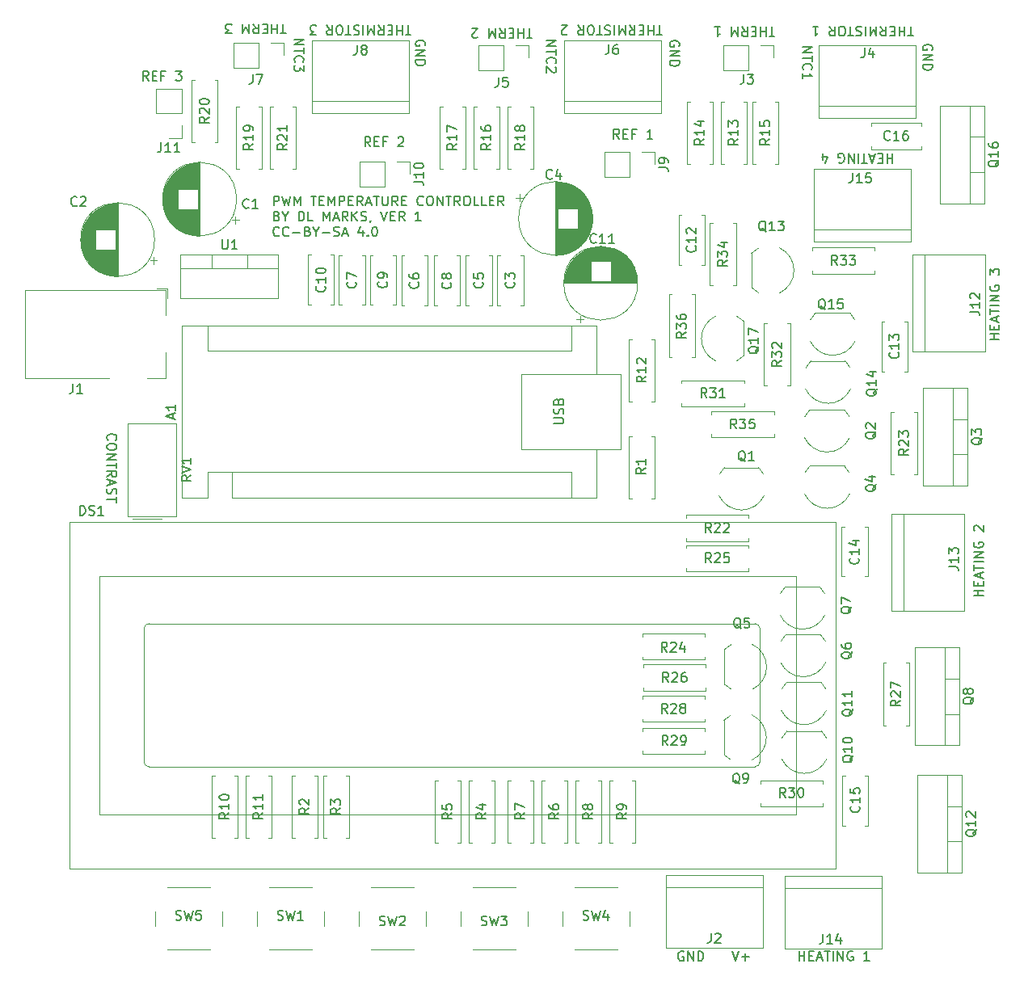
<source format=gbr>
%TF.GenerationSoftware,KiCad,Pcbnew,7.0.11+dfsg-1build4*%
%TF.CreationDate,2025-08-25T21:02:58-05:00*%
%TF.ProjectId,SilentTempController,53696c65-6e74-4546-956d-70436f6e7472,rev?*%
%TF.SameCoordinates,Original*%
%TF.FileFunction,Legend,Top*%
%TF.FilePolarity,Positive*%
%FSLAX46Y46*%
G04 Gerber Fmt 4.6, Leading zero omitted, Abs format (unit mm)*
G04 Created by KiCad (PCBNEW 7.0.11+dfsg-1build4) date 2025-08-25 21:02:58*
%MOMM*%
%LPD*%
G01*
G04 APERTURE LIST*
%ADD10C,0.150000*%
%ADD11C,0.120000*%
G04 APERTURE END LIST*
D10*
X198497819Y-83889620D02*
X197497819Y-83889620D01*
X197974009Y-83889620D02*
X197974009Y-83318192D01*
X198497819Y-83318192D02*
X197497819Y-83318192D01*
X197974009Y-82842001D02*
X197974009Y-82508668D01*
X198497819Y-82365811D02*
X198497819Y-82842001D01*
X198497819Y-82842001D02*
X197497819Y-82842001D01*
X197497819Y-82842001D02*
X197497819Y-82365811D01*
X198212104Y-81984858D02*
X198212104Y-81508668D01*
X198497819Y-82080096D02*
X197497819Y-81746763D01*
X197497819Y-81746763D02*
X198497819Y-81413430D01*
X197497819Y-81222953D02*
X197497819Y-80651525D01*
X198497819Y-80937239D02*
X197497819Y-80937239D01*
X198497819Y-80318191D02*
X197497819Y-80318191D01*
X198497819Y-79842001D02*
X197497819Y-79842001D01*
X197497819Y-79842001D02*
X198497819Y-79270573D01*
X198497819Y-79270573D02*
X197497819Y-79270573D01*
X197545438Y-78270573D02*
X197497819Y-78365811D01*
X197497819Y-78365811D02*
X197497819Y-78508668D01*
X197497819Y-78508668D02*
X197545438Y-78651525D01*
X197545438Y-78651525D02*
X197640676Y-78746763D01*
X197640676Y-78746763D02*
X197735914Y-78794382D01*
X197735914Y-78794382D02*
X197926390Y-78842001D01*
X197926390Y-78842001D02*
X198069247Y-78842001D01*
X198069247Y-78842001D02*
X198259723Y-78794382D01*
X198259723Y-78794382D02*
X198354961Y-78746763D01*
X198354961Y-78746763D02*
X198450200Y-78651525D01*
X198450200Y-78651525D02*
X198497819Y-78508668D01*
X198497819Y-78508668D02*
X198497819Y-78413430D01*
X198497819Y-78413430D02*
X198450200Y-78270573D01*
X198450200Y-78270573D02*
X198402580Y-78222954D01*
X198402580Y-78222954D02*
X198069247Y-78222954D01*
X198069247Y-78222954D02*
X198069247Y-78413430D01*
X197497819Y-77127715D02*
X197497819Y-76508668D01*
X197497819Y-76508668D02*
X197878771Y-76842001D01*
X197878771Y-76842001D02*
X197878771Y-76699144D01*
X197878771Y-76699144D02*
X197926390Y-76603906D01*
X197926390Y-76603906D02*
X197974009Y-76556287D01*
X197974009Y-76556287D02*
X198069247Y-76508668D01*
X198069247Y-76508668D02*
X198307342Y-76508668D01*
X198307342Y-76508668D02*
X198402580Y-76556287D01*
X198402580Y-76556287D02*
X198450200Y-76603906D01*
X198450200Y-76603906D02*
X198497819Y-76699144D01*
X198497819Y-76699144D02*
X198497819Y-76984858D01*
X198497819Y-76984858D02*
X198450200Y-77080096D01*
X198450200Y-77080096D02*
X198402580Y-77127715D01*
X189493277Y-52082580D02*
X188921849Y-52082580D01*
X189207563Y-51082580D02*
X189207563Y-52082580D01*
X188588515Y-51082580D02*
X188588515Y-52082580D01*
X188588515Y-51606390D02*
X188017087Y-51606390D01*
X188017087Y-51082580D02*
X188017087Y-52082580D01*
X187540896Y-51606390D02*
X187207563Y-51606390D01*
X187064706Y-51082580D02*
X187540896Y-51082580D01*
X187540896Y-51082580D02*
X187540896Y-52082580D01*
X187540896Y-52082580D02*
X187064706Y-52082580D01*
X186064706Y-51082580D02*
X186398039Y-51558771D01*
X186636134Y-51082580D02*
X186636134Y-52082580D01*
X186636134Y-52082580D02*
X186255182Y-52082580D01*
X186255182Y-52082580D02*
X186159944Y-52034961D01*
X186159944Y-52034961D02*
X186112325Y-51987342D01*
X186112325Y-51987342D02*
X186064706Y-51892104D01*
X186064706Y-51892104D02*
X186064706Y-51749247D01*
X186064706Y-51749247D02*
X186112325Y-51654009D01*
X186112325Y-51654009D02*
X186159944Y-51606390D01*
X186159944Y-51606390D02*
X186255182Y-51558771D01*
X186255182Y-51558771D02*
X186636134Y-51558771D01*
X185636134Y-51082580D02*
X185636134Y-52082580D01*
X185636134Y-52082580D02*
X185302801Y-51368295D01*
X185302801Y-51368295D02*
X184969468Y-52082580D01*
X184969468Y-52082580D02*
X184969468Y-51082580D01*
X184493277Y-51082580D02*
X184493277Y-52082580D01*
X184064706Y-51130200D02*
X183921849Y-51082580D01*
X183921849Y-51082580D02*
X183683754Y-51082580D01*
X183683754Y-51082580D02*
X183588516Y-51130200D01*
X183588516Y-51130200D02*
X183540897Y-51177819D01*
X183540897Y-51177819D02*
X183493278Y-51273057D01*
X183493278Y-51273057D02*
X183493278Y-51368295D01*
X183493278Y-51368295D02*
X183540897Y-51463533D01*
X183540897Y-51463533D02*
X183588516Y-51511152D01*
X183588516Y-51511152D02*
X183683754Y-51558771D01*
X183683754Y-51558771D02*
X183874230Y-51606390D01*
X183874230Y-51606390D02*
X183969468Y-51654009D01*
X183969468Y-51654009D02*
X184017087Y-51701628D01*
X184017087Y-51701628D02*
X184064706Y-51796866D01*
X184064706Y-51796866D02*
X184064706Y-51892104D01*
X184064706Y-51892104D02*
X184017087Y-51987342D01*
X184017087Y-51987342D02*
X183969468Y-52034961D01*
X183969468Y-52034961D02*
X183874230Y-52082580D01*
X183874230Y-52082580D02*
X183636135Y-52082580D01*
X183636135Y-52082580D02*
X183493278Y-52034961D01*
X183207563Y-52082580D02*
X182636135Y-52082580D01*
X182921849Y-51082580D02*
X182921849Y-52082580D01*
X182112325Y-52082580D02*
X181921849Y-52082580D01*
X181921849Y-52082580D02*
X181826611Y-52034961D01*
X181826611Y-52034961D02*
X181731373Y-51939723D01*
X181731373Y-51939723D02*
X181683754Y-51749247D01*
X181683754Y-51749247D02*
X181683754Y-51415914D01*
X181683754Y-51415914D02*
X181731373Y-51225438D01*
X181731373Y-51225438D02*
X181826611Y-51130200D01*
X181826611Y-51130200D02*
X181921849Y-51082580D01*
X181921849Y-51082580D02*
X182112325Y-51082580D01*
X182112325Y-51082580D02*
X182207563Y-51130200D01*
X182207563Y-51130200D02*
X182302801Y-51225438D01*
X182302801Y-51225438D02*
X182350420Y-51415914D01*
X182350420Y-51415914D02*
X182350420Y-51749247D01*
X182350420Y-51749247D02*
X182302801Y-51939723D01*
X182302801Y-51939723D02*
X182207563Y-52034961D01*
X182207563Y-52034961D02*
X182112325Y-52082580D01*
X180683754Y-51082580D02*
X181017087Y-51558771D01*
X181255182Y-51082580D02*
X181255182Y-52082580D01*
X181255182Y-52082580D02*
X180874230Y-52082580D01*
X180874230Y-52082580D02*
X180778992Y-52034961D01*
X180778992Y-52034961D02*
X180731373Y-51987342D01*
X180731373Y-51987342D02*
X180683754Y-51892104D01*
X180683754Y-51892104D02*
X180683754Y-51749247D01*
X180683754Y-51749247D02*
X180731373Y-51654009D01*
X180731373Y-51654009D02*
X180778992Y-51606390D01*
X180778992Y-51606390D02*
X180874230Y-51558771D01*
X180874230Y-51558771D02*
X181255182Y-51558771D01*
X178969468Y-51082580D02*
X179540896Y-51082580D01*
X179255182Y-51082580D02*
X179255182Y-52082580D01*
X179255182Y-52082580D02*
X179350420Y-51939723D01*
X179350420Y-51939723D02*
X179445658Y-51844485D01*
X179445658Y-51844485D02*
X179540896Y-51796866D01*
X187318420Y-64392180D02*
X187318420Y-65392180D01*
X187318420Y-64915990D02*
X186746992Y-64915990D01*
X186746992Y-64392180D02*
X186746992Y-65392180D01*
X186270801Y-64915990D02*
X185937468Y-64915990D01*
X185794611Y-64392180D02*
X186270801Y-64392180D01*
X186270801Y-64392180D02*
X186270801Y-65392180D01*
X186270801Y-65392180D02*
X185794611Y-65392180D01*
X185413658Y-64677895D02*
X184937468Y-64677895D01*
X185508896Y-64392180D02*
X185175563Y-65392180D01*
X185175563Y-65392180D02*
X184842230Y-64392180D01*
X184651753Y-65392180D02*
X184080325Y-65392180D01*
X184366039Y-64392180D02*
X184366039Y-65392180D01*
X183746991Y-64392180D02*
X183746991Y-65392180D01*
X183270801Y-64392180D02*
X183270801Y-65392180D01*
X183270801Y-65392180D02*
X182699373Y-64392180D01*
X182699373Y-64392180D02*
X182699373Y-65392180D01*
X181699373Y-65344561D02*
X181794611Y-65392180D01*
X181794611Y-65392180D02*
X181937468Y-65392180D01*
X181937468Y-65392180D02*
X182080325Y-65344561D01*
X182080325Y-65344561D02*
X182175563Y-65249323D01*
X182175563Y-65249323D02*
X182223182Y-65154085D01*
X182223182Y-65154085D02*
X182270801Y-64963609D01*
X182270801Y-64963609D02*
X182270801Y-64820752D01*
X182270801Y-64820752D02*
X182223182Y-64630276D01*
X182223182Y-64630276D02*
X182175563Y-64535038D01*
X182175563Y-64535038D02*
X182080325Y-64439800D01*
X182080325Y-64439800D02*
X181937468Y-64392180D01*
X181937468Y-64392180D02*
X181842230Y-64392180D01*
X181842230Y-64392180D02*
X181699373Y-64439800D01*
X181699373Y-64439800D02*
X181651754Y-64487419D01*
X181651754Y-64487419D02*
X181651754Y-64820752D01*
X181651754Y-64820752D02*
X181842230Y-64820752D01*
X180032706Y-65058847D02*
X180032706Y-64392180D01*
X180270801Y-65439800D02*
X180508896Y-64725514D01*
X180508896Y-64725514D02*
X179889849Y-64725514D01*
X177526779Y-148969819D02*
X177526779Y-147969819D01*
X177526779Y-148446009D02*
X178098207Y-148446009D01*
X178098207Y-148969819D02*
X178098207Y-147969819D01*
X178574398Y-148446009D02*
X178907731Y-148446009D01*
X179050588Y-148969819D02*
X178574398Y-148969819D01*
X178574398Y-148969819D02*
X178574398Y-147969819D01*
X178574398Y-147969819D02*
X179050588Y-147969819D01*
X179431541Y-148684104D02*
X179907731Y-148684104D01*
X179336303Y-148969819D02*
X179669636Y-147969819D01*
X179669636Y-147969819D02*
X180002969Y-148969819D01*
X180193446Y-147969819D02*
X180764874Y-147969819D01*
X180479160Y-148969819D02*
X180479160Y-147969819D01*
X181098208Y-148969819D02*
X181098208Y-147969819D01*
X181574398Y-148969819D02*
X181574398Y-147969819D01*
X181574398Y-147969819D02*
X182145826Y-148969819D01*
X182145826Y-148969819D02*
X182145826Y-147969819D01*
X183145826Y-148017438D02*
X183050588Y-147969819D01*
X183050588Y-147969819D02*
X182907731Y-147969819D01*
X182907731Y-147969819D02*
X182764874Y-148017438D01*
X182764874Y-148017438D02*
X182669636Y-148112676D01*
X182669636Y-148112676D02*
X182622017Y-148207914D01*
X182622017Y-148207914D02*
X182574398Y-148398390D01*
X182574398Y-148398390D02*
X182574398Y-148541247D01*
X182574398Y-148541247D02*
X182622017Y-148731723D01*
X182622017Y-148731723D02*
X182669636Y-148826961D01*
X182669636Y-148826961D02*
X182764874Y-148922200D01*
X182764874Y-148922200D02*
X182907731Y-148969819D01*
X182907731Y-148969819D02*
X183002969Y-148969819D01*
X183002969Y-148969819D02*
X183145826Y-148922200D01*
X183145826Y-148922200D02*
X183193445Y-148874580D01*
X183193445Y-148874580D02*
X183193445Y-148541247D01*
X183193445Y-148541247D02*
X183002969Y-148541247D01*
X184907731Y-148969819D02*
X184336303Y-148969819D01*
X184622017Y-148969819D02*
X184622017Y-147969819D01*
X184622017Y-147969819D02*
X184526779Y-148112676D01*
X184526779Y-148112676D02*
X184431541Y-148207914D01*
X184431541Y-148207914D02*
X184336303Y-148255533D01*
X138318761Y-53108388D02*
X138366380Y-53013150D01*
X138366380Y-53013150D02*
X138366380Y-52870293D01*
X138366380Y-52870293D02*
X138318761Y-52727436D01*
X138318761Y-52727436D02*
X138223523Y-52632198D01*
X138223523Y-52632198D02*
X138128285Y-52584579D01*
X138128285Y-52584579D02*
X137937809Y-52536960D01*
X137937809Y-52536960D02*
X137794952Y-52536960D01*
X137794952Y-52536960D02*
X137604476Y-52584579D01*
X137604476Y-52584579D02*
X137509238Y-52632198D01*
X137509238Y-52632198D02*
X137414000Y-52727436D01*
X137414000Y-52727436D02*
X137366380Y-52870293D01*
X137366380Y-52870293D02*
X137366380Y-52965531D01*
X137366380Y-52965531D02*
X137414000Y-53108388D01*
X137414000Y-53108388D02*
X137461619Y-53156007D01*
X137461619Y-53156007D02*
X137794952Y-53156007D01*
X137794952Y-53156007D02*
X137794952Y-52965531D01*
X137366380Y-53584579D02*
X138366380Y-53584579D01*
X138366380Y-53584579D02*
X137366380Y-54156007D01*
X137366380Y-54156007D02*
X138366380Y-54156007D01*
X137366380Y-54632198D02*
X138366380Y-54632198D01*
X138366380Y-54632198D02*
X138366380Y-54870293D01*
X138366380Y-54870293D02*
X138318761Y-55013150D01*
X138318761Y-55013150D02*
X138223523Y-55108388D01*
X138223523Y-55108388D02*
X138128285Y-55156007D01*
X138128285Y-55156007D02*
X137937809Y-55203626D01*
X137937809Y-55203626D02*
X137794952Y-55203626D01*
X137794952Y-55203626D02*
X137604476Y-55156007D01*
X137604476Y-55156007D02*
X137509238Y-55108388D01*
X137509238Y-55108388D02*
X137414000Y-55013150D01*
X137414000Y-55013150D02*
X137366380Y-54870293D01*
X137366380Y-54870293D02*
X137366380Y-54632198D01*
X132632607Y-63674619D02*
X132299274Y-63198428D01*
X132061179Y-63674619D02*
X132061179Y-62674619D01*
X132061179Y-62674619D02*
X132442131Y-62674619D01*
X132442131Y-62674619D02*
X132537369Y-62722238D01*
X132537369Y-62722238D02*
X132584988Y-62769857D01*
X132584988Y-62769857D02*
X132632607Y-62865095D01*
X132632607Y-62865095D02*
X132632607Y-63007952D01*
X132632607Y-63007952D02*
X132584988Y-63103190D01*
X132584988Y-63103190D02*
X132537369Y-63150809D01*
X132537369Y-63150809D02*
X132442131Y-63198428D01*
X132442131Y-63198428D02*
X132061179Y-63198428D01*
X133061179Y-63150809D02*
X133394512Y-63150809D01*
X133537369Y-63674619D02*
X133061179Y-63674619D01*
X133061179Y-63674619D02*
X133061179Y-62674619D01*
X133061179Y-62674619D02*
X133537369Y-62674619D01*
X134299274Y-63150809D02*
X133965941Y-63150809D01*
X133965941Y-63674619D02*
X133965941Y-62674619D01*
X133965941Y-62674619D02*
X134442131Y-62674619D01*
X135537370Y-62769857D02*
X135584989Y-62722238D01*
X135584989Y-62722238D02*
X135680227Y-62674619D01*
X135680227Y-62674619D02*
X135918322Y-62674619D01*
X135918322Y-62674619D02*
X136013560Y-62722238D01*
X136013560Y-62722238D02*
X136061179Y-62769857D01*
X136061179Y-62769857D02*
X136108798Y-62865095D01*
X136108798Y-62865095D02*
X136108798Y-62960333D01*
X136108798Y-62960333D02*
X136061179Y-63103190D01*
X136061179Y-63103190D02*
X135489751Y-63674619D01*
X135489751Y-63674619D02*
X136108798Y-63674619D01*
X124640980Y-52432179D02*
X125640980Y-52432179D01*
X125640980Y-52432179D02*
X124640980Y-53003607D01*
X124640980Y-53003607D02*
X125640980Y-53003607D01*
X125640980Y-53336941D02*
X125640980Y-53908369D01*
X124640980Y-53622655D02*
X125640980Y-53622655D01*
X124736219Y-54813131D02*
X124688600Y-54765512D01*
X124688600Y-54765512D02*
X124640980Y-54622655D01*
X124640980Y-54622655D02*
X124640980Y-54527417D01*
X124640980Y-54527417D02*
X124688600Y-54384560D01*
X124688600Y-54384560D02*
X124783838Y-54289322D01*
X124783838Y-54289322D02*
X124879076Y-54241703D01*
X124879076Y-54241703D02*
X125069552Y-54194084D01*
X125069552Y-54194084D02*
X125212409Y-54194084D01*
X125212409Y-54194084D02*
X125402885Y-54241703D01*
X125402885Y-54241703D02*
X125498123Y-54289322D01*
X125498123Y-54289322D02*
X125593361Y-54384560D01*
X125593361Y-54384560D02*
X125640980Y-54527417D01*
X125640980Y-54527417D02*
X125640980Y-54622655D01*
X125640980Y-54622655D02*
X125593361Y-54765512D01*
X125593361Y-54765512D02*
X125545742Y-54813131D01*
X125640980Y-55146465D02*
X125640980Y-55765512D01*
X125640980Y-55765512D02*
X125260028Y-55432179D01*
X125260028Y-55432179D02*
X125260028Y-55575036D01*
X125260028Y-55575036D02*
X125212409Y-55670274D01*
X125212409Y-55670274D02*
X125164790Y-55717893D01*
X125164790Y-55717893D02*
X125069552Y-55765512D01*
X125069552Y-55765512D02*
X124831457Y-55765512D01*
X124831457Y-55765512D02*
X124736219Y-55717893D01*
X124736219Y-55717893D02*
X124688600Y-55670274D01*
X124688600Y-55670274D02*
X124640980Y-55575036D01*
X124640980Y-55575036D02*
X124640980Y-55289322D01*
X124640980Y-55289322D02*
X124688600Y-55194084D01*
X124688600Y-55194084D02*
X124736219Y-55146465D01*
X170513922Y-147969819D02*
X170847255Y-148969819D01*
X170847255Y-148969819D02*
X171180588Y-147969819D01*
X171513922Y-148588866D02*
X172275827Y-148588866D01*
X171894874Y-148969819D02*
X171894874Y-148207914D01*
X151082380Y-52584579D02*
X152082380Y-52584579D01*
X152082380Y-52584579D02*
X151082380Y-53156007D01*
X151082380Y-53156007D02*
X152082380Y-53156007D01*
X152082380Y-53489341D02*
X152082380Y-54060769D01*
X151082380Y-53775055D02*
X152082380Y-53775055D01*
X151177619Y-54965531D02*
X151130000Y-54917912D01*
X151130000Y-54917912D02*
X151082380Y-54775055D01*
X151082380Y-54775055D02*
X151082380Y-54679817D01*
X151082380Y-54679817D02*
X151130000Y-54536960D01*
X151130000Y-54536960D02*
X151225238Y-54441722D01*
X151225238Y-54441722D02*
X151320476Y-54394103D01*
X151320476Y-54394103D02*
X151510952Y-54346484D01*
X151510952Y-54346484D02*
X151653809Y-54346484D01*
X151653809Y-54346484D02*
X151844285Y-54394103D01*
X151844285Y-54394103D02*
X151939523Y-54441722D01*
X151939523Y-54441722D02*
X152034761Y-54536960D01*
X152034761Y-54536960D02*
X152082380Y-54679817D01*
X152082380Y-54679817D02*
X152082380Y-54775055D01*
X152082380Y-54775055D02*
X152034761Y-54917912D01*
X152034761Y-54917912D02*
X151987142Y-54965531D01*
X151987142Y-55346484D02*
X152034761Y-55394103D01*
X152034761Y-55394103D02*
X152082380Y-55489341D01*
X152082380Y-55489341D02*
X152082380Y-55727436D01*
X152082380Y-55727436D02*
X152034761Y-55822674D01*
X152034761Y-55822674D02*
X151987142Y-55870293D01*
X151987142Y-55870293D02*
X151891904Y-55917912D01*
X151891904Y-55917912D02*
X151796666Y-55917912D01*
X151796666Y-55917912D02*
X151653809Y-55870293D01*
X151653809Y-55870293D02*
X151082380Y-55298865D01*
X151082380Y-55298865D02*
X151082380Y-55917912D01*
X164937961Y-53159188D02*
X164985580Y-53063950D01*
X164985580Y-53063950D02*
X164985580Y-52921093D01*
X164985580Y-52921093D02*
X164937961Y-52778236D01*
X164937961Y-52778236D02*
X164842723Y-52682998D01*
X164842723Y-52682998D02*
X164747485Y-52635379D01*
X164747485Y-52635379D02*
X164557009Y-52587760D01*
X164557009Y-52587760D02*
X164414152Y-52587760D01*
X164414152Y-52587760D02*
X164223676Y-52635379D01*
X164223676Y-52635379D02*
X164128438Y-52682998D01*
X164128438Y-52682998D02*
X164033200Y-52778236D01*
X164033200Y-52778236D02*
X163985580Y-52921093D01*
X163985580Y-52921093D02*
X163985580Y-53016331D01*
X163985580Y-53016331D02*
X164033200Y-53159188D01*
X164033200Y-53159188D02*
X164080819Y-53206807D01*
X164080819Y-53206807D02*
X164414152Y-53206807D01*
X164414152Y-53206807D02*
X164414152Y-53016331D01*
X163985580Y-53635379D02*
X164985580Y-53635379D01*
X164985580Y-53635379D02*
X163985580Y-54206807D01*
X163985580Y-54206807D02*
X164985580Y-54206807D01*
X163985580Y-54682998D02*
X164985580Y-54682998D01*
X164985580Y-54682998D02*
X164985580Y-54921093D01*
X164985580Y-54921093D02*
X164937961Y-55063950D01*
X164937961Y-55063950D02*
X164842723Y-55159188D01*
X164842723Y-55159188D02*
X164747485Y-55206807D01*
X164747485Y-55206807D02*
X164557009Y-55254426D01*
X164557009Y-55254426D02*
X164414152Y-55254426D01*
X164414152Y-55254426D02*
X164223676Y-55206807D01*
X164223676Y-55206807D02*
X164128438Y-55159188D01*
X164128438Y-55159188D02*
X164033200Y-55063950D01*
X164033200Y-55063950D02*
X163985580Y-54921093D01*
X163985580Y-54921093D02*
X163985580Y-54682998D01*
X177904780Y-53244979D02*
X178904780Y-53244979D01*
X178904780Y-53244979D02*
X177904780Y-53816407D01*
X177904780Y-53816407D02*
X178904780Y-53816407D01*
X178904780Y-54149741D02*
X178904780Y-54721169D01*
X177904780Y-54435455D02*
X178904780Y-54435455D01*
X178000019Y-55625931D02*
X177952400Y-55578312D01*
X177952400Y-55578312D02*
X177904780Y-55435455D01*
X177904780Y-55435455D02*
X177904780Y-55340217D01*
X177904780Y-55340217D02*
X177952400Y-55197360D01*
X177952400Y-55197360D02*
X178047638Y-55102122D01*
X178047638Y-55102122D02*
X178142876Y-55054503D01*
X178142876Y-55054503D02*
X178333352Y-55006884D01*
X178333352Y-55006884D02*
X178476209Y-55006884D01*
X178476209Y-55006884D02*
X178666685Y-55054503D01*
X178666685Y-55054503D02*
X178761923Y-55102122D01*
X178761923Y-55102122D02*
X178857161Y-55197360D01*
X178857161Y-55197360D02*
X178904780Y-55340217D01*
X178904780Y-55340217D02*
X178904780Y-55435455D01*
X178904780Y-55435455D02*
X178857161Y-55578312D01*
X178857161Y-55578312D02*
X178809542Y-55625931D01*
X177904780Y-56578312D02*
X177904780Y-56006884D01*
X177904780Y-56292598D02*
X178904780Y-56292598D01*
X178904780Y-56292598D02*
X178761923Y-56197360D01*
X178761923Y-56197360D02*
X178666685Y-56102122D01*
X178666685Y-56102122D02*
X178619066Y-56006884D01*
X191455561Y-53565588D02*
X191503180Y-53470350D01*
X191503180Y-53470350D02*
X191503180Y-53327493D01*
X191503180Y-53327493D02*
X191455561Y-53184636D01*
X191455561Y-53184636D02*
X191360323Y-53089398D01*
X191360323Y-53089398D02*
X191265085Y-53041779D01*
X191265085Y-53041779D02*
X191074609Y-52994160D01*
X191074609Y-52994160D02*
X190931752Y-52994160D01*
X190931752Y-52994160D02*
X190741276Y-53041779D01*
X190741276Y-53041779D02*
X190646038Y-53089398D01*
X190646038Y-53089398D02*
X190550800Y-53184636D01*
X190550800Y-53184636D02*
X190503180Y-53327493D01*
X190503180Y-53327493D02*
X190503180Y-53422731D01*
X190503180Y-53422731D02*
X190550800Y-53565588D01*
X190550800Y-53565588D02*
X190598419Y-53613207D01*
X190598419Y-53613207D02*
X190931752Y-53613207D01*
X190931752Y-53613207D02*
X190931752Y-53422731D01*
X190503180Y-54041779D02*
X191503180Y-54041779D01*
X191503180Y-54041779D02*
X190503180Y-54613207D01*
X190503180Y-54613207D02*
X191503180Y-54613207D01*
X190503180Y-55089398D02*
X191503180Y-55089398D01*
X191503180Y-55089398D02*
X191503180Y-55327493D01*
X191503180Y-55327493D02*
X191455561Y-55470350D01*
X191455561Y-55470350D02*
X191360323Y-55565588D01*
X191360323Y-55565588D02*
X191265085Y-55613207D01*
X191265085Y-55613207D02*
X191074609Y-55660826D01*
X191074609Y-55660826D02*
X190931752Y-55660826D01*
X190931752Y-55660826D02*
X190741276Y-55613207D01*
X190741276Y-55613207D02*
X190646038Y-55565588D01*
X190646038Y-55565588D02*
X190550800Y-55470350D01*
X190550800Y-55470350D02*
X190503180Y-55327493D01*
X190503180Y-55327493D02*
X190503180Y-55089398D01*
X122486779Y-69859819D02*
X122486779Y-68859819D01*
X122486779Y-68859819D02*
X122867731Y-68859819D01*
X122867731Y-68859819D02*
X122962969Y-68907438D01*
X122962969Y-68907438D02*
X123010588Y-68955057D01*
X123010588Y-68955057D02*
X123058207Y-69050295D01*
X123058207Y-69050295D02*
X123058207Y-69193152D01*
X123058207Y-69193152D02*
X123010588Y-69288390D01*
X123010588Y-69288390D02*
X122962969Y-69336009D01*
X122962969Y-69336009D02*
X122867731Y-69383628D01*
X122867731Y-69383628D02*
X122486779Y-69383628D01*
X123391541Y-68859819D02*
X123629636Y-69859819D01*
X123629636Y-69859819D02*
X123820112Y-69145533D01*
X123820112Y-69145533D02*
X124010588Y-69859819D01*
X124010588Y-69859819D02*
X124248684Y-68859819D01*
X124629636Y-69859819D02*
X124629636Y-68859819D01*
X124629636Y-68859819D02*
X124962969Y-69574104D01*
X124962969Y-69574104D02*
X125296302Y-68859819D01*
X125296302Y-68859819D02*
X125296302Y-69859819D01*
X126391541Y-68859819D02*
X126962969Y-68859819D01*
X126677255Y-69859819D02*
X126677255Y-68859819D01*
X127296303Y-69336009D02*
X127629636Y-69336009D01*
X127772493Y-69859819D02*
X127296303Y-69859819D01*
X127296303Y-69859819D02*
X127296303Y-68859819D01*
X127296303Y-68859819D02*
X127772493Y-68859819D01*
X128201065Y-69859819D02*
X128201065Y-68859819D01*
X128201065Y-68859819D02*
X128534398Y-69574104D01*
X128534398Y-69574104D02*
X128867731Y-68859819D01*
X128867731Y-68859819D02*
X128867731Y-69859819D01*
X129343922Y-69859819D02*
X129343922Y-68859819D01*
X129343922Y-68859819D02*
X129724874Y-68859819D01*
X129724874Y-68859819D02*
X129820112Y-68907438D01*
X129820112Y-68907438D02*
X129867731Y-68955057D01*
X129867731Y-68955057D02*
X129915350Y-69050295D01*
X129915350Y-69050295D02*
X129915350Y-69193152D01*
X129915350Y-69193152D02*
X129867731Y-69288390D01*
X129867731Y-69288390D02*
X129820112Y-69336009D01*
X129820112Y-69336009D02*
X129724874Y-69383628D01*
X129724874Y-69383628D02*
X129343922Y-69383628D01*
X130343922Y-69336009D02*
X130677255Y-69336009D01*
X130820112Y-69859819D02*
X130343922Y-69859819D01*
X130343922Y-69859819D02*
X130343922Y-68859819D01*
X130343922Y-68859819D02*
X130820112Y-68859819D01*
X131820112Y-69859819D02*
X131486779Y-69383628D01*
X131248684Y-69859819D02*
X131248684Y-68859819D01*
X131248684Y-68859819D02*
X131629636Y-68859819D01*
X131629636Y-68859819D02*
X131724874Y-68907438D01*
X131724874Y-68907438D02*
X131772493Y-68955057D01*
X131772493Y-68955057D02*
X131820112Y-69050295D01*
X131820112Y-69050295D02*
X131820112Y-69193152D01*
X131820112Y-69193152D02*
X131772493Y-69288390D01*
X131772493Y-69288390D02*
X131724874Y-69336009D01*
X131724874Y-69336009D02*
X131629636Y-69383628D01*
X131629636Y-69383628D02*
X131248684Y-69383628D01*
X132201065Y-69574104D02*
X132677255Y-69574104D01*
X132105827Y-69859819D02*
X132439160Y-68859819D01*
X132439160Y-68859819D02*
X132772493Y-69859819D01*
X132962970Y-68859819D02*
X133534398Y-68859819D01*
X133248684Y-69859819D02*
X133248684Y-68859819D01*
X133867732Y-68859819D02*
X133867732Y-69669342D01*
X133867732Y-69669342D02*
X133915351Y-69764580D01*
X133915351Y-69764580D02*
X133962970Y-69812200D01*
X133962970Y-69812200D02*
X134058208Y-69859819D01*
X134058208Y-69859819D02*
X134248684Y-69859819D01*
X134248684Y-69859819D02*
X134343922Y-69812200D01*
X134343922Y-69812200D02*
X134391541Y-69764580D01*
X134391541Y-69764580D02*
X134439160Y-69669342D01*
X134439160Y-69669342D02*
X134439160Y-68859819D01*
X135486779Y-69859819D02*
X135153446Y-69383628D01*
X134915351Y-69859819D02*
X134915351Y-68859819D01*
X134915351Y-68859819D02*
X135296303Y-68859819D01*
X135296303Y-68859819D02*
X135391541Y-68907438D01*
X135391541Y-68907438D02*
X135439160Y-68955057D01*
X135439160Y-68955057D02*
X135486779Y-69050295D01*
X135486779Y-69050295D02*
X135486779Y-69193152D01*
X135486779Y-69193152D02*
X135439160Y-69288390D01*
X135439160Y-69288390D02*
X135391541Y-69336009D01*
X135391541Y-69336009D02*
X135296303Y-69383628D01*
X135296303Y-69383628D02*
X134915351Y-69383628D01*
X135915351Y-69336009D02*
X136248684Y-69336009D01*
X136391541Y-69859819D02*
X135915351Y-69859819D01*
X135915351Y-69859819D02*
X135915351Y-68859819D01*
X135915351Y-68859819D02*
X136391541Y-68859819D01*
X138153446Y-69764580D02*
X138105827Y-69812200D01*
X138105827Y-69812200D02*
X137962970Y-69859819D01*
X137962970Y-69859819D02*
X137867732Y-69859819D01*
X137867732Y-69859819D02*
X137724875Y-69812200D01*
X137724875Y-69812200D02*
X137629637Y-69716961D01*
X137629637Y-69716961D02*
X137582018Y-69621723D01*
X137582018Y-69621723D02*
X137534399Y-69431247D01*
X137534399Y-69431247D02*
X137534399Y-69288390D01*
X137534399Y-69288390D02*
X137582018Y-69097914D01*
X137582018Y-69097914D02*
X137629637Y-69002676D01*
X137629637Y-69002676D02*
X137724875Y-68907438D01*
X137724875Y-68907438D02*
X137867732Y-68859819D01*
X137867732Y-68859819D02*
X137962970Y-68859819D01*
X137962970Y-68859819D02*
X138105827Y-68907438D01*
X138105827Y-68907438D02*
X138153446Y-68955057D01*
X138772494Y-68859819D02*
X138962970Y-68859819D01*
X138962970Y-68859819D02*
X139058208Y-68907438D01*
X139058208Y-68907438D02*
X139153446Y-69002676D01*
X139153446Y-69002676D02*
X139201065Y-69193152D01*
X139201065Y-69193152D02*
X139201065Y-69526485D01*
X139201065Y-69526485D02*
X139153446Y-69716961D01*
X139153446Y-69716961D02*
X139058208Y-69812200D01*
X139058208Y-69812200D02*
X138962970Y-69859819D01*
X138962970Y-69859819D02*
X138772494Y-69859819D01*
X138772494Y-69859819D02*
X138677256Y-69812200D01*
X138677256Y-69812200D02*
X138582018Y-69716961D01*
X138582018Y-69716961D02*
X138534399Y-69526485D01*
X138534399Y-69526485D02*
X138534399Y-69193152D01*
X138534399Y-69193152D02*
X138582018Y-69002676D01*
X138582018Y-69002676D02*
X138677256Y-68907438D01*
X138677256Y-68907438D02*
X138772494Y-68859819D01*
X139629637Y-69859819D02*
X139629637Y-68859819D01*
X139629637Y-68859819D02*
X140201065Y-69859819D01*
X140201065Y-69859819D02*
X140201065Y-68859819D01*
X140534399Y-68859819D02*
X141105827Y-68859819D01*
X140820113Y-69859819D02*
X140820113Y-68859819D01*
X142010589Y-69859819D02*
X141677256Y-69383628D01*
X141439161Y-69859819D02*
X141439161Y-68859819D01*
X141439161Y-68859819D02*
X141820113Y-68859819D01*
X141820113Y-68859819D02*
X141915351Y-68907438D01*
X141915351Y-68907438D02*
X141962970Y-68955057D01*
X141962970Y-68955057D02*
X142010589Y-69050295D01*
X142010589Y-69050295D02*
X142010589Y-69193152D01*
X142010589Y-69193152D02*
X141962970Y-69288390D01*
X141962970Y-69288390D02*
X141915351Y-69336009D01*
X141915351Y-69336009D02*
X141820113Y-69383628D01*
X141820113Y-69383628D02*
X141439161Y-69383628D01*
X142629637Y-68859819D02*
X142820113Y-68859819D01*
X142820113Y-68859819D02*
X142915351Y-68907438D01*
X142915351Y-68907438D02*
X143010589Y-69002676D01*
X143010589Y-69002676D02*
X143058208Y-69193152D01*
X143058208Y-69193152D02*
X143058208Y-69526485D01*
X143058208Y-69526485D02*
X143010589Y-69716961D01*
X143010589Y-69716961D02*
X142915351Y-69812200D01*
X142915351Y-69812200D02*
X142820113Y-69859819D01*
X142820113Y-69859819D02*
X142629637Y-69859819D01*
X142629637Y-69859819D02*
X142534399Y-69812200D01*
X142534399Y-69812200D02*
X142439161Y-69716961D01*
X142439161Y-69716961D02*
X142391542Y-69526485D01*
X142391542Y-69526485D02*
X142391542Y-69193152D01*
X142391542Y-69193152D02*
X142439161Y-69002676D01*
X142439161Y-69002676D02*
X142534399Y-68907438D01*
X142534399Y-68907438D02*
X142629637Y-68859819D01*
X143962970Y-69859819D02*
X143486780Y-69859819D01*
X143486780Y-69859819D02*
X143486780Y-68859819D01*
X144772494Y-69859819D02*
X144296304Y-69859819D01*
X144296304Y-69859819D02*
X144296304Y-68859819D01*
X145105828Y-69336009D02*
X145439161Y-69336009D01*
X145582018Y-69859819D02*
X145105828Y-69859819D01*
X145105828Y-69859819D02*
X145105828Y-68859819D01*
X145105828Y-68859819D02*
X145582018Y-68859819D01*
X146582018Y-69859819D02*
X146248685Y-69383628D01*
X146010590Y-69859819D02*
X146010590Y-68859819D01*
X146010590Y-68859819D02*
X146391542Y-68859819D01*
X146391542Y-68859819D02*
X146486780Y-68907438D01*
X146486780Y-68907438D02*
X146534399Y-68955057D01*
X146534399Y-68955057D02*
X146582018Y-69050295D01*
X146582018Y-69050295D02*
X146582018Y-69193152D01*
X146582018Y-69193152D02*
X146534399Y-69288390D01*
X146534399Y-69288390D02*
X146486780Y-69336009D01*
X146486780Y-69336009D02*
X146391542Y-69383628D01*
X146391542Y-69383628D02*
X146010590Y-69383628D01*
X122820112Y-70946009D02*
X122962969Y-70993628D01*
X122962969Y-70993628D02*
X123010588Y-71041247D01*
X123010588Y-71041247D02*
X123058207Y-71136485D01*
X123058207Y-71136485D02*
X123058207Y-71279342D01*
X123058207Y-71279342D02*
X123010588Y-71374580D01*
X123010588Y-71374580D02*
X122962969Y-71422200D01*
X122962969Y-71422200D02*
X122867731Y-71469819D01*
X122867731Y-71469819D02*
X122486779Y-71469819D01*
X122486779Y-71469819D02*
X122486779Y-70469819D01*
X122486779Y-70469819D02*
X122820112Y-70469819D01*
X122820112Y-70469819D02*
X122915350Y-70517438D01*
X122915350Y-70517438D02*
X122962969Y-70565057D01*
X122962969Y-70565057D02*
X123010588Y-70660295D01*
X123010588Y-70660295D02*
X123010588Y-70755533D01*
X123010588Y-70755533D02*
X122962969Y-70850771D01*
X122962969Y-70850771D02*
X122915350Y-70898390D01*
X122915350Y-70898390D02*
X122820112Y-70946009D01*
X122820112Y-70946009D02*
X122486779Y-70946009D01*
X123677255Y-70993628D02*
X123677255Y-71469819D01*
X123343922Y-70469819D02*
X123677255Y-70993628D01*
X123677255Y-70993628D02*
X124010588Y-70469819D01*
X125105827Y-71469819D02*
X125105827Y-70469819D01*
X125105827Y-70469819D02*
X125343922Y-70469819D01*
X125343922Y-70469819D02*
X125486779Y-70517438D01*
X125486779Y-70517438D02*
X125582017Y-70612676D01*
X125582017Y-70612676D02*
X125629636Y-70707914D01*
X125629636Y-70707914D02*
X125677255Y-70898390D01*
X125677255Y-70898390D02*
X125677255Y-71041247D01*
X125677255Y-71041247D02*
X125629636Y-71231723D01*
X125629636Y-71231723D02*
X125582017Y-71326961D01*
X125582017Y-71326961D02*
X125486779Y-71422200D01*
X125486779Y-71422200D02*
X125343922Y-71469819D01*
X125343922Y-71469819D02*
X125105827Y-71469819D01*
X126582017Y-71469819D02*
X126105827Y-71469819D01*
X126105827Y-71469819D02*
X126105827Y-70469819D01*
X127677256Y-71469819D02*
X127677256Y-70469819D01*
X127677256Y-70469819D02*
X128010589Y-71184104D01*
X128010589Y-71184104D02*
X128343922Y-70469819D01*
X128343922Y-70469819D02*
X128343922Y-71469819D01*
X128772494Y-71184104D02*
X129248684Y-71184104D01*
X128677256Y-71469819D02*
X129010589Y-70469819D01*
X129010589Y-70469819D02*
X129343922Y-71469819D01*
X130248684Y-71469819D02*
X129915351Y-70993628D01*
X129677256Y-71469819D02*
X129677256Y-70469819D01*
X129677256Y-70469819D02*
X130058208Y-70469819D01*
X130058208Y-70469819D02*
X130153446Y-70517438D01*
X130153446Y-70517438D02*
X130201065Y-70565057D01*
X130201065Y-70565057D02*
X130248684Y-70660295D01*
X130248684Y-70660295D02*
X130248684Y-70803152D01*
X130248684Y-70803152D02*
X130201065Y-70898390D01*
X130201065Y-70898390D02*
X130153446Y-70946009D01*
X130153446Y-70946009D02*
X130058208Y-70993628D01*
X130058208Y-70993628D02*
X129677256Y-70993628D01*
X130677256Y-71469819D02*
X130677256Y-70469819D01*
X131248684Y-71469819D02*
X130820113Y-70898390D01*
X131248684Y-70469819D02*
X130677256Y-71041247D01*
X131629637Y-71422200D02*
X131772494Y-71469819D01*
X131772494Y-71469819D02*
X132010589Y-71469819D01*
X132010589Y-71469819D02*
X132105827Y-71422200D01*
X132105827Y-71422200D02*
X132153446Y-71374580D01*
X132153446Y-71374580D02*
X132201065Y-71279342D01*
X132201065Y-71279342D02*
X132201065Y-71184104D01*
X132201065Y-71184104D02*
X132153446Y-71088866D01*
X132153446Y-71088866D02*
X132105827Y-71041247D01*
X132105827Y-71041247D02*
X132010589Y-70993628D01*
X132010589Y-70993628D02*
X131820113Y-70946009D01*
X131820113Y-70946009D02*
X131724875Y-70898390D01*
X131724875Y-70898390D02*
X131677256Y-70850771D01*
X131677256Y-70850771D02*
X131629637Y-70755533D01*
X131629637Y-70755533D02*
X131629637Y-70660295D01*
X131629637Y-70660295D02*
X131677256Y-70565057D01*
X131677256Y-70565057D02*
X131724875Y-70517438D01*
X131724875Y-70517438D02*
X131820113Y-70469819D01*
X131820113Y-70469819D02*
X132058208Y-70469819D01*
X132058208Y-70469819D02*
X132201065Y-70517438D01*
X132677256Y-71422200D02*
X132677256Y-71469819D01*
X132677256Y-71469819D02*
X132629637Y-71565057D01*
X132629637Y-71565057D02*
X132582018Y-71612676D01*
X133724875Y-70469819D02*
X134058208Y-71469819D01*
X134058208Y-71469819D02*
X134391541Y-70469819D01*
X134724875Y-70946009D02*
X135058208Y-70946009D01*
X135201065Y-71469819D02*
X134724875Y-71469819D01*
X134724875Y-71469819D02*
X134724875Y-70469819D01*
X134724875Y-70469819D02*
X135201065Y-70469819D01*
X136201065Y-71469819D02*
X135867732Y-70993628D01*
X135629637Y-71469819D02*
X135629637Y-70469819D01*
X135629637Y-70469819D02*
X136010589Y-70469819D01*
X136010589Y-70469819D02*
X136105827Y-70517438D01*
X136105827Y-70517438D02*
X136153446Y-70565057D01*
X136153446Y-70565057D02*
X136201065Y-70660295D01*
X136201065Y-70660295D02*
X136201065Y-70803152D01*
X136201065Y-70803152D02*
X136153446Y-70898390D01*
X136153446Y-70898390D02*
X136105827Y-70946009D01*
X136105827Y-70946009D02*
X136010589Y-70993628D01*
X136010589Y-70993628D02*
X135629637Y-70993628D01*
X137915351Y-71469819D02*
X137343923Y-71469819D01*
X137629637Y-71469819D02*
X137629637Y-70469819D01*
X137629637Y-70469819D02*
X137534399Y-70612676D01*
X137534399Y-70612676D02*
X137439161Y-70707914D01*
X137439161Y-70707914D02*
X137343923Y-70755533D01*
X123058207Y-72984580D02*
X123010588Y-73032200D01*
X123010588Y-73032200D02*
X122867731Y-73079819D01*
X122867731Y-73079819D02*
X122772493Y-73079819D01*
X122772493Y-73079819D02*
X122629636Y-73032200D01*
X122629636Y-73032200D02*
X122534398Y-72936961D01*
X122534398Y-72936961D02*
X122486779Y-72841723D01*
X122486779Y-72841723D02*
X122439160Y-72651247D01*
X122439160Y-72651247D02*
X122439160Y-72508390D01*
X122439160Y-72508390D02*
X122486779Y-72317914D01*
X122486779Y-72317914D02*
X122534398Y-72222676D01*
X122534398Y-72222676D02*
X122629636Y-72127438D01*
X122629636Y-72127438D02*
X122772493Y-72079819D01*
X122772493Y-72079819D02*
X122867731Y-72079819D01*
X122867731Y-72079819D02*
X123010588Y-72127438D01*
X123010588Y-72127438D02*
X123058207Y-72175057D01*
X124058207Y-72984580D02*
X124010588Y-73032200D01*
X124010588Y-73032200D02*
X123867731Y-73079819D01*
X123867731Y-73079819D02*
X123772493Y-73079819D01*
X123772493Y-73079819D02*
X123629636Y-73032200D01*
X123629636Y-73032200D02*
X123534398Y-72936961D01*
X123534398Y-72936961D02*
X123486779Y-72841723D01*
X123486779Y-72841723D02*
X123439160Y-72651247D01*
X123439160Y-72651247D02*
X123439160Y-72508390D01*
X123439160Y-72508390D02*
X123486779Y-72317914D01*
X123486779Y-72317914D02*
X123534398Y-72222676D01*
X123534398Y-72222676D02*
X123629636Y-72127438D01*
X123629636Y-72127438D02*
X123772493Y-72079819D01*
X123772493Y-72079819D02*
X123867731Y-72079819D01*
X123867731Y-72079819D02*
X124010588Y-72127438D01*
X124010588Y-72127438D02*
X124058207Y-72175057D01*
X124486779Y-72698866D02*
X125248684Y-72698866D01*
X126058207Y-72556009D02*
X126201064Y-72603628D01*
X126201064Y-72603628D02*
X126248683Y-72651247D01*
X126248683Y-72651247D02*
X126296302Y-72746485D01*
X126296302Y-72746485D02*
X126296302Y-72889342D01*
X126296302Y-72889342D02*
X126248683Y-72984580D01*
X126248683Y-72984580D02*
X126201064Y-73032200D01*
X126201064Y-73032200D02*
X126105826Y-73079819D01*
X126105826Y-73079819D02*
X125724874Y-73079819D01*
X125724874Y-73079819D02*
X125724874Y-72079819D01*
X125724874Y-72079819D02*
X126058207Y-72079819D01*
X126058207Y-72079819D02*
X126153445Y-72127438D01*
X126153445Y-72127438D02*
X126201064Y-72175057D01*
X126201064Y-72175057D02*
X126248683Y-72270295D01*
X126248683Y-72270295D02*
X126248683Y-72365533D01*
X126248683Y-72365533D02*
X126201064Y-72460771D01*
X126201064Y-72460771D02*
X126153445Y-72508390D01*
X126153445Y-72508390D02*
X126058207Y-72556009D01*
X126058207Y-72556009D02*
X125724874Y-72556009D01*
X126915350Y-72603628D02*
X126915350Y-73079819D01*
X126582017Y-72079819D02*
X126915350Y-72603628D01*
X126915350Y-72603628D02*
X127248683Y-72079819D01*
X127582017Y-72698866D02*
X128343922Y-72698866D01*
X128772493Y-73032200D02*
X128915350Y-73079819D01*
X128915350Y-73079819D02*
X129153445Y-73079819D01*
X129153445Y-73079819D02*
X129248683Y-73032200D01*
X129248683Y-73032200D02*
X129296302Y-72984580D01*
X129296302Y-72984580D02*
X129343921Y-72889342D01*
X129343921Y-72889342D02*
X129343921Y-72794104D01*
X129343921Y-72794104D02*
X129296302Y-72698866D01*
X129296302Y-72698866D02*
X129248683Y-72651247D01*
X129248683Y-72651247D02*
X129153445Y-72603628D01*
X129153445Y-72603628D02*
X128962969Y-72556009D01*
X128962969Y-72556009D02*
X128867731Y-72508390D01*
X128867731Y-72508390D02*
X128820112Y-72460771D01*
X128820112Y-72460771D02*
X128772493Y-72365533D01*
X128772493Y-72365533D02*
X128772493Y-72270295D01*
X128772493Y-72270295D02*
X128820112Y-72175057D01*
X128820112Y-72175057D02*
X128867731Y-72127438D01*
X128867731Y-72127438D02*
X128962969Y-72079819D01*
X128962969Y-72079819D02*
X129201064Y-72079819D01*
X129201064Y-72079819D02*
X129343921Y-72127438D01*
X129724874Y-72794104D02*
X130201064Y-72794104D01*
X129629636Y-73079819D02*
X129962969Y-72079819D01*
X129962969Y-72079819D02*
X130296302Y-73079819D01*
X131820112Y-72413152D02*
X131820112Y-73079819D01*
X131582017Y-72032200D02*
X131343922Y-72746485D01*
X131343922Y-72746485D02*
X131962969Y-72746485D01*
X132343922Y-72984580D02*
X132391541Y-73032200D01*
X132391541Y-73032200D02*
X132343922Y-73079819D01*
X132343922Y-73079819D02*
X132296303Y-73032200D01*
X132296303Y-73032200D02*
X132343922Y-72984580D01*
X132343922Y-72984580D02*
X132343922Y-73079819D01*
X133010588Y-72079819D02*
X133105826Y-72079819D01*
X133105826Y-72079819D02*
X133201064Y-72127438D01*
X133201064Y-72127438D02*
X133248683Y-72175057D01*
X133248683Y-72175057D02*
X133296302Y-72270295D01*
X133296302Y-72270295D02*
X133343921Y-72460771D01*
X133343921Y-72460771D02*
X133343921Y-72698866D01*
X133343921Y-72698866D02*
X133296302Y-72889342D01*
X133296302Y-72889342D02*
X133248683Y-72984580D01*
X133248683Y-72984580D02*
X133201064Y-73032200D01*
X133201064Y-73032200D02*
X133105826Y-73079819D01*
X133105826Y-73079819D02*
X133010588Y-73079819D01*
X133010588Y-73079819D02*
X132915350Y-73032200D01*
X132915350Y-73032200D02*
X132867731Y-72984580D01*
X132867731Y-72984580D02*
X132820112Y-72889342D01*
X132820112Y-72889342D02*
X132772493Y-72698866D01*
X132772493Y-72698866D02*
X132772493Y-72460771D01*
X132772493Y-72460771D02*
X132820112Y-72270295D01*
X132820112Y-72270295D02*
X132867731Y-72175057D01*
X132867731Y-72175057D02*
X132915350Y-72127438D01*
X132915350Y-72127438D02*
X133010588Y-72079819D01*
X136864477Y-51980980D02*
X136293049Y-51980980D01*
X136578763Y-50980980D02*
X136578763Y-51980980D01*
X135959715Y-50980980D02*
X135959715Y-51980980D01*
X135959715Y-51504790D02*
X135388287Y-51504790D01*
X135388287Y-50980980D02*
X135388287Y-51980980D01*
X134912096Y-51504790D02*
X134578763Y-51504790D01*
X134435906Y-50980980D02*
X134912096Y-50980980D01*
X134912096Y-50980980D02*
X134912096Y-51980980D01*
X134912096Y-51980980D02*
X134435906Y-51980980D01*
X133435906Y-50980980D02*
X133769239Y-51457171D01*
X134007334Y-50980980D02*
X134007334Y-51980980D01*
X134007334Y-51980980D02*
X133626382Y-51980980D01*
X133626382Y-51980980D02*
X133531144Y-51933361D01*
X133531144Y-51933361D02*
X133483525Y-51885742D01*
X133483525Y-51885742D02*
X133435906Y-51790504D01*
X133435906Y-51790504D02*
X133435906Y-51647647D01*
X133435906Y-51647647D02*
X133483525Y-51552409D01*
X133483525Y-51552409D02*
X133531144Y-51504790D01*
X133531144Y-51504790D02*
X133626382Y-51457171D01*
X133626382Y-51457171D02*
X134007334Y-51457171D01*
X133007334Y-50980980D02*
X133007334Y-51980980D01*
X133007334Y-51980980D02*
X132674001Y-51266695D01*
X132674001Y-51266695D02*
X132340668Y-51980980D01*
X132340668Y-51980980D02*
X132340668Y-50980980D01*
X131864477Y-50980980D02*
X131864477Y-51980980D01*
X131435906Y-51028600D02*
X131293049Y-50980980D01*
X131293049Y-50980980D02*
X131054954Y-50980980D01*
X131054954Y-50980980D02*
X130959716Y-51028600D01*
X130959716Y-51028600D02*
X130912097Y-51076219D01*
X130912097Y-51076219D02*
X130864478Y-51171457D01*
X130864478Y-51171457D02*
X130864478Y-51266695D01*
X130864478Y-51266695D02*
X130912097Y-51361933D01*
X130912097Y-51361933D02*
X130959716Y-51409552D01*
X130959716Y-51409552D02*
X131054954Y-51457171D01*
X131054954Y-51457171D02*
X131245430Y-51504790D01*
X131245430Y-51504790D02*
X131340668Y-51552409D01*
X131340668Y-51552409D02*
X131388287Y-51600028D01*
X131388287Y-51600028D02*
X131435906Y-51695266D01*
X131435906Y-51695266D02*
X131435906Y-51790504D01*
X131435906Y-51790504D02*
X131388287Y-51885742D01*
X131388287Y-51885742D02*
X131340668Y-51933361D01*
X131340668Y-51933361D02*
X131245430Y-51980980D01*
X131245430Y-51980980D02*
X131007335Y-51980980D01*
X131007335Y-51980980D02*
X130864478Y-51933361D01*
X130578763Y-51980980D02*
X130007335Y-51980980D01*
X130293049Y-50980980D02*
X130293049Y-51980980D01*
X129483525Y-51980980D02*
X129293049Y-51980980D01*
X129293049Y-51980980D02*
X129197811Y-51933361D01*
X129197811Y-51933361D02*
X129102573Y-51838123D01*
X129102573Y-51838123D02*
X129054954Y-51647647D01*
X129054954Y-51647647D02*
X129054954Y-51314314D01*
X129054954Y-51314314D02*
X129102573Y-51123838D01*
X129102573Y-51123838D02*
X129197811Y-51028600D01*
X129197811Y-51028600D02*
X129293049Y-50980980D01*
X129293049Y-50980980D02*
X129483525Y-50980980D01*
X129483525Y-50980980D02*
X129578763Y-51028600D01*
X129578763Y-51028600D02*
X129674001Y-51123838D01*
X129674001Y-51123838D02*
X129721620Y-51314314D01*
X129721620Y-51314314D02*
X129721620Y-51647647D01*
X129721620Y-51647647D02*
X129674001Y-51838123D01*
X129674001Y-51838123D02*
X129578763Y-51933361D01*
X129578763Y-51933361D02*
X129483525Y-51980980D01*
X128054954Y-50980980D02*
X128388287Y-51457171D01*
X128626382Y-50980980D02*
X128626382Y-51980980D01*
X128626382Y-51980980D02*
X128245430Y-51980980D01*
X128245430Y-51980980D02*
X128150192Y-51933361D01*
X128150192Y-51933361D02*
X128102573Y-51885742D01*
X128102573Y-51885742D02*
X128054954Y-51790504D01*
X128054954Y-51790504D02*
X128054954Y-51647647D01*
X128054954Y-51647647D02*
X128102573Y-51552409D01*
X128102573Y-51552409D02*
X128150192Y-51504790D01*
X128150192Y-51504790D02*
X128245430Y-51457171D01*
X128245430Y-51457171D02*
X128626382Y-51457171D01*
X126959715Y-51980980D02*
X126340668Y-51980980D01*
X126340668Y-51980980D02*
X126674001Y-51600028D01*
X126674001Y-51600028D02*
X126531144Y-51600028D01*
X126531144Y-51600028D02*
X126435906Y-51552409D01*
X126435906Y-51552409D02*
X126388287Y-51504790D01*
X126388287Y-51504790D02*
X126340668Y-51409552D01*
X126340668Y-51409552D02*
X126340668Y-51171457D01*
X126340668Y-51171457D02*
X126388287Y-51076219D01*
X126388287Y-51076219D02*
X126435906Y-51028600D01*
X126435906Y-51028600D02*
X126531144Y-50980980D01*
X126531144Y-50980980D02*
X126816858Y-50980980D01*
X126816858Y-50980980D02*
X126912096Y-51028600D01*
X126912096Y-51028600D02*
X126959715Y-51076219D01*
X174964477Y-52133380D02*
X174393049Y-52133380D01*
X174678763Y-51133380D02*
X174678763Y-52133380D01*
X174059715Y-51133380D02*
X174059715Y-52133380D01*
X174059715Y-51657190D02*
X173488287Y-51657190D01*
X173488287Y-51133380D02*
X173488287Y-52133380D01*
X173012096Y-51657190D02*
X172678763Y-51657190D01*
X172535906Y-51133380D02*
X173012096Y-51133380D01*
X173012096Y-51133380D02*
X173012096Y-52133380D01*
X173012096Y-52133380D02*
X172535906Y-52133380D01*
X171535906Y-51133380D02*
X171869239Y-51609571D01*
X172107334Y-51133380D02*
X172107334Y-52133380D01*
X172107334Y-52133380D02*
X171726382Y-52133380D01*
X171726382Y-52133380D02*
X171631144Y-52085761D01*
X171631144Y-52085761D02*
X171583525Y-52038142D01*
X171583525Y-52038142D02*
X171535906Y-51942904D01*
X171535906Y-51942904D02*
X171535906Y-51800047D01*
X171535906Y-51800047D02*
X171583525Y-51704809D01*
X171583525Y-51704809D02*
X171631144Y-51657190D01*
X171631144Y-51657190D02*
X171726382Y-51609571D01*
X171726382Y-51609571D02*
X172107334Y-51609571D01*
X171107334Y-51133380D02*
X171107334Y-52133380D01*
X171107334Y-52133380D02*
X170774001Y-51419095D01*
X170774001Y-51419095D02*
X170440668Y-52133380D01*
X170440668Y-52133380D02*
X170440668Y-51133380D01*
X168678763Y-51133380D02*
X169250191Y-51133380D01*
X168964477Y-51133380D02*
X168964477Y-52133380D01*
X168964477Y-52133380D02*
X169059715Y-51990523D01*
X169059715Y-51990523D02*
X169154953Y-51895285D01*
X169154953Y-51895285D02*
X169250191Y-51847666D01*
X109366207Y-56765819D02*
X109032874Y-56289628D01*
X108794779Y-56765819D02*
X108794779Y-55765819D01*
X108794779Y-55765819D02*
X109175731Y-55765819D01*
X109175731Y-55765819D02*
X109270969Y-55813438D01*
X109270969Y-55813438D02*
X109318588Y-55861057D01*
X109318588Y-55861057D02*
X109366207Y-55956295D01*
X109366207Y-55956295D02*
X109366207Y-56099152D01*
X109366207Y-56099152D02*
X109318588Y-56194390D01*
X109318588Y-56194390D02*
X109270969Y-56242009D01*
X109270969Y-56242009D02*
X109175731Y-56289628D01*
X109175731Y-56289628D02*
X108794779Y-56289628D01*
X109794779Y-56242009D02*
X110128112Y-56242009D01*
X110270969Y-56765819D02*
X109794779Y-56765819D01*
X109794779Y-56765819D02*
X109794779Y-55765819D01*
X109794779Y-55765819D02*
X110270969Y-55765819D01*
X111032874Y-56242009D02*
X110699541Y-56242009D01*
X110699541Y-56765819D02*
X110699541Y-55765819D01*
X110699541Y-55765819D02*
X111175731Y-55765819D01*
X112223351Y-55765819D02*
X112842398Y-55765819D01*
X112842398Y-55765819D02*
X112509065Y-56146771D01*
X112509065Y-56146771D02*
X112651922Y-56146771D01*
X112651922Y-56146771D02*
X112747160Y-56194390D01*
X112747160Y-56194390D02*
X112794779Y-56242009D01*
X112794779Y-56242009D02*
X112842398Y-56337247D01*
X112842398Y-56337247D02*
X112842398Y-56575342D01*
X112842398Y-56575342D02*
X112794779Y-56670580D01*
X112794779Y-56670580D02*
X112747160Y-56718200D01*
X112747160Y-56718200D02*
X112651922Y-56765819D01*
X112651922Y-56765819D02*
X112366208Y-56765819D01*
X112366208Y-56765819D02*
X112270970Y-56718200D01*
X112270970Y-56718200D02*
X112223351Y-56670580D01*
X163178877Y-51980980D02*
X162607449Y-51980980D01*
X162893163Y-50980980D02*
X162893163Y-51980980D01*
X162274115Y-50980980D02*
X162274115Y-51980980D01*
X162274115Y-51504790D02*
X161702687Y-51504790D01*
X161702687Y-50980980D02*
X161702687Y-51980980D01*
X161226496Y-51504790D02*
X160893163Y-51504790D01*
X160750306Y-50980980D02*
X161226496Y-50980980D01*
X161226496Y-50980980D02*
X161226496Y-51980980D01*
X161226496Y-51980980D02*
X160750306Y-51980980D01*
X159750306Y-50980980D02*
X160083639Y-51457171D01*
X160321734Y-50980980D02*
X160321734Y-51980980D01*
X160321734Y-51980980D02*
X159940782Y-51980980D01*
X159940782Y-51980980D02*
X159845544Y-51933361D01*
X159845544Y-51933361D02*
X159797925Y-51885742D01*
X159797925Y-51885742D02*
X159750306Y-51790504D01*
X159750306Y-51790504D02*
X159750306Y-51647647D01*
X159750306Y-51647647D02*
X159797925Y-51552409D01*
X159797925Y-51552409D02*
X159845544Y-51504790D01*
X159845544Y-51504790D02*
X159940782Y-51457171D01*
X159940782Y-51457171D02*
X160321734Y-51457171D01*
X159321734Y-50980980D02*
X159321734Y-51980980D01*
X159321734Y-51980980D02*
X158988401Y-51266695D01*
X158988401Y-51266695D02*
X158655068Y-51980980D01*
X158655068Y-51980980D02*
X158655068Y-50980980D01*
X158178877Y-50980980D02*
X158178877Y-51980980D01*
X157750306Y-51028600D02*
X157607449Y-50980980D01*
X157607449Y-50980980D02*
X157369354Y-50980980D01*
X157369354Y-50980980D02*
X157274116Y-51028600D01*
X157274116Y-51028600D02*
X157226497Y-51076219D01*
X157226497Y-51076219D02*
X157178878Y-51171457D01*
X157178878Y-51171457D02*
X157178878Y-51266695D01*
X157178878Y-51266695D02*
X157226497Y-51361933D01*
X157226497Y-51361933D02*
X157274116Y-51409552D01*
X157274116Y-51409552D02*
X157369354Y-51457171D01*
X157369354Y-51457171D02*
X157559830Y-51504790D01*
X157559830Y-51504790D02*
X157655068Y-51552409D01*
X157655068Y-51552409D02*
X157702687Y-51600028D01*
X157702687Y-51600028D02*
X157750306Y-51695266D01*
X157750306Y-51695266D02*
X157750306Y-51790504D01*
X157750306Y-51790504D02*
X157702687Y-51885742D01*
X157702687Y-51885742D02*
X157655068Y-51933361D01*
X157655068Y-51933361D02*
X157559830Y-51980980D01*
X157559830Y-51980980D02*
X157321735Y-51980980D01*
X157321735Y-51980980D02*
X157178878Y-51933361D01*
X156893163Y-51980980D02*
X156321735Y-51980980D01*
X156607449Y-50980980D02*
X156607449Y-51980980D01*
X155797925Y-51980980D02*
X155607449Y-51980980D01*
X155607449Y-51980980D02*
X155512211Y-51933361D01*
X155512211Y-51933361D02*
X155416973Y-51838123D01*
X155416973Y-51838123D02*
X155369354Y-51647647D01*
X155369354Y-51647647D02*
X155369354Y-51314314D01*
X155369354Y-51314314D02*
X155416973Y-51123838D01*
X155416973Y-51123838D02*
X155512211Y-51028600D01*
X155512211Y-51028600D02*
X155607449Y-50980980D01*
X155607449Y-50980980D02*
X155797925Y-50980980D01*
X155797925Y-50980980D02*
X155893163Y-51028600D01*
X155893163Y-51028600D02*
X155988401Y-51123838D01*
X155988401Y-51123838D02*
X156036020Y-51314314D01*
X156036020Y-51314314D02*
X156036020Y-51647647D01*
X156036020Y-51647647D02*
X155988401Y-51838123D01*
X155988401Y-51838123D02*
X155893163Y-51933361D01*
X155893163Y-51933361D02*
X155797925Y-51980980D01*
X154369354Y-50980980D02*
X154702687Y-51457171D01*
X154940782Y-50980980D02*
X154940782Y-51980980D01*
X154940782Y-51980980D02*
X154559830Y-51980980D01*
X154559830Y-51980980D02*
X154464592Y-51933361D01*
X154464592Y-51933361D02*
X154416973Y-51885742D01*
X154416973Y-51885742D02*
X154369354Y-51790504D01*
X154369354Y-51790504D02*
X154369354Y-51647647D01*
X154369354Y-51647647D02*
X154416973Y-51552409D01*
X154416973Y-51552409D02*
X154464592Y-51504790D01*
X154464592Y-51504790D02*
X154559830Y-51457171D01*
X154559830Y-51457171D02*
X154940782Y-51457171D01*
X153226496Y-51885742D02*
X153178877Y-51933361D01*
X153178877Y-51933361D02*
X153083639Y-51980980D01*
X153083639Y-51980980D02*
X152845544Y-51980980D01*
X152845544Y-51980980D02*
X152750306Y-51933361D01*
X152750306Y-51933361D02*
X152702687Y-51885742D01*
X152702687Y-51885742D02*
X152655068Y-51790504D01*
X152655068Y-51790504D02*
X152655068Y-51695266D01*
X152655068Y-51695266D02*
X152702687Y-51552409D01*
X152702687Y-51552409D02*
X153274115Y-50980980D01*
X153274115Y-50980980D02*
X152655068Y-50980980D01*
X149564477Y-52285780D02*
X148993049Y-52285780D01*
X149278763Y-51285780D02*
X149278763Y-52285780D01*
X148659715Y-51285780D02*
X148659715Y-52285780D01*
X148659715Y-51809590D02*
X148088287Y-51809590D01*
X148088287Y-51285780D02*
X148088287Y-52285780D01*
X147612096Y-51809590D02*
X147278763Y-51809590D01*
X147135906Y-51285780D02*
X147612096Y-51285780D01*
X147612096Y-51285780D02*
X147612096Y-52285780D01*
X147612096Y-52285780D02*
X147135906Y-52285780D01*
X146135906Y-51285780D02*
X146469239Y-51761971D01*
X146707334Y-51285780D02*
X146707334Y-52285780D01*
X146707334Y-52285780D02*
X146326382Y-52285780D01*
X146326382Y-52285780D02*
X146231144Y-52238161D01*
X146231144Y-52238161D02*
X146183525Y-52190542D01*
X146183525Y-52190542D02*
X146135906Y-52095304D01*
X146135906Y-52095304D02*
X146135906Y-51952447D01*
X146135906Y-51952447D02*
X146183525Y-51857209D01*
X146183525Y-51857209D02*
X146231144Y-51809590D01*
X146231144Y-51809590D02*
X146326382Y-51761971D01*
X146326382Y-51761971D02*
X146707334Y-51761971D01*
X145707334Y-51285780D02*
X145707334Y-52285780D01*
X145707334Y-52285780D02*
X145374001Y-51571495D01*
X145374001Y-51571495D02*
X145040668Y-52285780D01*
X145040668Y-52285780D02*
X145040668Y-51285780D01*
X143850191Y-52190542D02*
X143802572Y-52238161D01*
X143802572Y-52238161D02*
X143707334Y-52285780D01*
X143707334Y-52285780D02*
X143469239Y-52285780D01*
X143469239Y-52285780D02*
X143374001Y-52238161D01*
X143374001Y-52238161D02*
X143326382Y-52190542D01*
X143326382Y-52190542D02*
X143278763Y-52095304D01*
X143278763Y-52095304D02*
X143278763Y-52000066D01*
X143278763Y-52000066D02*
X143326382Y-51857209D01*
X143326382Y-51857209D02*
X143897810Y-51285780D01*
X143897810Y-51285780D02*
X143278763Y-51285780D01*
X158693007Y-62861819D02*
X158359674Y-62385628D01*
X158121579Y-62861819D02*
X158121579Y-61861819D01*
X158121579Y-61861819D02*
X158502531Y-61861819D01*
X158502531Y-61861819D02*
X158597769Y-61909438D01*
X158597769Y-61909438D02*
X158645388Y-61957057D01*
X158645388Y-61957057D02*
X158693007Y-62052295D01*
X158693007Y-62052295D02*
X158693007Y-62195152D01*
X158693007Y-62195152D02*
X158645388Y-62290390D01*
X158645388Y-62290390D02*
X158597769Y-62338009D01*
X158597769Y-62338009D02*
X158502531Y-62385628D01*
X158502531Y-62385628D02*
X158121579Y-62385628D01*
X159121579Y-62338009D02*
X159454912Y-62338009D01*
X159597769Y-62861819D02*
X159121579Y-62861819D01*
X159121579Y-62861819D02*
X159121579Y-61861819D01*
X159121579Y-61861819D02*
X159597769Y-61861819D01*
X160359674Y-62338009D02*
X160026341Y-62338009D01*
X160026341Y-62861819D02*
X160026341Y-61861819D01*
X160026341Y-61861819D02*
X160502531Y-61861819D01*
X162169198Y-62861819D02*
X161597770Y-62861819D01*
X161883484Y-62861819D02*
X161883484Y-61861819D01*
X161883484Y-61861819D02*
X161788246Y-62004676D01*
X161788246Y-62004676D02*
X161693008Y-62099914D01*
X161693008Y-62099914D02*
X161597770Y-62147533D01*
X105127419Y-94431007D02*
X105079800Y-94383388D01*
X105079800Y-94383388D02*
X105032180Y-94240531D01*
X105032180Y-94240531D02*
X105032180Y-94145293D01*
X105032180Y-94145293D02*
X105079800Y-94002436D01*
X105079800Y-94002436D02*
X105175038Y-93907198D01*
X105175038Y-93907198D02*
X105270276Y-93859579D01*
X105270276Y-93859579D02*
X105460752Y-93811960D01*
X105460752Y-93811960D02*
X105603609Y-93811960D01*
X105603609Y-93811960D02*
X105794085Y-93859579D01*
X105794085Y-93859579D02*
X105889323Y-93907198D01*
X105889323Y-93907198D02*
X105984561Y-94002436D01*
X105984561Y-94002436D02*
X106032180Y-94145293D01*
X106032180Y-94145293D02*
X106032180Y-94240531D01*
X106032180Y-94240531D02*
X105984561Y-94383388D01*
X105984561Y-94383388D02*
X105936942Y-94431007D01*
X106032180Y-95050055D02*
X106032180Y-95240531D01*
X106032180Y-95240531D02*
X105984561Y-95335769D01*
X105984561Y-95335769D02*
X105889323Y-95431007D01*
X105889323Y-95431007D02*
X105698847Y-95478626D01*
X105698847Y-95478626D02*
X105365514Y-95478626D01*
X105365514Y-95478626D02*
X105175038Y-95431007D01*
X105175038Y-95431007D02*
X105079800Y-95335769D01*
X105079800Y-95335769D02*
X105032180Y-95240531D01*
X105032180Y-95240531D02*
X105032180Y-95050055D01*
X105032180Y-95050055D02*
X105079800Y-94954817D01*
X105079800Y-94954817D02*
X105175038Y-94859579D01*
X105175038Y-94859579D02*
X105365514Y-94811960D01*
X105365514Y-94811960D02*
X105698847Y-94811960D01*
X105698847Y-94811960D02*
X105889323Y-94859579D01*
X105889323Y-94859579D02*
X105984561Y-94954817D01*
X105984561Y-94954817D02*
X106032180Y-95050055D01*
X105032180Y-95907198D02*
X106032180Y-95907198D01*
X106032180Y-95907198D02*
X105032180Y-96478626D01*
X105032180Y-96478626D02*
X106032180Y-96478626D01*
X106032180Y-96811960D02*
X106032180Y-97383388D01*
X105032180Y-97097674D02*
X106032180Y-97097674D01*
X105032180Y-98288150D02*
X105508371Y-97954817D01*
X105032180Y-97716722D02*
X106032180Y-97716722D01*
X106032180Y-97716722D02*
X106032180Y-98097674D01*
X106032180Y-98097674D02*
X105984561Y-98192912D01*
X105984561Y-98192912D02*
X105936942Y-98240531D01*
X105936942Y-98240531D02*
X105841704Y-98288150D01*
X105841704Y-98288150D02*
X105698847Y-98288150D01*
X105698847Y-98288150D02*
X105603609Y-98240531D01*
X105603609Y-98240531D02*
X105555990Y-98192912D01*
X105555990Y-98192912D02*
X105508371Y-98097674D01*
X105508371Y-98097674D02*
X105508371Y-97716722D01*
X105317895Y-98669103D02*
X105317895Y-99145293D01*
X105032180Y-98573865D02*
X106032180Y-98907198D01*
X106032180Y-98907198D02*
X105032180Y-99240531D01*
X105079800Y-99526246D02*
X105032180Y-99669103D01*
X105032180Y-99669103D02*
X105032180Y-99907198D01*
X105032180Y-99907198D02*
X105079800Y-100002436D01*
X105079800Y-100002436D02*
X105127419Y-100050055D01*
X105127419Y-100050055D02*
X105222657Y-100097674D01*
X105222657Y-100097674D02*
X105317895Y-100097674D01*
X105317895Y-100097674D02*
X105413133Y-100050055D01*
X105413133Y-100050055D02*
X105460752Y-100002436D01*
X105460752Y-100002436D02*
X105508371Y-99907198D01*
X105508371Y-99907198D02*
X105555990Y-99716722D01*
X105555990Y-99716722D02*
X105603609Y-99621484D01*
X105603609Y-99621484D02*
X105651228Y-99573865D01*
X105651228Y-99573865D02*
X105746466Y-99526246D01*
X105746466Y-99526246D02*
X105841704Y-99526246D01*
X105841704Y-99526246D02*
X105936942Y-99573865D01*
X105936942Y-99573865D02*
X105984561Y-99621484D01*
X105984561Y-99621484D02*
X106032180Y-99716722D01*
X106032180Y-99716722D02*
X106032180Y-99954817D01*
X106032180Y-99954817D02*
X105984561Y-100097674D01*
X106032180Y-100383389D02*
X106032180Y-100954817D01*
X105032180Y-100669103D02*
X106032180Y-100669103D01*
X165420588Y-148047438D02*
X165325350Y-147999819D01*
X165325350Y-147999819D02*
X165182493Y-147999819D01*
X165182493Y-147999819D02*
X165039636Y-148047438D01*
X165039636Y-148047438D02*
X164944398Y-148142676D01*
X164944398Y-148142676D02*
X164896779Y-148237914D01*
X164896779Y-148237914D02*
X164849160Y-148428390D01*
X164849160Y-148428390D02*
X164849160Y-148571247D01*
X164849160Y-148571247D02*
X164896779Y-148761723D01*
X164896779Y-148761723D02*
X164944398Y-148856961D01*
X164944398Y-148856961D02*
X165039636Y-148952200D01*
X165039636Y-148952200D02*
X165182493Y-148999819D01*
X165182493Y-148999819D02*
X165277731Y-148999819D01*
X165277731Y-148999819D02*
X165420588Y-148952200D01*
X165420588Y-148952200D02*
X165468207Y-148904580D01*
X165468207Y-148904580D02*
X165468207Y-148571247D01*
X165468207Y-148571247D02*
X165277731Y-148571247D01*
X165896779Y-148999819D02*
X165896779Y-147999819D01*
X165896779Y-147999819D02*
X166468207Y-148999819D01*
X166468207Y-148999819D02*
X166468207Y-147999819D01*
X166944398Y-148999819D02*
X166944398Y-147999819D01*
X166944398Y-147999819D02*
X167182493Y-147999819D01*
X167182493Y-147999819D02*
X167325350Y-148047438D01*
X167325350Y-148047438D02*
X167420588Y-148142676D01*
X167420588Y-148142676D02*
X167468207Y-148237914D01*
X167468207Y-148237914D02*
X167515826Y-148428390D01*
X167515826Y-148428390D02*
X167515826Y-148571247D01*
X167515826Y-148571247D02*
X167468207Y-148761723D01*
X167468207Y-148761723D02*
X167420588Y-148856961D01*
X167420588Y-148856961D02*
X167325350Y-148952200D01*
X167325350Y-148952200D02*
X167182493Y-148999819D01*
X167182493Y-148999819D02*
X166944398Y-148999819D01*
X123758077Y-51828580D02*
X123186649Y-51828580D01*
X123472363Y-50828580D02*
X123472363Y-51828580D01*
X122853315Y-50828580D02*
X122853315Y-51828580D01*
X122853315Y-51352390D02*
X122281887Y-51352390D01*
X122281887Y-50828580D02*
X122281887Y-51828580D01*
X121805696Y-51352390D02*
X121472363Y-51352390D01*
X121329506Y-50828580D02*
X121805696Y-50828580D01*
X121805696Y-50828580D02*
X121805696Y-51828580D01*
X121805696Y-51828580D02*
X121329506Y-51828580D01*
X120329506Y-50828580D02*
X120662839Y-51304771D01*
X120900934Y-50828580D02*
X120900934Y-51828580D01*
X120900934Y-51828580D02*
X120519982Y-51828580D01*
X120519982Y-51828580D02*
X120424744Y-51780961D01*
X120424744Y-51780961D02*
X120377125Y-51733342D01*
X120377125Y-51733342D02*
X120329506Y-51638104D01*
X120329506Y-51638104D02*
X120329506Y-51495247D01*
X120329506Y-51495247D02*
X120377125Y-51400009D01*
X120377125Y-51400009D02*
X120424744Y-51352390D01*
X120424744Y-51352390D02*
X120519982Y-51304771D01*
X120519982Y-51304771D02*
X120900934Y-51304771D01*
X119900934Y-50828580D02*
X119900934Y-51828580D01*
X119900934Y-51828580D02*
X119567601Y-51114295D01*
X119567601Y-51114295D02*
X119234268Y-51828580D01*
X119234268Y-51828580D02*
X119234268Y-50828580D01*
X118091410Y-51828580D02*
X117472363Y-51828580D01*
X117472363Y-51828580D02*
X117805696Y-51447628D01*
X117805696Y-51447628D02*
X117662839Y-51447628D01*
X117662839Y-51447628D02*
X117567601Y-51400009D01*
X117567601Y-51400009D02*
X117519982Y-51352390D01*
X117519982Y-51352390D02*
X117472363Y-51257152D01*
X117472363Y-51257152D02*
X117472363Y-51019057D01*
X117472363Y-51019057D02*
X117519982Y-50923819D01*
X117519982Y-50923819D02*
X117567601Y-50876200D01*
X117567601Y-50876200D02*
X117662839Y-50828580D01*
X117662839Y-50828580D02*
X117948553Y-50828580D01*
X117948553Y-50828580D02*
X118043791Y-50876200D01*
X118043791Y-50876200D02*
X118091410Y-50923819D01*
X196821419Y-110762820D02*
X195821419Y-110762820D01*
X196297609Y-110762820D02*
X196297609Y-110191392D01*
X196821419Y-110191392D02*
X195821419Y-110191392D01*
X196297609Y-109715201D02*
X196297609Y-109381868D01*
X196821419Y-109239011D02*
X196821419Y-109715201D01*
X196821419Y-109715201D02*
X195821419Y-109715201D01*
X195821419Y-109715201D02*
X195821419Y-109239011D01*
X196535704Y-108858058D02*
X196535704Y-108381868D01*
X196821419Y-108953296D02*
X195821419Y-108619963D01*
X195821419Y-108619963D02*
X196821419Y-108286630D01*
X195821419Y-108096153D02*
X195821419Y-107524725D01*
X196821419Y-107810439D02*
X195821419Y-107810439D01*
X196821419Y-107191391D02*
X195821419Y-107191391D01*
X196821419Y-106715201D02*
X195821419Y-106715201D01*
X195821419Y-106715201D02*
X196821419Y-106143773D01*
X196821419Y-106143773D02*
X195821419Y-106143773D01*
X195869038Y-105143773D02*
X195821419Y-105239011D01*
X195821419Y-105239011D02*
X195821419Y-105381868D01*
X195821419Y-105381868D02*
X195869038Y-105524725D01*
X195869038Y-105524725D02*
X195964276Y-105619963D01*
X195964276Y-105619963D02*
X196059514Y-105667582D01*
X196059514Y-105667582D02*
X196249990Y-105715201D01*
X196249990Y-105715201D02*
X196392847Y-105715201D01*
X196392847Y-105715201D02*
X196583323Y-105667582D01*
X196583323Y-105667582D02*
X196678561Y-105619963D01*
X196678561Y-105619963D02*
X196773800Y-105524725D01*
X196773800Y-105524725D02*
X196821419Y-105381868D01*
X196821419Y-105381868D02*
X196821419Y-105286630D01*
X196821419Y-105286630D02*
X196773800Y-105143773D01*
X196773800Y-105143773D02*
X196726180Y-105096154D01*
X196726180Y-105096154D02*
X196392847Y-105096154D01*
X196392847Y-105096154D02*
X196392847Y-105286630D01*
X195916657Y-103953296D02*
X195869038Y-103905677D01*
X195869038Y-103905677D02*
X195821419Y-103810439D01*
X195821419Y-103810439D02*
X195821419Y-103572344D01*
X195821419Y-103572344D02*
X195869038Y-103477106D01*
X195869038Y-103477106D02*
X195916657Y-103429487D01*
X195916657Y-103429487D02*
X196011895Y-103381868D01*
X196011895Y-103381868D02*
X196107133Y-103381868D01*
X196107133Y-103381868D02*
X196249990Y-103429487D01*
X196249990Y-103429487D02*
X196821419Y-104000915D01*
X196821419Y-104000915D02*
X196821419Y-103381868D01*
X167586819Y-62872857D02*
X167110628Y-63206190D01*
X167586819Y-63444285D02*
X166586819Y-63444285D01*
X166586819Y-63444285D02*
X166586819Y-63063333D01*
X166586819Y-63063333D02*
X166634438Y-62968095D01*
X166634438Y-62968095D02*
X166682057Y-62920476D01*
X166682057Y-62920476D02*
X166777295Y-62872857D01*
X166777295Y-62872857D02*
X166920152Y-62872857D01*
X166920152Y-62872857D02*
X167015390Y-62920476D01*
X167015390Y-62920476D02*
X167063009Y-62968095D01*
X167063009Y-62968095D02*
X167110628Y-63063333D01*
X167110628Y-63063333D02*
X167110628Y-63444285D01*
X167586819Y-61920476D02*
X167586819Y-62491904D01*
X167586819Y-62206190D02*
X166586819Y-62206190D01*
X166586819Y-62206190D02*
X166729676Y-62301428D01*
X166729676Y-62301428D02*
X166824914Y-62396666D01*
X166824914Y-62396666D02*
X166872533Y-62491904D01*
X166920152Y-61063333D02*
X167586819Y-61063333D01*
X166539200Y-61301428D02*
X167253485Y-61539523D01*
X167253485Y-61539523D02*
X167253485Y-60920476D01*
X183082057Y-116608238D02*
X183034438Y-116703476D01*
X183034438Y-116703476D02*
X182939200Y-116798714D01*
X182939200Y-116798714D02*
X182796342Y-116941571D01*
X182796342Y-116941571D02*
X182748723Y-117036809D01*
X182748723Y-117036809D02*
X182748723Y-117132047D01*
X182986819Y-117084428D02*
X182939200Y-117179666D01*
X182939200Y-117179666D02*
X182843961Y-117274904D01*
X182843961Y-117274904D02*
X182653485Y-117322523D01*
X182653485Y-117322523D02*
X182320152Y-117322523D01*
X182320152Y-117322523D02*
X182129676Y-117274904D01*
X182129676Y-117274904D02*
X182034438Y-117179666D01*
X182034438Y-117179666D02*
X181986819Y-117084428D01*
X181986819Y-117084428D02*
X181986819Y-116893952D01*
X181986819Y-116893952D02*
X182034438Y-116798714D01*
X182034438Y-116798714D02*
X182129676Y-116703476D01*
X182129676Y-116703476D02*
X182320152Y-116655857D01*
X182320152Y-116655857D02*
X182653485Y-116655857D01*
X182653485Y-116655857D02*
X182843961Y-116703476D01*
X182843961Y-116703476D02*
X182939200Y-116798714D01*
X182939200Y-116798714D02*
X182986819Y-116893952D01*
X182986819Y-116893952D02*
X182986819Y-117084428D01*
X181986819Y-115798714D02*
X181986819Y-115989190D01*
X181986819Y-115989190D02*
X182034438Y-116084428D01*
X182034438Y-116084428D02*
X182082057Y-116132047D01*
X182082057Y-116132047D02*
X182224914Y-116227285D01*
X182224914Y-116227285D02*
X182415390Y-116274904D01*
X182415390Y-116274904D02*
X182796342Y-116274904D01*
X182796342Y-116274904D02*
X182891580Y-116227285D01*
X182891580Y-116227285D02*
X182939200Y-116179666D01*
X182939200Y-116179666D02*
X182986819Y-116084428D01*
X182986819Y-116084428D02*
X182986819Y-115893952D01*
X182986819Y-115893952D02*
X182939200Y-115798714D01*
X182939200Y-115798714D02*
X182891580Y-115751095D01*
X182891580Y-115751095D02*
X182796342Y-115703476D01*
X182796342Y-115703476D02*
X182558247Y-115703476D01*
X182558247Y-115703476D02*
X182463009Y-115751095D01*
X182463009Y-115751095D02*
X182415390Y-115798714D01*
X182415390Y-115798714D02*
X182367771Y-115893952D01*
X182367771Y-115893952D02*
X182367771Y-116084428D01*
X182367771Y-116084428D02*
X182415390Y-116179666D01*
X182415390Y-116179666D02*
X182463009Y-116227285D01*
X182463009Y-116227285D02*
X182558247Y-116274904D01*
X137595780Y-77905266D02*
X137643400Y-77952885D01*
X137643400Y-77952885D02*
X137691019Y-78095742D01*
X137691019Y-78095742D02*
X137691019Y-78190980D01*
X137691019Y-78190980D02*
X137643400Y-78333837D01*
X137643400Y-78333837D02*
X137548161Y-78429075D01*
X137548161Y-78429075D02*
X137452923Y-78476694D01*
X137452923Y-78476694D02*
X137262447Y-78524313D01*
X137262447Y-78524313D02*
X137119590Y-78524313D01*
X137119590Y-78524313D02*
X136929114Y-78476694D01*
X136929114Y-78476694D02*
X136833876Y-78429075D01*
X136833876Y-78429075D02*
X136738638Y-78333837D01*
X136738638Y-78333837D02*
X136691019Y-78190980D01*
X136691019Y-78190980D02*
X136691019Y-78095742D01*
X136691019Y-78095742D02*
X136738638Y-77952885D01*
X136738638Y-77952885D02*
X136786257Y-77905266D01*
X136691019Y-77048123D02*
X136691019Y-77238599D01*
X136691019Y-77238599D02*
X136738638Y-77333837D01*
X136738638Y-77333837D02*
X136786257Y-77381456D01*
X136786257Y-77381456D02*
X136929114Y-77476694D01*
X136929114Y-77476694D02*
X137119590Y-77524313D01*
X137119590Y-77524313D02*
X137500542Y-77524313D01*
X137500542Y-77524313D02*
X137595780Y-77476694D01*
X137595780Y-77476694D02*
X137643400Y-77429075D01*
X137643400Y-77429075D02*
X137691019Y-77333837D01*
X137691019Y-77333837D02*
X137691019Y-77143361D01*
X137691019Y-77143361D02*
X137643400Y-77048123D01*
X137643400Y-77048123D02*
X137595780Y-77000504D01*
X137595780Y-77000504D02*
X137500542Y-76952885D01*
X137500542Y-76952885D02*
X137262447Y-76952885D01*
X137262447Y-76952885D02*
X137167209Y-77000504D01*
X137167209Y-77000504D02*
X137119590Y-77048123D01*
X137119590Y-77048123D02*
X137071971Y-77143361D01*
X137071971Y-77143361D02*
X137071971Y-77333837D01*
X137071971Y-77333837D02*
X137119590Y-77429075D01*
X137119590Y-77429075D02*
X137167209Y-77476694D01*
X137167209Y-77476694D02*
X137262447Y-77524313D01*
X195828057Y-121380238D02*
X195780438Y-121475476D01*
X195780438Y-121475476D02*
X195685200Y-121570714D01*
X195685200Y-121570714D02*
X195542342Y-121713571D01*
X195542342Y-121713571D02*
X195494723Y-121808809D01*
X195494723Y-121808809D02*
X195494723Y-121904047D01*
X195732819Y-121856428D02*
X195685200Y-121951666D01*
X195685200Y-121951666D02*
X195589961Y-122046904D01*
X195589961Y-122046904D02*
X195399485Y-122094523D01*
X195399485Y-122094523D02*
X195066152Y-122094523D01*
X195066152Y-122094523D02*
X194875676Y-122046904D01*
X194875676Y-122046904D02*
X194780438Y-121951666D01*
X194780438Y-121951666D02*
X194732819Y-121856428D01*
X194732819Y-121856428D02*
X194732819Y-121665952D01*
X194732819Y-121665952D02*
X194780438Y-121570714D01*
X194780438Y-121570714D02*
X194875676Y-121475476D01*
X194875676Y-121475476D02*
X195066152Y-121427857D01*
X195066152Y-121427857D02*
X195399485Y-121427857D01*
X195399485Y-121427857D02*
X195589961Y-121475476D01*
X195589961Y-121475476D02*
X195685200Y-121570714D01*
X195685200Y-121570714D02*
X195732819Y-121665952D01*
X195732819Y-121665952D02*
X195732819Y-121856428D01*
X195161390Y-120856428D02*
X195113771Y-120951666D01*
X195113771Y-120951666D02*
X195066152Y-120999285D01*
X195066152Y-120999285D02*
X194970914Y-121046904D01*
X194970914Y-121046904D02*
X194923295Y-121046904D01*
X194923295Y-121046904D02*
X194828057Y-120999285D01*
X194828057Y-120999285D02*
X194780438Y-120951666D01*
X194780438Y-120951666D02*
X194732819Y-120856428D01*
X194732819Y-120856428D02*
X194732819Y-120665952D01*
X194732819Y-120665952D02*
X194780438Y-120570714D01*
X194780438Y-120570714D02*
X194828057Y-120523095D01*
X194828057Y-120523095D02*
X194923295Y-120475476D01*
X194923295Y-120475476D02*
X194970914Y-120475476D01*
X194970914Y-120475476D02*
X195066152Y-120523095D01*
X195066152Y-120523095D02*
X195113771Y-120570714D01*
X195113771Y-120570714D02*
X195161390Y-120665952D01*
X195161390Y-120665952D02*
X195161390Y-120856428D01*
X195161390Y-120856428D02*
X195209009Y-120951666D01*
X195209009Y-120951666D02*
X195256628Y-120999285D01*
X195256628Y-120999285D02*
X195351866Y-121046904D01*
X195351866Y-121046904D02*
X195542342Y-121046904D01*
X195542342Y-121046904D02*
X195637580Y-120999285D01*
X195637580Y-120999285D02*
X195685200Y-120951666D01*
X195685200Y-120951666D02*
X195732819Y-120856428D01*
X195732819Y-120856428D02*
X195732819Y-120665952D01*
X195732819Y-120665952D02*
X195685200Y-120570714D01*
X195685200Y-120570714D02*
X195637580Y-120523095D01*
X195637580Y-120523095D02*
X195542342Y-120475476D01*
X195542342Y-120475476D02*
X195351866Y-120475476D01*
X195351866Y-120475476D02*
X195256628Y-120523095D01*
X195256628Y-120523095D02*
X195209009Y-120570714D01*
X195209009Y-120570714D02*
X195161390Y-120665952D01*
X146046866Y-56427019D02*
X146046866Y-57141304D01*
X146046866Y-57141304D02*
X145999247Y-57284161D01*
X145999247Y-57284161D02*
X145904009Y-57379400D01*
X145904009Y-57379400D02*
X145761152Y-57427019D01*
X145761152Y-57427019D02*
X145665914Y-57427019D01*
X146999247Y-56427019D02*
X146523057Y-56427019D01*
X146523057Y-56427019D02*
X146475438Y-56903209D01*
X146475438Y-56903209D02*
X146523057Y-56855590D01*
X146523057Y-56855590D02*
X146618295Y-56807971D01*
X146618295Y-56807971D02*
X146856390Y-56807971D01*
X146856390Y-56807971D02*
X146951628Y-56855590D01*
X146951628Y-56855590D02*
X146999247Y-56903209D01*
X146999247Y-56903209D02*
X147046866Y-56998447D01*
X147046866Y-56998447D02*
X147046866Y-57236542D01*
X147046866Y-57236542D02*
X146999247Y-57331780D01*
X146999247Y-57331780D02*
X146951628Y-57379400D01*
X146951628Y-57379400D02*
X146856390Y-57427019D01*
X146856390Y-57427019D02*
X146618295Y-57427019D01*
X146618295Y-57427019D02*
X146523057Y-57379400D01*
X146523057Y-57379400D02*
X146475438Y-57331780D01*
X183789580Y-132802857D02*
X183837200Y-132850476D01*
X183837200Y-132850476D02*
X183884819Y-132993333D01*
X183884819Y-132993333D02*
X183884819Y-133088571D01*
X183884819Y-133088571D02*
X183837200Y-133231428D01*
X183837200Y-133231428D02*
X183741961Y-133326666D01*
X183741961Y-133326666D02*
X183646723Y-133374285D01*
X183646723Y-133374285D02*
X183456247Y-133421904D01*
X183456247Y-133421904D02*
X183313390Y-133421904D01*
X183313390Y-133421904D02*
X183122914Y-133374285D01*
X183122914Y-133374285D02*
X183027676Y-133326666D01*
X183027676Y-133326666D02*
X182932438Y-133231428D01*
X182932438Y-133231428D02*
X182884819Y-133088571D01*
X182884819Y-133088571D02*
X182884819Y-132993333D01*
X182884819Y-132993333D02*
X182932438Y-132850476D01*
X182932438Y-132850476D02*
X182980057Y-132802857D01*
X183884819Y-131850476D02*
X183884819Y-132421904D01*
X183884819Y-132136190D02*
X182884819Y-132136190D01*
X182884819Y-132136190D02*
X183027676Y-132231428D01*
X183027676Y-132231428D02*
X183122914Y-132326666D01*
X183122914Y-132326666D02*
X183170533Y-132421904D01*
X182884819Y-130945714D02*
X182884819Y-131421904D01*
X182884819Y-131421904D02*
X183361009Y-131469523D01*
X183361009Y-131469523D02*
X183313390Y-131421904D01*
X183313390Y-131421904D02*
X183265771Y-131326666D01*
X183265771Y-131326666D02*
X183265771Y-131088571D01*
X183265771Y-131088571D02*
X183313390Y-130993333D01*
X183313390Y-130993333D02*
X183361009Y-130945714D01*
X183361009Y-130945714D02*
X183456247Y-130898095D01*
X183456247Y-130898095D02*
X183694342Y-130898095D01*
X183694342Y-130898095D02*
X183789580Y-130945714D01*
X183789580Y-130945714D02*
X183837200Y-130993333D01*
X183837200Y-130993333D02*
X183884819Y-131088571D01*
X183884819Y-131088571D02*
X183884819Y-131326666D01*
X183884819Y-131326666D02*
X183837200Y-131421904D01*
X183837200Y-131421904D02*
X183789580Y-131469523D01*
X171142819Y-62872857D02*
X170666628Y-63206190D01*
X171142819Y-63444285D02*
X170142819Y-63444285D01*
X170142819Y-63444285D02*
X170142819Y-63063333D01*
X170142819Y-63063333D02*
X170190438Y-62968095D01*
X170190438Y-62968095D02*
X170238057Y-62920476D01*
X170238057Y-62920476D02*
X170333295Y-62872857D01*
X170333295Y-62872857D02*
X170476152Y-62872857D01*
X170476152Y-62872857D02*
X170571390Y-62920476D01*
X170571390Y-62920476D02*
X170619009Y-62968095D01*
X170619009Y-62968095D02*
X170666628Y-63063333D01*
X170666628Y-63063333D02*
X170666628Y-63444285D01*
X171142819Y-61920476D02*
X171142819Y-62491904D01*
X171142819Y-62206190D02*
X170142819Y-62206190D01*
X170142819Y-62206190D02*
X170285676Y-62301428D01*
X170285676Y-62301428D02*
X170380914Y-62396666D01*
X170380914Y-62396666D02*
X170428533Y-62491904D01*
X170142819Y-61587142D02*
X170142819Y-60968095D01*
X170142819Y-60968095D02*
X170523771Y-61301428D01*
X170523771Y-61301428D02*
X170523771Y-61158571D01*
X170523771Y-61158571D02*
X170571390Y-61063333D01*
X170571390Y-61063333D02*
X170619009Y-61015714D01*
X170619009Y-61015714D02*
X170714247Y-60968095D01*
X170714247Y-60968095D02*
X170952342Y-60968095D01*
X170952342Y-60968095D02*
X171047580Y-61015714D01*
X171047580Y-61015714D02*
X171095200Y-61063333D01*
X171095200Y-61063333D02*
X171142819Y-61158571D01*
X171142819Y-61158571D02*
X171142819Y-61444285D01*
X171142819Y-61444285D02*
X171095200Y-61539523D01*
X171095200Y-61539523D02*
X171047580Y-61587142D01*
X163777142Y-126404819D02*
X163443809Y-125928628D01*
X163205714Y-126404819D02*
X163205714Y-125404819D01*
X163205714Y-125404819D02*
X163586666Y-125404819D01*
X163586666Y-125404819D02*
X163681904Y-125452438D01*
X163681904Y-125452438D02*
X163729523Y-125500057D01*
X163729523Y-125500057D02*
X163777142Y-125595295D01*
X163777142Y-125595295D02*
X163777142Y-125738152D01*
X163777142Y-125738152D02*
X163729523Y-125833390D01*
X163729523Y-125833390D02*
X163681904Y-125881009D01*
X163681904Y-125881009D02*
X163586666Y-125928628D01*
X163586666Y-125928628D02*
X163205714Y-125928628D01*
X164158095Y-125500057D02*
X164205714Y-125452438D01*
X164205714Y-125452438D02*
X164300952Y-125404819D01*
X164300952Y-125404819D02*
X164539047Y-125404819D01*
X164539047Y-125404819D02*
X164634285Y-125452438D01*
X164634285Y-125452438D02*
X164681904Y-125500057D01*
X164681904Y-125500057D02*
X164729523Y-125595295D01*
X164729523Y-125595295D02*
X164729523Y-125690533D01*
X164729523Y-125690533D02*
X164681904Y-125833390D01*
X164681904Y-125833390D02*
X164110476Y-126404819D01*
X164110476Y-126404819D02*
X164729523Y-126404819D01*
X165205714Y-126404819D02*
X165396190Y-126404819D01*
X165396190Y-126404819D02*
X165491428Y-126357200D01*
X165491428Y-126357200D02*
X165539047Y-126309580D01*
X165539047Y-126309580D02*
X165634285Y-126166723D01*
X165634285Y-126166723D02*
X165681904Y-125976247D01*
X165681904Y-125976247D02*
X165681904Y-125595295D01*
X165681904Y-125595295D02*
X165634285Y-125500057D01*
X165634285Y-125500057D02*
X165586666Y-125452438D01*
X165586666Y-125452438D02*
X165491428Y-125404819D01*
X165491428Y-125404819D02*
X165300952Y-125404819D01*
X165300952Y-125404819D02*
X165205714Y-125452438D01*
X165205714Y-125452438D02*
X165158095Y-125500057D01*
X165158095Y-125500057D02*
X165110476Y-125595295D01*
X165110476Y-125595295D02*
X165110476Y-125833390D01*
X165110476Y-125833390D02*
X165158095Y-125928628D01*
X165158095Y-125928628D02*
X165205714Y-125976247D01*
X165205714Y-125976247D02*
X165300952Y-126023866D01*
X165300952Y-126023866D02*
X165491428Y-126023866D01*
X165491428Y-126023866D02*
X165586666Y-125976247D01*
X165586666Y-125976247D02*
X165634285Y-125928628D01*
X165634285Y-125928628D02*
X165681904Y-125833390D01*
X171434761Y-114178057D02*
X171339523Y-114130438D01*
X171339523Y-114130438D02*
X171244285Y-114035200D01*
X171244285Y-114035200D02*
X171101428Y-113892342D01*
X171101428Y-113892342D02*
X171006190Y-113844723D01*
X171006190Y-113844723D02*
X170910952Y-113844723D01*
X170958571Y-114082819D02*
X170863333Y-114035200D01*
X170863333Y-114035200D02*
X170768095Y-113939961D01*
X170768095Y-113939961D02*
X170720476Y-113749485D01*
X170720476Y-113749485D02*
X170720476Y-113416152D01*
X170720476Y-113416152D02*
X170768095Y-113225676D01*
X170768095Y-113225676D02*
X170863333Y-113130438D01*
X170863333Y-113130438D02*
X170958571Y-113082819D01*
X170958571Y-113082819D02*
X171149047Y-113082819D01*
X171149047Y-113082819D02*
X171244285Y-113130438D01*
X171244285Y-113130438D02*
X171339523Y-113225676D01*
X171339523Y-113225676D02*
X171387142Y-113416152D01*
X171387142Y-113416152D02*
X171387142Y-113749485D01*
X171387142Y-113749485D02*
X171339523Y-113939961D01*
X171339523Y-113939961D02*
X171244285Y-114035200D01*
X171244285Y-114035200D02*
X171149047Y-114082819D01*
X171149047Y-114082819D02*
X170958571Y-114082819D01*
X172291904Y-113082819D02*
X171815714Y-113082819D01*
X171815714Y-113082819D02*
X171768095Y-113559009D01*
X171768095Y-113559009D02*
X171815714Y-113511390D01*
X171815714Y-113511390D02*
X171910952Y-113463771D01*
X171910952Y-113463771D02*
X172149047Y-113463771D01*
X172149047Y-113463771D02*
X172244285Y-113511390D01*
X172244285Y-113511390D02*
X172291904Y-113559009D01*
X172291904Y-113559009D02*
X172339523Y-113654247D01*
X172339523Y-113654247D02*
X172339523Y-113892342D01*
X172339523Y-113892342D02*
X172291904Y-113987580D01*
X172291904Y-113987580D02*
X172244285Y-114035200D01*
X172244285Y-114035200D02*
X172149047Y-114082819D01*
X172149047Y-114082819D02*
X171910952Y-114082819D01*
X171910952Y-114082819D02*
X171815714Y-114035200D01*
X171815714Y-114035200D02*
X171768095Y-113987580D01*
X122924667Y-144679200D02*
X123067524Y-144726819D01*
X123067524Y-144726819D02*
X123305619Y-144726819D01*
X123305619Y-144726819D02*
X123400857Y-144679200D01*
X123400857Y-144679200D02*
X123448476Y-144631580D01*
X123448476Y-144631580D02*
X123496095Y-144536342D01*
X123496095Y-144536342D02*
X123496095Y-144441104D01*
X123496095Y-144441104D02*
X123448476Y-144345866D01*
X123448476Y-144345866D02*
X123400857Y-144298247D01*
X123400857Y-144298247D02*
X123305619Y-144250628D01*
X123305619Y-144250628D02*
X123115143Y-144203009D01*
X123115143Y-144203009D02*
X123019905Y-144155390D01*
X123019905Y-144155390D02*
X122972286Y-144107771D01*
X122972286Y-144107771D02*
X122924667Y-144012533D01*
X122924667Y-144012533D02*
X122924667Y-143917295D01*
X122924667Y-143917295D02*
X122972286Y-143822057D01*
X122972286Y-143822057D02*
X123019905Y-143774438D01*
X123019905Y-143774438D02*
X123115143Y-143726819D01*
X123115143Y-143726819D02*
X123353238Y-143726819D01*
X123353238Y-143726819D02*
X123496095Y-143774438D01*
X123829429Y-143726819D02*
X124067524Y-144726819D01*
X124067524Y-144726819D02*
X124258000Y-144012533D01*
X124258000Y-144012533D02*
X124448476Y-144726819D01*
X124448476Y-144726819D02*
X124686572Y-143726819D01*
X125591333Y-144726819D02*
X125019905Y-144726819D01*
X125305619Y-144726819D02*
X125305619Y-143726819D01*
X125305619Y-143726819D02*
X125210381Y-143869676D01*
X125210381Y-143869676D02*
X125115143Y-143964914D01*
X125115143Y-143964914D02*
X125019905Y-144012533D01*
X161498819Y-87742857D02*
X161022628Y-88076190D01*
X161498819Y-88314285D02*
X160498819Y-88314285D01*
X160498819Y-88314285D02*
X160498819Y-87933333D01*
X160498819Y-87933333D02*
X160546438Y-87838095D01*
X160546438Y-87838095D02*
X160594057Y-87790476D01*
X160594057Y-87790476D02*
X160689295Y-87742857D01*
X160689295Y-87742857D02*
X160832152Y-87742857D01*
X160832152Y-87742857D02*
X160927390Y-87790476D01*
X160927390Y-87790476D02*
X160975009Y-87838095D01*
X160975009Y-87838095D02*
X161022628Y-87933333D01*
X161022628Y-87933333D02*
X161022628Y-88314285D01*
X161498819Y-86790476D02*
X161498819Y-87361904D01*
X161498819Y-87076190D02*
X160498819Y-87076190D01*
X160498819Y-87076190D02*
X160641676Y-87171428D01*
X160641676Y-87171428D02*
X160736914Y-87266666D01*
X160736914Y-87266666D02*
X160784533Y-87361904D01*
X160594057Y-86409523D02*
X160546438Y-86361904D01*
X160546438Y-86361904D02*
X160498819Y-86266666D01*
X160498819Y-86266666D02*
X160498819Y-86028571D01*
X160498819Y-86028571D02*
X160546438Y-85933333D01*
X160546438Y-85933333D02*
X160594057Y-85885714D01*
X160594057Y-85885714D02*
X160689295Y-85838095D01*
X160689295Y-85838095D02*
X160784533Y-85838095D01*
X160784533Y-85838095D02*
X160927390Y-85885714D01*
X160927390Y-85885714D02*
X161498819Y-86457142D01*
X161498819Y-86457142D02*
X161498819Y-85838095D01*
X187899580Y-85252857D02*
X187947200Y-85300476D01*
X187947200Y-85300476D02*
X187994819Y-85443333D01*
X187994819Y-85443333D02*
X187994819Y-85538571D01*
X187994819Y-85538571D02*
X187947200Y-85681428D01*
X187947200Y-85681428D02*
X187851961Y-85776666D01*
X187851961Y-85776666D02*
X187756723Y-85824285D01*
X187756723Y-85824285D02*
X187566247Y-85871904D01*
X187566247Y-85871904D02*
X187423390Y-85871904D01*
X187423390Y-85871904D02*
X187232914Y-85824285D01*
X187232914Y-85824285D02*
X187137676Y-85776666D01*
X187137676Y-85776666D02*
X187042438Y-85681428D01*
X187042438Y-85681428D02*
X186994819Y-85538571D01*
X186994819Y-85538571D02*
X186994819Y-85443333D01*
X186994819Y-85443333D02*
X187042438Y-85300476D01*
X187042438Y-85300476D02*
X187090057Y-85252857D01*
X187994819Y-84300476D02*
X187994819Y-84871904D01*
X187994819Y-84586190D02*
X186994819Y-84586190D01*
X186994819Y-84586190D02*
X187137676Y-84681428D01*
X187137676Y-84681428D02*
X187232914Y-84776666D01*
X187232914Y-84776666D02*
X187280533Y-84871904D01*
X186994819Y-83967142D02*
X186994819Y-83348095D01*
X186994819Y-83348095D02*
X187375771Y-83681428D01*
X187375771Y-83681428D02*
X187375771Y-83538571D01*
X187375771Y-83538571D02*
X187423390Y-83443333D01*
X187423390Y-83443333D02*
X187471009Y-83395714D01*
X187471009Y-83395714D02*
X187566247Y-83348095D01*
X187566247Y-83348095D02*
X187804342Y-83348095D01*
X187804342Y-83348095D02*
X187899580Y-83395714D01*
X187899580Y-83395714D02*
X187947200Y-83443333D01*
X187947200Y-83443333D02*
X187994819Y-83538571D01*
X187994819Y-83538571D02*
X187994819Y-83824285D01*
X187994819Y-83824285D02*
X187947200Y-83919523D01*
X187947200Y-83919523D02*
X187899580Y-83967142D01*
X188144819Y-121702857D02*
X187668628Y-122036190D01*
X188144819Y-122274285D02*
X187144819Y-122274285D01*
X187144819Y-122274285D02*
X187144819Y-121893333D01*
X187144819Y-121893333D02*
X187192438Y-121798095D01*
X187192438Y-121798095D02*
X187240057Y-121750476D01*
X187240057Y-121750476D02*
X187335295Y-121702857D01*
X187335295Y-121702857D02*
X187478152Y-121702857D01*
X187478152Y-121702857D02*
X187573390Y-121750476D01*
X187573390Y-121750476D02*
X187621009Y-121798095D01*
X187621009Y-121798095D02*
X187668628Y-121893333D01*
X187668628Y-121893333D02*
X187668628Y-122274285D01*
X187240057Y-121321904D02*
X187192438Y-121274285D01*
X187192438Y-121274285D02*
X187144819Y-121179047D01*
X187144819Y-121179047D02*
X187144819Y-120940952D01*
X187144819Y-120940952D02*
X187192438Y-120845714D01*
X187192438Y-120845714D02*
X187240057Y-120798095D01*
X187240057Y-120798095D02*
X187335295Y-120750476D01*
X187335295Y-120750476D02*
X187430533Y-120750476D01*
X187430533Y-120750476D02*
X187573390Y-120798095D01*
X187573390Y-120798095D02*
X188144819Y-121369523D01*
X188144819Y-121369523D02*
X188144819Y-120750476D01*
X187144819Y-120417142D02*
X187144819Y-119750476D01*
X187144819Y-119750476D02*
X188144819Y-120179047D01*
X168305866Y-146129619D02*
X168305866Y-146843904D01*
X168305866Y-146843904D02*
X168258247Y-146986761D01*
X168258247Y-146986761D02*
X168163009Y-147082000D01*
X168163009Y-147082000D02*
X168020152Y-147129619D01*
X168020152Y-147129619D02*
X167924914Y-147129619D01*
X168734438Y-146224857D02*
X168782057Y-146177238D01*
X168782057Y-146177238D02*
X168877295Y-146129619D01*
X168877295Y-146129619D02*
X169115390Y-146129619D01*
X169115390Y-146129619D02*
X169210628Y-146177238D01*
X169210628Y-146177238D02*
X169258247Y-146224857D01*
X169258247Y-146224857D02*
X169305866Y-146320095D01*
X169305866Y-146320095D02*
X169305866Y-146415333D01*
X169305866Y-146415333D02*
X169258247Y-146558190D01*
X169258247Y-146558190D02*
X168686819Y-147129619D01*
X168686819Y-147129619D02*
X169305866Y-147129619D01*
X147654180Y-77879866D02*
X147701800Y-77927485D01*
X147701800Y-77927485D02*
X147749419Y-78070342D01*
X147749419Y-78070342D02*
X147749419Y-78165580D01*
X147749419Y-78165580D02*
X147701800Y-78308437D01*
X147701800Y-78308437D02*
X147606561Y-78403675D01*
X147606561Y-78403675D02*
X147511323Y-78451294D01*
X147511323Y-78451294D02*
X147320847Y-78498913D01*
X147320847Y-78498913D02*
X147177990Y-78498913D01*
X147177990Y-78498913D02*
X146987514Y-78451294D01*
X146987514Y-78451294D02*
X146892276Y-78403675D01*
X146892276Y-78403675D02*
X146797038Y-78308437D01*
X146797038Y-78308437D02*
X146749419Y-78165580D01*
X146749419Y-78165580D02*
X146749419Y-78070342D01*
X146749419Y-78070342D02*
X146797038Y-77927485D01*
X146797038Y-77927485D02*
X146844657Y-77879866D01*
X146749419Y-77546532D02*
X146749419Y-76927485D01*
X146749419Y-76927485D02*
X147130371Y-77260818D01*
X147130371Y-77260818D02*
X147130371Y-77117961D01*
X147130371Y-77117961D02*
X147177990Y-77022723D01*
X147177990Y-77022723D02*
X147225609Y-76975104D01*
X147225609Y-76975104D02*
X147320847Y-76927485D01*
X147320847Y-76927485D02*
X147558942Y-76927485D01*
X147558942Y-76927485D02*
X147654180Y-76975104D01*
X147654180Y-76975104D02*
X147701800Y-77022723D01*
X147701800Y-77022723D02*
X147749419Y-77117961D01*
X147749419Y-77117961D02*
X147749419Y-77403675D01*
X147749419Y-77403675D02*
X147701800Y-77498913D01*
X147701800Y-77498913D02*
X147654180Y-77546532D01*
X141170819Y-133516666D02*
X140694628Y-133849999D01*
X141170819Y-134088094D02*
X140170819Y-134088094D01*
X140170819Y-134088094D02*
X140170819Y-133707142D01*
X140170819Y-133707142D02*
X140218438Y-133611904D01*
X140218438Y-133611904D02*
X140266057Y-133564285D01*
X140266057Y-133564285D02*
X140361295Y-133516666D01*
X140361295Y-133516666D02*
X140504152Y-133516666D01*
X140504152Y-133516666D02*
X140599390Y-133564285D01*
X140599390Y-133564285D02*
X140647009Y-133611904D01*
X140647009Y-133611904D02*
X140694628Y-133707142D01*
X140694628Y-133707142D02*
X140694628Y-134088094D01*
X140170819Y-132611904D02*
X140170819Y-133088094D01*
X140170819Y-133088094D02*
X140647009Y-133135713D01*
X140647009Y-133135713D02*
X140599390Y-133088094D01*
X140599390Y-133088094D02*
X140551771Y-132992856D01*
X140551771Y-132992856D02*
X140551771Y-132754761D01*
X140551771Y-132754761D02*
X140599390Y-132659523D01*
X140599390Y-132659523D02*
X140647009Y-132611904D01*
X140647009Y-132611904D02*
X140742247Y-132564285D01*
X140742247Y-132564285D02*
X140980342Y-132564285D01*
X140980342Y-132564285D02*
X141075580Y-132611904D01*
X141075580Y-132611904D02*
X141123200Y-132659523D01*
X141123200Y-132659523D02*
X141170819Y-132754761D01*
X141170819Y-132754761D02*
X141170819Y-132992856D01*
X141170819Y-132992856D02*
X141123200Y-133088094D01*
X141123200Y-133088094D02*
X141075580Y-133135713D01*
X165707219Y-83142057D02*
X165231028Y-83475390D01*
X165707219Y-83713485D02*
X164707219Y-83713485D01*
X164707219Y-83713485D02*
X164707219Y-83332533D01*
X164707219Y-83332533D02*
X164754838Y-83237295D01*
X164754838Y-83237295D02*
X164802457Y-83189676D01*
X164802457Y-83189676D02*
X164897695Y-83142057D01*
X164897695Y-83142057D02*
X165040552Y-83142057D01*
X165040552Y-83142057D02*
X165135790Y-83189676D01*
X165135790Y-83189676D02*
X165183409Y-83237295D01*
X165183409Y-83237295D02*
X165231028Y-83332533D01*
X165231028Y-83332533D02*
X165231028Y-83713485D01*
X164707219Y-82808723D02*
X164707219Y-82189676D01*
X164707219Y-82189676D02*
X165088171Y-82523009D01*
X165088171Y-82523009D02*
X165088171Y-82380152D01*
X165088171Y-82380152D02*
X165135790Y-82284914D01*
X165135790Y-82284914D02*
X165183409Y-82237295D01*
X165183409Y-82237295D02*
X165278647Y-82189676D01*
X165278647Y-82189676D02*
X165516742Y-82189676D01*
X165516742Y-82189676D02*
X165611980Y-82237295D01*
X165611980Y-82237295D02*
X165659600Y-82284914D01*
X165659600Y-82284914D02*
X165707219Y-82380152D01*
X165707219Y-82380152D02*
X165707219Y-82665866D01*
X165707219Y-82665866D02*
X165659600Y-82761104D01*
X165659600Y-82761104D02*
X165611980Y-82808723D01*
X164707219Y-81332533D02*
X164707219Y-81523009D01*
X164707219Y-81523009D02*
X164754838Y-81618247D01*
X164754838Y-81618247D02*
X164802457Y-81665866D01*
X164802457Y-81665866D02*
X164945314Y-81761104D01*
X164945314Y-81761104D02*
X165135790Y-81808723D01*
X165135790Y-81808723D02*
X165516742Y-81808723D01*
X165516742Y-81808723D02*
X165611980Y-81761104D01*
X165611980Y-81761104D02*
X165659600Y-81713485D01*
X165659600Y-81713485D02*
X165707219Y-81618247D01*
X165707219Y-81618247D02*
X165707219Y-81427771D01*
X165707219Y-81427771D02*
X165659600Y-81332533D01*
X165659600Y-81332533D02*
X165611980Y-81284914D01*
X165611980Y-81284914D02*
X165516742Y-81237295D01*
X165516742Y-81237295D02*
X165278647Y-81237295D01*
X165278647Y-81237295D02*
X165183409Y-81284914D01*
X165183409Y-81284914D02*
X165135790Y-81332533D01*
X165135790Y-81332533D02*
X165088171Y-81427771D01*
X165088171Y-81427771D02*
X165088171Y-81618247D01*
X165088171Y-81618247D02*
X165135790Y-81713485D01*
X165135790Y-81713485D02*
X165183409Y-81761104D01*
X165183409Y-81761104D02*
X165278647Y-81808723D01*
X101452666Y-88516819D02*
X101452666Y-89231104D01*
X101452666Y-89231104D02*
X101405047Y-89373961D01*
X101405047Y-89373961D02*
X101309809Y-89469200D01*
X101309809Y-89469200D02*
X101166952Y-89516819D01*
X101166952Y-89516819D02*
X101071714Y-89516819D01*
X102452666Y-89516819D02*
X101881238Y-89516819D01*
X102166952Y-89516819D02*
X102166952Y-88516819D01*
X102166952Y-88516819D02*
X102071714Y-88659676D01*
X102071714Y-88659676D02*
X101976476Y-88754914D01*
X101976476Y-88754914D02*
X101881238Y-88802533D01*
X101879733Y-69828580D02*
X101832114Y-69876200D01*
X101832114Y-69876200D02*
X101689257Y-69923819D01*
X101689257Y-69923819D02*
X101594019Y-69923819D01*
X101594019Y-69923819D02*
X101451162Y-69876200D01*
X101451162Y-69876200D02*
X101355924Y-69780961D01*
X101355924Y-69780961D02*
X101308305Y-69685723D01*
X101308305Y-69685723D02*
X101260686Y-69495247D01*
X101260686Y-69495247D02*
X101260686Y-69352390D01*
X101260686Y-69352390D02*
X101308305Y-69161914D01*
X101308305Y-69161914D02*
X101355924Y-69066676D01*
X101355924Y-69066676D02*
X101451162Y-68971438D01*
X101451162Y-68971438D02*
X101594019Y-68923819D01*
X101594019Y-68923819D02*
X101689257Y-68923819D01*
X101689257Y-68923819D02*
X101832114Y-68971438D01*
X101832114Y-68971438D02*
X101879733Y-69019057D01*
X102260686Y-69019057D02*
X102308305Y-68971438D01*
X102308305Y-68971438D02*
X102403543Y-68923819D01*
X102403543Y-68923819D02*
X102641638Y-68923819D01*
X102641638Y-68923819D02*
X102736876Y-68971438D01*
X102736876Y-68971438D02*
X102784495Y-69019057D01*
X102784495Y-69019057D02*
X102832114Y-69114295D01*
X102832114Y-69114295D02*
X102832114Y-69209533D01*
X102832114Y-69209533D02*
X102784495Y-69352390D01*
X102784495Y-69352390D02*
X102213067Y-69923819D01*
X102213067Y-69923819D02*
X102832114Y-69923819D01*
X184375466Y-53353619D02*
X184375466Y-54067904D01*
X184375466Y-54067904D02*
X184327847Y-54210761D01*
X184327847Y-54210761D02*
X184232609Y-54306000D01*
X184232609Y-54306000D02*
X184089752Y-54353619D01*
X184089752Y-54353619D02*
X183994514Y-54353619D01*
X185280228Y-53686952D02*
X185280228Y-54353619D01*
X185042133Y-53306000D02*
X184804038Y-54020285D01*
X184804038Y-54020285D02*
X185423085Y-54020285D01*
X183152057Y-122612428D02*
X183104438Y-122707666D01*
X183104438Y-122707666D02*
X183009200Y-122802904D01*
X183009200Y-122802904D02*
X182866342Y-122945761D01*
X182866342Y-122945761D02*
X182818723Y-123040999D01*
X182818723Y-123040999D02*
X182818723Y-123136237D01*
X183056819Y-123088618D02*
X183009200Y-123183856D01*
X183009200Y-123183856D02*
X182913961Y-123279094D01*
X182913961Y-123279094D02*
X182723485Y-123326713D01*
X182723485Y-123326713D02*
X182390152Y-123326713D01*
X182390152Y-123326713D02*
X182199676Y-123279094D01*
X182199676Y-123279094D02*
X182104438Y-123183856D01*
X182104438Y-123183856D02*
X182056819Y-123088618D01*
X182056819Y-123088618D02*
X182056819Y-122898142D01*
X182056819Y-122898142D02*
X182104438Y-122802904D01*
X182104438Y-122802904D02*
X182199676Y-122707666D01*
X182199676Y-122707666D02*
X182390152Y-122660047D01*
X182390152Y-122660047D02*
X182723485Y-122660047D01*
X182723485Y-122660047D02*
X182913961Y-122707666D01*
X182913961Y-122707666D02*
X183009200Y-122802904D01*
X183009200Y-122802904D02*
X183056819Y-122898142D01*
X183056819Y-122898142D02*
X183056819Y-123088618D01*
X183056819Y-121707666D02*
X183056819Y-122279094D01*
X183056819Y-121993380D02*
X182056819Y-121993380D01*
X182056819Y-121993380D02*
X182199676Y-122088618D01*
X182199676Y-122088618D02*
X182294914Y-122183856D01*
X182294914Y-122183856D02*
X182342533Y-122279094D01*
X183056819Y-120755285D02*
X183056819Y-121326713D01*
X183056819Y-121040999D02*
X182056819Y-121040999D01*
X182056819Y-121040999D02*
X182199676Y-121136237D01*
X182199676Y-121136237D02*
X182294914Y-121231475D01*
X182294914Y-121231475D02*
X182342533Y-121326713D01*
X134306780Y-77848066D02*
X134354400Y-77895685D01*
X134354400Y-77895685D02*
X134402019Y-78038542D01*
X134402019Y-78038542D02*
X134402019Y-78133780D01*
X134402019Y-78133780D02*
X134354400Y-78276637D01*
X134354400Y-78276637D02*
X134259161Y-78371875D01*
X134259161Y-78371875D02*
X134163923Y-78419494D01*
X134163923Y-78419494D02*
X133973447Y-78467113D01*
X133973447Y-78467113D02*
X133830590Y-78467113D01*
X133830590Y-78467113D02*
X133640114Y-78419494D01*
X133640114Y-78419494D02*
X133544876Y-78371875D01*
X133544876Y-78371875D02*
X133449638Y-78276637D01*
X133449638Y-78276637D02*
X133402019Y-78133780D01*
X133402019Y-78133780D02*
X133402019Y-78038542D01*
X133402019Y-78038542D02*
X133449638Y-77895685D01*
X133449638Y-77895685D02*
X133497257Y-77848066D01*
X134402019Y-77371875D02*
X134402019Y-77181399D01*
X134402019Y-77181399D02*
X134354400Y-77086161D01*
X134354400Y-77086161D02*
X134306780Y-77038542D01*
X134306780Y-77038542D02*
X134163923Y-76943304D01*
X134163923Y-76943304D02*
X133973447Y-76895685D01*
X133973447Y-76895685D02*
X133592495Y-76895685D01*
X133592495Y-76895685D02*
X133497257Y-76943304D01*
X133497257Y-76943304D02*
X133449638Y-76990923D01*
X133449638Y-76990923D02*
X133402019Y-77086161D01*
X133402019Y-77086161D02*
X133402019Y-77276637D01*
X133402019Y-77276637D02*
X133449638Y-77371875D01*
X133449638Y-77371875D02*
X133497257Y-77419494D01*
X133497257Y-77419494D02*
X133592495Y-77467113D01*
X133592495Y-77467113D02*
X133830590Y-77467113D01*
X133830590Y-77467113D02*
X133925828Y-77419494D01*
X133925828Y-77419494D02*
X133973447Y-77371875D01*
X133973447Y-77371875D02*
X134021066Y-77276637D01*
X134021066Y-77276637D02*
X134021066Y-77086161D01*
X134021066Y-77086161D02*
X133973447Y-76990923D01*
X133973447Y-76990923D02*
X133925828Y-76943304D01*
X133925828Y-76943304D02*
X133830590Y-76895685D01*
X145234819Y-63380857D02*
X144758628Y-63714190D01*
X145234819Y-63952285D02*
X144234819Y-63952285D01*
X144234819Y-63952285D02*
X144234819Y-63571333D01*
X144234819Y-63571333D02*
X144282438Y-63476095D01*
X144282438Y-63476095D02*
X144330057Y-63428476D01*
X144330057Y-63428476D02*
X144425295Y-63380857D01*
X144425295Y-63380857D02*
X144568152Y-63380857D01*
X144568152Y-63380857D02*
X144663390Y-63428476D01*
X144663390Y-63428476D02*
X144711009Y-63476095D01*
X144711009Y-63476095D02*
X144758628Y-63571333D01*
X144758628Y-63571333D02*
X144758628Y-63952285D01*
X145234819Y-62428476D02*
X145234819Y-62999904D01*
X145234819Y-62714190D02*
X144234819Y-62714190D01*
X144234819Y-62714190D02*
X144377676Y-62809428D01*
X144377676Y-62809428D02*
X144472914Y-62904666D01*
X144472914Y-62904666D02*
X144520533Y-62999904D01*
X144234819Y-61571333D02*
X144234819Y-61761809D01*
X144234819Y-61761809D02*
X144282438Y-61857047D01*
X144282438Y-61857047D02*
X144330057Y-61904666D01*
X144330057Y-61904666D02*
X144472914Y-61999904D01*
X144472914Y-61999904D02*
X144663390Y-62047523D01*
X144663390Y-62047523D02*
X145044342Y-62047523D01*
X145044342Y-62047523D02*
X145139580Y-61999904D01*
X145139580Y-61999904D02*
X145187200Y-61952285D01*
X145187200Y-61952285D02*
X145234819Y-61857047D01*
X145234819Y-61857047D02*
X145234819Y-61666571D01*
X145234819Y-61666571D02*
X145187200Y-61571333D01*
X145187200Y-61571333D02*
X145139580Y-61523714D01*
X145139580Y-61523714D02*
X145044342Y-61476095D01*
X145044342Y-61476095D02*
X144806247Y-61476095D01*
X144806247Y-61476095D02*
X144711009Y-61523714D01*
X144711009Y-61523714D02*
X144663390Y-61571333D01*
X144663390Y-61571333D02*
X144615771Y-61666571D01*
X144615771Y-61666571D02*
X144615771Y-61857047D01*
X144615771Y-61857047D02*
X144663390Y-61952285D01*
X144663390Y-61952285D02*
X144711009Y-61999904D01*
X144711009Y-61999904D02*
X144806247Y-62047523D01*
X181525942Y-76096019D02*
X181192609Y-75619828D01*
X180954514Y-76096019D02*
X180954514Y-75096019D01*
X180954514Y-75096019D02*
X181335466Y-75096019D01*
X181335466Y-75096019D02*
X181430704Y-75143638D01*
X181430704Y-75143638D02*
X181478323Y-75191257D01*
X181478323Y-75191257D02*
X181525942Y-75286495D01*
X181525942Y-75286495D02*
X181525942Y-75429352D01*
X181525942Y-75429352D02*
X181478323Y-75524590D01*
X181478323Y-75524590D02*
X181430704Y-75572209D01*
X181430704Y-75572209D02*
X181335466Y-75619828D01*
X181335466Y-75619828D02*
X180954514Y-75619828D01*
X181859276Y-75096019D02*
X182478323Y-75096019D01*
X182478323Y-75096019D02*
X182144990Y-75476971D01*
X182144990Y-75476971D02*
X182287847Y-75476971D01*
X182287847Y-75476971D02*
X182383085Y-75524590D01*
X182383085Y-75524590D02*
X182430704Y-75572209D01*
X182430704Y-75572209D02*
X182478323Y-75667447D01*
X182478323Y-75667447D02*
X182478323Y-75905542D01*
X182478323Y-75905542D02*
X182430704Y-76000780D01*
X182430704Y-76000780D02*
X182383085Y-76048400D01*
X182383085Y-76048400D02*
X182287847Y-76096019D01*
X182287847Y-76096019D02*
X182002133Y-76096019D01*
X182002133Y-76096019D02*
X181906895Y-76048400D01*
X181906895Y-76048400D02*
X181859276Y-76000780D01*
X182811657Y-75096019D02*
X183430704Y-75096019D01*
X183430704Y-75096019D02*
X183097371Y-75476971D01*
X183097371Y-75476971D02*
X183240228Y-75476971D01*
X183240228Y-75476971D02*
X183335466Y-75524590D01*
X183335466Y-75524590D02*
X183383085Y-75572209D01*
X183383085Y-75572209D02*
X183430704Y-75667447D01*
X183430704Y-75667447D02*
X183430704Y-75905542D01*
X183430704Y-75905542D02*
X183383085Y-76000780D01*
X183383085Y-76000780D02*
X183335466Y-76048400D01*
X183335466Y-76048400D02*
X183240228Y-76096019D01*
X183240228Y-76096019D02*
X182954514Y-76096019D01*
X182954514Y-76096019D02*
X182859276Y-76048400D01*
X182859276Y-76048400D02*
X182811657Y-76000780D01*
X180025676Y-146178819D02*
X180025676Y-146893104D01*
X180025676Y-146893104D02*
X179978057Y-147035961D01*
X179978057Y-147035961D02*
X179882819Y-147131200D01*
X179882819Y-147131200D02*
X179739962Y-147178819D01*
X179739962Y-147178819D02*
X179644724Y-147178819D01*
X181025676Y-147178819D02*
X180454248Y-147178819D01*
X180739962Y-147178819D02*
X180739962Y-146178819D01*
X180739962Y-146178819D02*
X180644724Y-146321676D01*
X180644724Y-146321676D02*
X180549486Y-146416914D01*
X180549486Y-146416914D02*
X180454248Y-146464533D01*
X181882819Y-146512152D02*
X181882819Y-147178819D01*
X181644724Y-146131200D02*
X181406629Y-146845485D01*
X181406629Y-146845485D02*
X182025676Y-146845485D01*
X113842819Y-98131238D02*
X113366628Y-98464571D01*
X113842819Y-98702666D02*
X112842819Y-98702666D01*
X112842819Y-98702666D02*
X112842819Y-98321714D01*
X112842819Y-98321714D02*
X112890438Y-98226476D01*
X112890438Y-98226476D02*
X112938057Y-98178857D01*
X112938057Y-98178857D02*
X113033295Y-98131238D01*
X113033295Y-98131238D02*
X113176152Y-98131238D01*
X113176152Y-98131238D02*
X113271390Y-98178857D01*
X113271390Y-98178857D02*
X113319009Y-98226476D01*
X113319009Y-98226476D02*
X113366628Y-98321714D01*
X113366628Y-98321714D02*
X113366628Y-98702666D01*
X112842819Y-97845523D02*
X113842819Y-97512190D01*
X113842819Y-97512190D02*
X112842819Y-97178857D01*
X113842819Y-96321714D02*
X113842819Y-96893142D01*
X113842819Y-96607428D02*
X112842819Y-96607428D01*
X112842819Y-96607428D02*
X112985676Y-96702666D01*
X112985676Y-96702666D02*
X113080914Y-96797904D01*
X113080914Y-96797904D02*
X113128533Y-96893142D01*
X141678819Y-63380857D02*
X141202628Y-63714190D01*
X141678819Y-63952285D02*
X140678819Y-63952285D01*
X140678819Y-63952285D02*
X140678819Y-63571333D01*
X140678819Y-63571333D02*
X140726438Y-63476095D01*
X140726438Y-63476095D02*
X140774057Y-63428476D01*
X140774057Y-63428476D02*
X140869295Y-63380857D01*
X140869295Y-63380857D02*
X141012152Y-63380857D01*
X141012152Y-63380857D02*
X141107390Y-63428476D01*
X141107390Y-63428476D02*
X141155009Y-63476095D01*
X141155009Y-63476095D02*
X141202628Y-63571333D01*
X141202628Y-63571333D02*
X141202628Y-63952285D01*
X141678819Y-62428476D02*
X141678819Y-62999904D01*
X141678819Y-62714190D02*
X140678819Y-62714190D01*
X140678819Y-62714190D02*
X140821676Y-62809428D01*
X140821676Y-62809428D02*
X140916914Y-62904666D01*
X140916914Y-62904666D02*
X140964533Y-62999904D01*
X140678819Y-62095142D02*
X140678819Y-61428476D01*
X140678819Y-61428476D02*
X141678819Y-61857047D01*
X174078971Y-72584457D02*
X173983733Y-72536838D01*
X173983733Y-72536838D02*
X173888495Y-72441600D01*
X173888495Y-72441600D02*
X173745638Y-72298742D01*
X173745638Y-72298742D02*
X173650400Y-72251123D01*
X173650400Y-72251123D02*
X173555162Y-72251123D01*
X173602781Y-72489219D02*
X173507543Y-72441600D01*
X173507543Y-72441600D02*
X173412305Y-72346361D01*
X173412305Y-72346361D02*
X173364686Y-72155885D01*
X173364686Y-72155885D02*
X173364686Y-71822552D01*
X173364686Y-71822552D02*
X173412305Y-71632076D01*
X173412305Y-71632076D02*
X173507543Y-71536838D01*
X173507543Y-71536838D02*
X173602781Y-71489219D01*
X173602781Y-71489219D02*
X173793257Y-71489219D01*
X173793257Y-71489219D02*
X173888495Y-71536838D01*
X173888495Y-71536838D02*
X173983733Y-71632076D01*
X173983733Y-71632076D02*
X174031352Y-71822552D01*
X174031352Y-71822552D02*
X174031352Y-72155885D01*
X174031352Y-72155885D02*
X173983733Y-72346361D01*
X173983733Y-72346361D02*
X173888495Y-72441600D01*
X173888495Y-72441600D02*
X173793257Y-72489219D01*
X173793257Y-72489219D02*
X173602781Y-72489219D01*
X174983733Y-72489219D02*
X174412305Y-72489219D01*
X174698019Y-72489219D02*
X174698019Y-71489219D01*
X174698019Y-71489219D02*
X174602781Y-71632076D01*
X174602781Y-71632076D02*
X174507543Y-71727314D01*
X174507543Y-71727314D02*
X174412305Y-71774933D01*
X175317067Y-71489219D02*
X175936114Y-71489219D01*
X175936114Y-71489219D02*
X175602781Y-71870171D01*
X175602781Y-71870171D02*
X175745638Y-71870171D01*
X175745638Y-71870171D02*
X175840876Y-71917790D01*
X175840876Y-71917790D02*
X175888495Y-71965409D01*
X175888495Y-71965409D02*
X175936114Y-72060647D01*
X175936114Y-72060647D02*
X175936114Y-72298742D01*
X175936114Y-72298742D02*
X175888495Y-72393980D01*
X175888495Y-72393980D02*
X175840876Y-72441600D01*
X175840876Y-72441600D02*
X175745638Y-72489219D01*
X175745638Y-72489219D02*
X175459924Y-72489219D01*
X175459924Y-72489219D02*
X175364686Y-72441600D01*
X175364686Y-72441600D02*
X175317067Y-72393980D01*
X168307142Y-104104819D02*
X167973809Y-103628628D01*
X167735714Y-104104819D02*
X167735714Y-103104819D01*
X167735714Y-103104819D02*
X168116666Y-103104819D01*
X168116666Y-103104819D02*
X168211904Y-103152438D01*
X168211904Y-103152438D02*
X168259523Y-103200057D01*
X168259523Y-103200057D02*
X168307142Y-103295295D01*
X168307142Y-103295295D02*
X168307142Y-103438152D01*
X168307142Y-103438152D02*
X168259523Y-103533390D01*
X168259523Y-103533390D02*
X168211904Y-103581009D01*
X168211904Y-103581009D02*
X168116666Y-103628628D01*
X168116666Y-103628628D02*
X167735714Y-103628628D01*
X168688095Y-103200057D02*
X168735714Y-103152438D01*
X168735714Y-103152438D02*
X168830952Y-103104819D01*
X168830952Y-103104819D02*
X169069047Y-103104819D01*
X169069047Y-103104819D02*
X169164285Y-103152438D01*
X169164285Y-103152438D02*
X169211904Y-103200057D01*
X169211904Y-103200057D02*
X169259523Y-103295295D01*
X169259523Y-103295295D02*
X169259523Y-103390533D01*
X169259523Y-103390533D02*
X169211904Y-103533390D01*
X169211904Y-103533390D02*
X168640476Y-104104819D01*
X168640476Y-104104819D02*
X169259523Y-104104819D01*
X169640476Y-103200057D02*
X169688095Y-103152438D01*
X169688095Y-103152438D02*
X169783333Y-103104819D01*
X169783333Y-103104819D02*
X170021428Y-103104819D01*
X170021428Y-103104819D02*
X170116666Y-103152438D01*
X170116666Y-103152438D02*
X170164285Y-103200057D01*
X170164285Y-103200057D02*
X170211904Y-103295295D01*
X170211904Y-103295295D02*
X170211904Y-103390533D01*
X170211904Y-103390533D02*
X170164285Y-103533390D01*
X170164285Y-103533390D02*
X169592857Y-104104819D01*
X169592857Y-104104819D02*
X170211904Y-104104819D01*
X183012057Y-111872238D02*
X182964438Y-111967476D01*
X182964438Y-111967476D02*
X182869200Y-112062714D01*
X182869200Y-112062714D02*
X182726342Y-112205571D01*
X182726342Y-112205571D02*
X182678723Y-112300809D01*
X182678723Y-112300809D02*
X182678723Y-112396047D01*
X182916819Y-112348428D02*
X182869200Y-112443666D01*
X182869200Y-112443666D02*
X182773961Y-112538904D01*
X182773961Y-112538904D02*
X182583485Y-112586523D01*
X182583485Y-112586523D02*
X182250152Y-112586523D01*
X182250152Y-112586523D02*
X182059676Y-112538904D01*
X182059676Y-112538904D02*
X181964438Y-112443666D01*
X181964438Y-112443666D02*
X181916819Y-112348428D01*
X181916819Y-112348428D02*
X181916819Y-112157952D01*
X181916819Y-112157952D02*
X181964438Y-112062714D01*
X181964438Y-112062714D02*
X182059676Y-111967476D01*
X182059676Y-111967476D02*
X182250152Y-111919857D01*
X182250152Y-111919857D02*
X182583485Y-111919857D01*
X182583485Y-111919857D02*
X182773961Y-111967476D01*
X182773961Y-111967476D02*
X182869200Y-112062714D01*
X182869200Y-112062714D02*
X182916819Y-112157952D01*
X182916819Y-112157952D02*
X182916819Y-112348428D01*
X181916819Y-111586523D02*
X181916819Y-110919857D01*
X181916819Y-110919857D02*
X182916819Y-111348428D01*
X144260667Y-145259200D02*
X144403524Y-145306819D01*
X144403524Y-145306819D02*
X144641619Y-145306819D01*
X144641619Y-145306819D02*
X144736857Y-145259200D01*
X144736857Y-145259200D02*
X144784476Y-145211580D01*
X144784476Y-145211580D02*
X144832095Y-145116342D01*
X144832095Y-145116342D02*
X144832095Y-145021104D01*
X144832095Y-145021104D02*
X144784476Y-144925866D01*
X144784476Y-144925866D02*
X144736857Y-144878247D01*
X144736857Y-144878247D02*
X144641619Y-144830628D01*
X144641619Y-144830628D02*
X144451143Y-144783009D01*
X144451143Y-144783009D02*
X144355905Y-144735390D01*
X144355905Y-144735390D02*
X144308286Y-144687771D01*
X144308286Y-144687771D02*
X144260667Y-144592533D01*
X144260667Y-144592533D02*
X144260667Y-144497295D01*
X144260667Y-144497295D02*
X144308286Y-144402057D01*
X144308286Y-144402057D02*
X144355905Y-144354438D01*
X144355905Y-144354438D02*
X144451143Y-144306819D01*
X144451143Y-144306819D02*
X144689238Y-144306819D01*
X144689238Y-144306819D02*
X144832095Y-144354438D01*
X145165429Y-144306819D02*
X145403524Y-145306819D01*
X145403524Y-145306819D02*
X145594000Y-144592533D01*
X145594000Y-144592533D02*
X145784476Y-145306819D01*
X145784476Y-145306819D02*
X146022572Y-144306819D01*
X146308286Y-144306819D02*
X146927333Y-144306819D01*
X146927333Y-144306819D02*
X146594000Y-144687771D01*
X146594000Y-144687771D02*
X146736857Y-144687771D01*
X146736857Y-144687771D02*
X146832095Y-144735390D01*
X146832095Y-144735390D02*
X146879714Y-144783009D01*
X146879714Y-144783009D02*
X146927333Y-144878247D01*
X146927333Y-144878247D02*
X146927333Y-145116342D01*
X146927333Y-145116342D02*
X146879714Y-145211580D01*
X146879714Y-145211580D02*
X146832095Y-145259200D01*
X146832095Y-145259200D02*
X146736857Y-145306819D01*
X146736857Y-145306819D02*
X146451143Y-145306819D01*
X146451143Y-145306819D02*
X146355905Y-145259200D01*
X146355905Y-145259200D02*
X146308286Y-145211580D01*
X156267142Y-73709580D02*
X156219523Y-73757200D01*
X156219523Y-73757200D02*
X156076666Y-73804819D01*
X156076666Y-73804819D02*
X155981428Y-73804819D01*
X155981428Y-73804819D02*
X155838571Y-73757200D01*
X155838571Y-73757200D02*
X155743333Y-73661961D01*
X155743333Y-73661961D02*
X155695714Y-73566723D01*
X155695714Y-73566723D02*
X155648095Y-73376247D01*
X155648095Y-73376247D02*
X155648095Y-73233390D01*
X155648095Y-73233390D02*
X155695714Y-73042914D01*
X155695714Y-73042914D02*
X155743333Y-72947676D01*
X155743333Y-72947676D02*
X155838571Y-72852438D01*
X155838571Y-72852438D02*
X155981428Y-72804819D01*
X155981428Y-72804819D02*
X156076666Y-72804819D01*
X156076666Y-72804819D02*
X156219523Y-72852438D01*
X156219523Y-72852438D02*
X156267142Y-72900057D01*
X157219523Y-73804819D02*
X156648095Y-73804819D01*
X156933809Y-73804819D02*
X156933809Y-72804819D01*
X156933809Y-72804819D02*
X156838571Y-72947676D01*
X156838571Y-72947676D02*
X156743333Y-73042914D01*
X156743333Y-73042914D02*
X156648095Y-73090533D01*
X158171904Y-73804819D02*
X157600476Y-73804819D01*
X157886190Y-73804819D02*
X157886190Y-72804819D01*
X157886190Y-72804819D02*
X157790952Y-72947676D01*
X157790952Y-72947676D02*
X157695714Y-73042914D01*
X157695714Y-73042914D02*
X157600476Y-73090533D01*
X148790819Y-63380857D02*
X148314628Y-63714190D01*
X148790819Y-63952285D02*
X147790819Y-63952285D01*
X147790819Y-63952285D02*
X147790819Y-63571333D01*
X147790819Y-63571333D02*
X147838438Y-63476095D01*
X147838438Y-63476095D02*
X147886057Y-63428476D01*
X147886057Y-63428476D02*
X147981295Y-63380857D01*
X147981295Y-63380857D02*
X148124152Y-63380857D01*
X148124152Y-63380857D02*
X148219390Y-63428476D01*
X148219390Y-63428476D02*
X148267009Y-63476095D01*
X148267009Y-63476095D02*
X148314628Y-63571333D01*
X148314628Y-63571333D02*
X148314628Y-63952285D01*
X148790819Y-62428476D02*
X148790819Y-62999904D01*
X148790819Y-62714190D02*
X147790819Y-62714190D01*
X147790819Y-62714190D02*
X147933676Y-62809428D01*
X147933676Y-62809428D02*
X148028914Y-62904666D01*
X148028914Y-62904666D02*
X148076533Y-62999904D01*
X148219390Y-61857047D02*
X148171771Y-61952285D01*
X148171771Y-61952285D02*
X148124152Y-61999904D01*
X148124152Y-61999904D02*
X148028914Y-62047523D01*
X148028914Y-62047523D02*
X147981295Y-62047523D01*
X147981295Y-62047523D02*
X147886057Y-61999904D01*
X147886057Y-61999904D02*
X147838438Y-61952285D01*
X147838438Y-61952285D02*
X147790819Y-61857047D01*
X147790819Y-61857047D02*
X147790819Y-61666571D01*
X147790819Y-61666571D02*
X147838438Y-61571333D01*
X147838438Y-61571333D02*
X147886057Y-61523714D01*
X147886057Y-61523714D02*
X147981295Y-61476095D01*
X147981295Y-61476095D02*
X148028914Y-61476095D01*
X148028914Y-61476095D02*
X148124152Y-61523714D01*
X148124152Y-61523714D02*
X148171771Y-61571333D01*
X148171771Y-61571333D02*
X148219390Y-61666571D01*
X148219390Y-61666571D02*
X148219390Y-61857047D01*
X148219390Y-61857047D02*
X148267009Y-61952285D01*
X148267009Y-61952285D02*
X148314628Y-61999904D01*
X148314628Y-61999904D02*
X148409866Y-62047523D01*
X148409866Y-62047523D02*
X148600342Y-62047523D01*
X148600342Y-62047523D02*
X148695580Y-61999904D01*
X148695580Y-61999904D02*
X148743200Y-61952285D01*
X148743200Y-61952285D02*
X148790819Y-61857047D01*
X148790819Y-61857047D02*
X148790819Y-61666571D01*
X148790819Y-61666571D02*
X148743200Y-61571333D01*
X148743200Y-61571333D02*
X148695580Y-61523714D01*
X148695580Y-61523714D02*
X148600342Y-61476095D01*
X148600342Y-61476095D02*
X148409866Y-61476095D01*
X148409866Y-61476095D02*
X148314628Y-61523714D01*
X148314628Y-61523714D02*
X148267009Y-61571333D01*
X148267009Y-61571333D02*
X148219390Y-61666571D01*
X196717057Y-94176838D02*
X196669438Y-94272076D01*
X196669438Y-94272076D02*
X196574200Y-94367314D01*
X196574200Y-94367314D02*
X196431342Y-94510171D01*
X196431342Y-94510171D02*
X196383723Y-94605409D01*
X196383723Y-94605409D02*
X196383723Y-94700647D01*
X196621819Y-94653028D02*
X196574200Y-94748266D01*
X196574200Y-94748266D02*
X196478961Y-94843504D01*
X196478961Y-94843504D02*
X196288485Y-94891123D01*
X196288485Y-94891123D02*
X195955152Y-94891123D01*
X195955152Y-94891123D02*
X195764676Y-94843504D01*
X195764676Y-94843504D02*
X195669438Y-94748266D01*
X195669438Y-94748266D02*
X195621819Y-94653028D01*
X195621819Y-94653028D02*
X195621819Y-94462552D01*
X195621819Y-94462552D02*
X195669438Y-94367314D01*
X195669438Y-94367314D02*
X195764676Y-94272076D01*
X195764676Y-94272076D02*
X195955152Y-94224457D01*
X195955152Y-94224457D02*
X196288485Y-94224457D01*
X196288485Y-94224457D02*
X196478961Y-94272076D01*
X196478961Y-94272076D02*
X196574200Y-94367314D01*
X196574200Y-94367314D02*
X196621819Y-94462552D01*
X196621819Y-94462552D02*
X196621819Y-94653028D01*
X195621819Y-93891123D02*
X195621819Y-93272076D01*
X195621819Y-93272076D02*
X196002771Y-93605409D01*
X196002771Y-93605409D02*
X196002771Y-93462552D01*
X196002771Y-93462552D02*
X196050390Y-93367314D01*
X196050390Y-93367314D02*
X196098009Y-93319695D01*
X196098009Y-93319695D02*
X196193247Y-93272076D01*
X196193247Y-93272076D02*
X196431342Y-93272076D01*
X196431342Y-93272076D02*
X196526580Y-93319695D01*
X196526580Y-93319695D02*
X196574200Y-93367314D01*
X196574200Y-93367314D02*
X196621819Y-93462552D01*
X196621819Y-93462552D02*
X196621819Y-93748266D01*
X196621819Y-93748266D02*
X196574200Y-93843504D01*
X196574200Y-93843504D02*
X196526580Y-93891123D01*
X163707142Y-116614819D02*
X163373809Y-116138628D01*
X163135714Y-116614819D02*
X163135714Y-115614819D01*
X163135714Y-115614819D02*
X163516666Y-115614819D01*
X163516666Y-115614819D02*
X163611904Y-115662438D01*
X163611904Y-115662438D02*
X163659523Y-115710057D01*
X163659523Y-115710057D02*
X163707142Y-115805295D01*
X163707142Y-115805295D02*
X163707142Y-115948152D01*
X163707142Y-115948152D02*
X163659523Y-116043390D01*
X163659523Y-116043390D02*
X163611904Y-116091009D01*
X163611904Y-116091009D02*
X163516666Y-116138628D01*
X163516666Y-116138628D02*
X163135714Y-116138628D01*
X164088095Y-115710057D02*
X164135714Y-115662438D01*
X164135714Y-115662438D02*
X164230952Y-115614819D01*
X164230952Y-115614819D02*
X164469047Y-115614819D01*
X164469047Y-115614819D02*
X164564285Y-115662438D01*
X164564285Y-115662438D02*
X164611904Y-115710057D01*
X164611904Y-115710057D02*
X164659523Y-115805295D01*
X164659523Y-115805295D02*
X164659523Y-115900533D01*
X164659523Y-115900533D02*
X164611904Y-116043390D01*
X164611904Y-116043390D02*
X164040476Y-116614819D01*
X164040476Y-116614819D02*
X164659523Y-116614819D01*
X165516666Y-115948152D02*
X165516666Y-116614819D01*
X165278571Y-115567200D02*
X165040476Y-116281485D01*
X165040476Y-116281485D02*
X165659523Y-116281485D01*
X183137276Y-66460019D02*
X183137276Y-67174304D01*
X183137276Y-67174304D02*
X183089657Y-67317161D01*
X183089657Y-67317161D02*
X182994419Y-67412400D01*
X182994419Y-67412400D02*
X182851562Y-67460019D01*
X182851562Y-67460019D02*
X182756324Y-67460019D01*
X184137276Y-67460019D02*
X183565848Y-67460019D01*
X183851562Y-67460019D02*
X183851562Y-66460019D01*
X183851562Y-66460019D02*
X183756324Y-66602876D01*
X183756324Y-66602876D02*
X183661086Y-66698114D01*
X183661086Y-66698114D02*
X183565848Y-66745733D01*
X185042038Y-66460019D02*
X184565848Y-66460019D01*
X184565848Y-66460019D02*
X184518229Y-66936209D01*
X184518229Y-66936209D02*
X184565848Y-66888590D01*
X184565848Y-66888590D02*
X184661086Y-66840971D01*
X184661086Y-66840971D02*
X184899181Y-66840971D01*
X184899181Y-66840971D02*
X184994419Y-66888590D01*
X184994419Y-66888590D02*
X185042038Y-66936209D01*
X185042038Y-66936209D02*
X185089657Y-67031447D01*
X185089657Y-67031447D02*
X185089657Y-67269542D01*
X185089657Y-67269542D02*
X185042038Y-67364780D01*
X185042038Y-67364780D02*
X184994419Y-67412400D01*
X184994419Y-67412400D02*
X184899181Y-67460019D01*
X184899181Y-67460019D02*
X184661086Y-67460019D01*
X184661086Y-67460019D02*
X184565848Y-67412400D01*
X184565848Y-67412400D02*
X184518229Y-67364780D01*
X168317142Y-107264819D02*
X167983809Y-106788628D01*
X167745714Y-107264819D02*
X167745714Y-106264819D01*
X167745714Y-106264819D02*
X168126666Y-106264819D01*
X168126666Y-106264819D02*
X168221904Y-106312438D01*
X168221904Y-106312438D02*
X168269523Y-106360057D01*
X168269523Y-106360057D02*
X168317142Y-106455295D01*
X168317142Y-106455295D02*
X168317142Y-106598152D01*
X168317142Y-106598152D02*
X168269523Y-106693390D01*
X168269523Y-106693390D02*
X168221904Y-106741009D01*
X168221904Y-106741009D02*
X168126666Y-106788628D01*
X168126666Y-106788628D02*
X167745714Y-106788628D01*
X168698095Y-106360057D02*
X168745714Y-106312438D01*
X168745714Y-106312438D02*
X168840952Y-106264819D01*
X168840952Y-106264819D02*
X169079047Y-106264819D01*
X169079047Y-106264819D02*
X169174285Y-106312438D01*
X169174285Y-106312438D02*
X169221904Y-106360057D01*
X169221904Y-106360057D02*
X169269523Y-106455295D01*
X169269523Y-106455295D02*
X169269523Y-106550533D01*
X169269523Y-106550533D02*
X169221904Y-106693390D01*
X169221904Y-106693390D02*
X168650476Y-107264819D01*
X168650476Y-107264819D02*
X169269523Y-107264819D01*
X170174285Y-106264819D02*
X169698095Y-106264819D01*
X169698095Y-106264819D02*
X169650476Y-106741009D01*
X169650476Y-106741009D02*
X169698095Y-106693390D01*
X169698095Y-106693390D02*
X169793333Y-106645771D01*
X169793333Y-106645771D02*
X170031428Y-106645771D01*
X170031428Y-106645771D02*
X170126666Y-106693390D01*
X170126666Y-106693390D02*
X170174285Y-106741009D01*
X170174285Y-106741009D02*
X170221904Y-106836247D01*
X170221904Y-106836247D02*
X170221904Y-107074342D01*
X170221904Y-107074342D02*
X170174285Y-107169580D01*
X170174285Y-107169580D02*
X170126666Y-107217200D01*
X170126666Y-107217200D02*
X170031428Y-107264819D01*
X170031428Y-107264819D02*
X169793333Y-107264819D01*
X169793333Y-107264819D02*
X169698095Y-107217200D01*
X169698095Y-107217200D02*
X169650476Y-107169580D01*
X195441219Y-80971923D02*
X196155504Y-80971923D01*
X196155504Y-80971923D02*
X196298361Y-81019542D01*
X196298361Y-81019542D02*
X196393600Y-81114780D01*
X196393600Y-81114780D02*
X196441219Y-81257637D01*
X196441219Y-81257637D02*
X196441219Y-81352875D01*
X196441219Y-79971923D02*
X196441219Y-80543351D01*
X196441219Y-80257637D02*
X195441219Y-80257637D01*
X195441219Y-80257637D02*
X195584076Y-80352875D01*
X195584076Y-80352875D02*
X195679314Y-80448113D01*
X195679314Y-80448113D02*
X195726933Y-80543351D01*
X195536457Y-79590970D02*
X195488838Y-79543351D01*
X195488838Y-79543351D02*
X195441219Y-79448113D01*
X195441219Y-79448113D02*
X195441219Y-79210018D01*
X195441219Y-79210018D02*
X195488838Y-79114780D01*
X195488838Y-79114780D02*
X195536457Y-79067161D01*
X195536457Y-79067161D02*
X195631695Y-79019542D01*
X195631695Y-79019542D02*
X195726933Y-79019542D01*
X195726933Y-79019542D02*
X195869790Y-79067161D01*
X195869790Y-79067161D02*
X196441219Y-79638589D01*
X196441219Y-79638589D02*
X196441219Y-79019542D01*
X163847142Y-119774819D02*
X163513809Y-119298628D01*
X163275714Y-119774819D02*
X163275714Y-118774819D01*
X163275714Y-118774819D02*
X163656666Y-118774819D01*
X163656666Y-118774819D02*
X163751904Y-118822438D01*
X163751904Y-118822438D02*
X163799523Y-118870057D01*
X163799523Y-118870057D02*
X163847142Y-118965295D01*
X163847142Y-118965295D02*
X163847142Y-119108152D01*
X163847142Y-119108152D02*
X163799523Y-119203390D01*
X163799523Y-119203390D02*
X163751904Y-119251009D01*
X163751904Y-119251009D02*
X163656666Y-119298628D01*
X163656666Y-119298628D02*
X163275714Y-119298628D01*
X164228095Y-118870057D02*
X164275714Y-118822438D01*
X164275714Y-118822438D02*
X164370952Y-118774819D01*
X164370952Y-118774819D02*
X164609047Y-118774819D01*
X164609047Y-118774819D02*
X164704285Y-118822438D01*
X164704285Y-118822438D02*
X164751904Y-118870057D01*
X164751904Y-118870057D02*
X164799523Y-118965295D01*
X164799523Y-118965295D02*
X164799523Y-119060533D01*
X164799523Y-119060533D02*
X164751904Y-119203390D01*
X164751904Y-119203390D02*
X164180476Y-119774819D01*
X164180476Y-119774819D02*
X164799523Y-119774819D01*
X165656666Y-118774819D02*
X165466190Y-118774819D01*
X165466190Y-118774819D02*
X165370952Y-118822438D01*
X165370952Y-118822438D02*
X165323333Y-118870057D01*
X165323333Y-118870057D02*
X165228095Y-119012914D01*
X165228095Y-119012914D02*
X165180476Y-119203390D01*
X165180476Y-119203390D02*
X165180476Y-119584342D01*
X165180476Y-119584342D02*
X165228095Y-119679580D01*
X165228095Y-119679580D02*
X165275714Y-119727200D01*
X165275714Y-119727200D02*
X165370952Y-119774819D01*
X165370952Y-119774819D02*
X165561428Y-119774819D01*
X165561428Y-119774819D02*
X165656666Y-119727200D01*
X165656666Y-119727200D02*
X165704285Y-119679580D01*
X165704285Y-119679580D02*
X165751904Y-119584342D01*
X165751904Y-119584342D02*
X165751904Y-119346247D01*
X165751904Y-119346247D02*
X165704285Y-119251009D01*
X165704285Y-119251009D02*
X165656666Y-119203390D01*
X165656666Y-119203390D02*
X165561428Y-119155771D01*
X165561428Y-119155771D02*
X165370952Y-119155771D01*
X165370952Y-119155771D02*
X165275714Y-119203390D01*
X165275714Y-119203390D02*
X165228095Y-119251009D01*
X165228095Y-119251009D02*
X165180476Y-119346247D01*
X176087142Y-131864819D02*
X175753809Y-131388628D01*
X175515714Y-131864819D02*
X175515714Y-130864819D01*
X175515714Y-130864819D02*
X175896666Y-130864819D01*
X175896666Y-130864819D02*
X175991904Y-130912438D01*
X175991904Y-130912438D02*
X176039523Y-130960057D01*
X176039523Y-130960057D02*
X176087142Y-131055295D01*
X176087142Y-131055295D02*
X176087142Y-131198152D01*
X176087142Y-131198152D02*
X176039523Y-131293390D01*
X176039523Y-131293390D02*
X175991904Y-131341009D01*
X175991904Y-131341009D02*
X175896666Y-131388628D01*
X175896666Y-131388628D02*
X175515714Y-131388628D01*
X176420476Y-130864819D02*
X177039523Y-130864819D01*
X177039523Y-130864819D02*
X176706190Y-131245771D01*
X176706190Y-131245771D02*
X176849047Y-131245771D01*
X176849047Y-131245771D02*
X176944285Y-131293390D01*
X176944285Y-131293390D02*
X176991904Y-131341009D01*
X176991904Y-131341009D02*
X177039523Y-131436247D01*
X177039523Y-131436247D02*
X177039523Y-131674342D01*
X177039523Y-131674342D02*
X176991904Y-131769580D01*
X176991904Y-131769580D02*
X176944285Y-131817200D01*
X176944285Y-131817200D02*
X176849047Y-131864819D01*
X176849047Y-131864819D02*
X176563333Y-131864819D01*
X176563333Y-131864819D02*
X176468095Y-131817200D01*
X176468095Y-131817200D02*
X176420476Y-131769580D01*
X177658571Y-130864819D02*
X177753809Y-130864819D01*
X177753809Y-130864819D02*
X177849047Y-130912438D01*
X177849047Y-130912438D02*
X177896666Y-130960057D01*
X177896666Y-130960057D02*
X177944285Y-131055295D01*
X177944285Y-131055295D02*
X177991904Y-131245771D01*
X177991904Y-131245771D02*
X177991904Y-131483866D01*
X177991904Y-131483866D02*
X177944285Y-131674342D01*
X177944285Y-131674342D02*
X177896666Y-131769580D01*
X177896666Y-131769580D02*
X177849047Y-131817200D01*
X177849047Y-131817200D02*
X177753809Y-131864819D01*
X177753809Y-131864819D02*
X177658571Y-131864819D01*
X177658571Y-131864819D02*
X177563333Y-131817200D01*
X177563333Y-131817200D02*
X177515714Y-131769580D01*
X177515714Y-131769580D02*
X177468095Y-131674342D01*
X177468095Y-131674342D02*
X177420476Y-131483866D01*
X177420476Y-131483866D02*
X177420476Y-131245771D01*
X177420476Y-131245771D02*
X177468095Y-131055295D01*
X177468095Y-131055295D02*
X177515714Y-130960057D01*
X177515714Y-130960057D02*
X177563333Y-130912438D01*
X177563333Y-130912438D02*
X177658571Y-130864819D01*
X193206019Y-107692723D02*
X193920304Y-107692723D01*
X193920304Y-107692723D02*
X194063161Y-107740342D01*
X194063161Y-107740342D02*
X194158400Y-107835580D01*
X194158400Y-107835580D02*
X194206019Y-107978437D01*
X194206019Y-107978437D02*
X194206019Y-108073675D01*
X194206019Y-106692723D02*
X194206019Y-107264151D01*
X194206019Y-106978437D02*
X193206019Y-106978437D01*
X193206019Y-106978437D02*
X193348876Y-107073675D01*
X193348876Y-107073675D02*
X193444114Y-107168913D01*
X193444114Y-107168913D02*
X193491733Y-107264151D01*
X193206019Y-106359389D02*
X193206019Y-105740342D01*
X193206019Y-105740342D02*
X193586971Y-106073675D01*
X193586971Y-106073675D02*
X193586971Y-105930818D01*
X193586971Y-105930818D02*
X193634590Y-105835580D01*
X193634590Y-105835580D02*
X193682209Y-105787961D01*
X193682209Y-105787961D02*
X193777447Y-105740342D01*
X193777447Y-105740342D02*
X194015542Y-105740342D01*
X194015542Y-105740342D02*
X194110780Y-105787961D01*
X194110780Y-105787961D02*
X194158400Y-105835580D01*
X194158400Y-105835580D02*
X194206019Y-105930818D01*
X194206019Y-105930818D02*
X194206019Y-106216532D01*
X194206019Y-106216532D02*
X194158400Y-106311770D01*
X194158400Y-106311770D02*
X194110780Y-106359389D01*
X131238666Y-53048819D02*
X131238666Y-53763104D01*
X131238666Y-53763104D02*
X131191047Y-53905961D01*
X131191047Y-53905961D02*
X131095809Y-54001200D01*
X131095809Y-54001200D02*
X130952952Y-54048819D01*
X130952952Y-54048819D02*
X130857714Y-54048819D01*
X131857714Y-53477390D02*
X131762476Y-53429771D01*
X131762476Y-53429771D02*
X131714857Y-53382152D01*
X131714857Y-53382152D02*
X131667238Y-53286914D01*
X131667238Y-53286914D02*
X131667238Y-53239295D01*
X131667238Y-53239295D02*
X131714857Y-53144057D01*
X131714857Y-53144057D02*
X131762476Y-53096438D01*
X131762476Y-53096438D02*
X131857714Y-53048819D01*
X131857714Y-53048819D02*
X132048190Y-53048819D01*
X132048190Y-53048819D02*
X132143428Y-53096438D01*
X132143428Y-53096438D02*
X132191047Y-53144057D01*
X132191047Y-53144057D02*
X132238666Y-53239295D01*
X132238666Y-53239295D02*
X132238666Y-53286914D01*
X132238666Y-53286914D02*
X132191047Y-53382152D01*
X132191047Y-53382152D02*
X132143428Y-53429771D01*
X132143428Y-53429771D02*
X132048190Y-53477390D01*
X132048190Y-53477390D02*
X131857714Y-53477390D01*
X131857714Y-53477390D02*
X131762476Y-53525009D01*
X131762476Y-53525009D02*
X131714857Y-53572628D01*
X131714857Y-53572628D02*
X131667238Y-53667866D01*
X131667238Y-53667866D02*
X131667238Y-53858342D01*
X131667238Y-53858342D02*
X131714857Y-53953580D01*
X131714857Y-53953580D02*
X131762476Y-54001200D01*
X131762476Y-54001200D02*
X131857714Y-54048819D01*
X131857714Y-54048819D02*
X132048190Y-54048819D01*
X132048190Y-54048819D02*
X132143428Y-54001200D01*
X132143428Y-54001200D02*
X132191047Y-53953580D01*
X132191047Y-53953580D02*
X132238666Y-53858342D01*
X132238666Y-53858342D02*
X132238666Y-53667866D01*
X132238666Y-53667866D02*
X132191047Y-53572628D01*
X132191047Y-53572628D02*
X132143428Y-53525009D01*
X132143428Y-53525009D02*
X132048190Y-53477390D01*
X129486819Y-133008666D02*
X129010628Y-133341999D01*
X129486819Y-133580094D02*
X128486819Y-133580094D01*
X128486819Y-133580094D02*
X128486819Y-133199142D01*
X128486819Y-133199142D02*
X128534438Y-133103904D01*
X128534438Y-133103904D02*
X128582057Y-133056285D01*
X128582057Y-133056285D02*
X128677295Y-133008666D01*
X128677295Y-133008666D02*
X128820152Y-133008666D01*
X128820152Y-133008666D02*
X128915390Y-133056285D01*
X128915390Y-133056285D02*
X128963009Y-133103904D01*
X128963009Y-133103904D02*
X129010628Y-133199142D01*
X129010628Y-133199142D02*
X129010628Y-133580094D01*
X128486819Y-132675332D02*
X128486819Y-132056285D01*
X128486819Y-132056285D02*
X128867771Y-132389618D01*
X128867771Y-132389618D02*
X128867771Y-132246761D01*
X128867771Y-132246761D02*
X128915390Y-132151523D01*
X128915390Y-132151523D02*
X128963009Y-132103904D01*
X128963009Y-132103904D02*
X129058247Y-132056285D01*
X129058247Y-132056285D02*
X129296342Y-132056285D01*
X129296342Y-132056285D02*
X129391580Y-132103904D01*
X129391580Y-132103904D02*
X129439200Y-132151523D01*
X129439200Y-132151523D02*
X129486819Y-132246761D01*
X129486819Y-132246761D02*
X129486819Y-132532475D01*
X129486819Y-132532475D02*
X129439200Y-132627713D01*
X129439200Y-132627713D02*
X129391580Y-132675332D01*
X163727142Y-123054819D02*
X163393809Y-122578628D01*
X163155714Y-123054819D02*
X163155714Y-122054819D01*
X163155714Y-122054819D02*
X163536666Y-122054819D01*
X163536666Y-122054819D02*
X163631904Y-122102438D01*
X163631904Y-122102438D02*
X163679523Y-122150057D01*
X163679523Y-122150057D02*
X163727142Y-122245295D01*
X163727142Y-122245295D02*
X163727142Y-122388152D01*
X163727142Y-122388152D02*
X163679523Y-122483390D01*
X163679523Y-122483390D02*
X163631904Y-122531009D01*
X163631904Y-122531009D02*
X163536666Y-122578628D01*
X163536666Y-122578628D02*
X163155714Y-122578628D01*
X164108095Y-122150057D02*
X164155714Y-122102438D01*
X164155714Y-122102438D02*
X164250952Y-122054819D01*
X164250952Y-122054819D02*
X164489047Y-122054819D01*
X164489047Y-122054819D02*
X164584285Y-122102438D01*
X164584285Y-122102438D02*
X164631904Y-122150057D01*
X164631904Y-122150057D02*
X164679523Y-122245295D01*
X164679523Y-122245295D02*
X164679523Y-122340533D01*
X164679523Y-122340533D02*
X164631904Y-122483390D01*
X164631904Y-122483390D02*
X164060476Y-123054819D01*
X164060476Y-123054819D02*
X164679523Y-123054819D01*
X165250952Y-122483390D02*
X165155714Y-122435771D01*
X165155714Y-122435771D02*
X165108095Y-122388152D01*
X165108095Y-122388152D02*
X165060476Y-122292914D01*
X165060476Y-122292914D02*
X165060476Y-122245295D01*
X165060476Y-122245295D02*
X165108095Y-122150057D01*
X165108095Y-122150057D02*
X165155714Y-122102438D01*
X165155714Y-122102438D02*
X165250952Y-122054819D01*
X165250952Y-122054819D02*
X165441428Y-122054819D01*
X165441428Y-122054819D02*
X165536666Y-122102438D01*
X165536666Y-122102438D02*
X165584285Y-122150057D01*
X165584285Y-122150057D02*
X165631904Y-122245295D01*
X165631904Y-122245295D02*
X165631904Y-122292914D01*
X165631904Y-122292914D02*
X165584285Y-122388152D01*
X165584285Y-122388152D02*
X165536666Y-122435771D01*
X165536666Y-122435771D02*
X165441428Y-122483390D01*
X165441428Y-122483390D02*
X165250952Y-122483390D01*
X165250952Y-122483390D02*
X165155714Y-122531009D01*
X165155714Y-122531009D02*
X165108095Y-122578628D01*
X165108095Y-122578628D02*
X165060476Y-122673866D01*
X165060476Y-122673866D02*
X165060476Y-122864342D01*
X165060476Y-122864342D02*
X165108095Y-122959580D01*
X165108095Y-122959580D02*
X165155714Y-123007200D01*
X165155714Y-123007200D02*
X165250952Y-123054819D01*
X165250952Y-123054819D02*
X165441428Y-123054819D01*
X165441428Y-123054819D02*
X165536666Y-123007200D01*
X165536666Y-123007200D02*
X165584285Y-122959580D01*
X165584285Y-122959580D02*
X165631904Y-122864342D01*
X165631904Y-122864342D02*
X165631904Y-122673866D01*
X165631904Y-122673866D02*
X165584285Y-122578628D01*
X165584285Y-122578628D02*
X165536666Y-122531009D01*
X165536666Y-122531009D02*
X165441428Y-122483390D01*
X115720019Y-60586857D02*
X115243828Y-60920190D01*
X115720019Y-61158285D02*
X114720019Y-61158285D01*
X114720019Y-61158285D02*
X114720019Y-60777333D01*
X114720019Y-60777333D02*
X114767638Y-60682095D01*
X114767638Y-60682095D02*
X114815257Y-60634476D01*
X114815257Y-60634476D02*
X114910495Y-60586857D01*
X114910495Y-60586857D02*
X115053352Y-60586857D01*
X115053352Y-60586857D02*
X115148590Y-60634476D01*
X115148590Y-60634476D02*
X115196209Y-60682095D01*
X115196209Y-60682095D02*
X115243828Y-60777333D01*
X115243828Y-60777333D02*
X115243828Y-61158285D01*
X114815257Y-60205904D02*
X114767638Y-60158285D01*
X114767638Y-60158285D02*
X114720019Y-60063047D01*
X114720019Y-60063047D02*
X114720019Y-59824952D01*
X114720019Y-59824952D02*
X114767638Y-59729714D01*
X114767638Y-59729714D02*
X114815257Y-59682095D01*
X114815257Y-59682095D02*
X114910495Y-59634476D01*
X114910495Y-59634476D02*
X115005733Y-59634476D01*
X115005733Y-59634476D02*
X115148590Y-59682095D01*
X115148590Y-59682095D02*
X115720019Y-60253523D01*
X115720019Y-60253523D02*
X115720019Y-59634476D01*
X114720019Y-59015428D02*
X114720019Y-58920190D01*
X114720019Y-58920190D02*
X114767638Y-58824952D01*
X114767638Y-58824952D02*
X114815257Y-58777333D01*
X114815257Y-58777333D02*
X114910495Y-58729714D01*
X114910495Y-58729714D02*
X115100971Y-58682095D01*
X115100971Y-58682095D02*
X115339066Y-58682095D01*
X115339066Y-58682095D02*
X115529542Y-58729714D01*
X115529542Y-58729714D02*
X115624780Y-58777333D01*
X115624780Y-58777333D02*
X115672400Y-58824952D01*
X115672400Y-58824952D02*
X115720019Y-58920190D01*
X115720019Y-58920190D02*
X115720019Y-59015428D01*
X115720019Y-59015428D02*
X115672400Y-59110666D01*
X115672400Y-59110666D02*
X115624780Y-59158285D01*
X115624780Y-59158285D02*
X115529542Y-59205904D01*
X115529542Y-59205904D02*
X115339066Y-59253523D01*
X115339066Y-59253523D02*
X115100971Y-59253523D01*
X115100971Y-59253523D02*
X114910495Y-59205904D01*
X114910495Y-59205904D02*
X114815257Y-59158285D01*
X114815257Y-59158285D02*
X114767638Y-59110666D01*
X114767638Y-59110666D02*
X114720019Y-59015428D01*
X148790819Y-133516666D02*
X148314628Y-133849999D01*
X148790819Y-134088094D02*
X147790819Y-134088094D01*
X147790819Y-134088094D02*
X147790819Y-133707142D01*
X147790819Y-133707142D02*
X147838438Y-133611904D01*
X147838438Y-133611904D02*
X147886057Y-133564285D01*
X147886057Y-133564285D02*
X147981295Y-133516666D01*
X147981295Y-133516666D02*
X148124152Y-133516666D01*
X148124152Y-133516666D02*
X148219390Y-133564285D01*
X148219390Y-133564285D02*
X148267009Y-133611904D01*
X148267009Y-133611904D02*
X148314628Y-133707142D01*
X148314628Y-133707142D02*
X148314628Y-134088094D01*
X147790819Y-133183332D02*
X147790819Y-132516666D01*
X147790819Y-132516666D02*
X148790819Y-132945237D01*
X119873733Y-70057180D02*
X119826114Y-70104800D01*
X119826114Y-70104800D02*
X119683257Y-70152419D01*
X119683257Y-70152419D02*
X119588019Y-70152419D01*
X119588019Y-70152419D02*
X119445162Y-70104800D01*
X119445162Y-70104800D02*
X119349924Y-70009561D01*
X119349924Y-70009561D02*
X119302305Y-69914323D01*
X119302305Y-69914323D02*
X119254686Y-69723847D01*
X119254686Y-69723847D02*
X119254686Y-69580990D01*
X119254686Y-69580990D02*
X119302305Y-69390514D01*
X119302305Y-69390514D02*
X119349924Y-69295276D01*
X119349924Y-69295276D02*
X119445162Y-69200038D01*
X119445162Y-69200038D02*
X119588019Y-69152419D01*
X119588019Y-69152419D02*
X119683257Y-69152419D01*
X119683257Y-69152419D02*
X119826114Y-69200038D01*
X119826114Y-69200038D02*
X119873733Y-69247657D01*
X120826114Y-70152419D02*
X120254686Y-70152419D01*
X120540400Y-70152419D02*
X120540400Y-69152419D01*
X120540400Y-69152419D02*
X120445162Y-69295276D01*
X120445162Y-69295276D02*
X120349924Y-69390514D01*
X120349924Y-69390514D02*
X120254686Y-69438133D01*
X171314761Y-130450057D02*
X171219523Y-130402438D01*
X171219523Y-130402438D02*
X171124285Y-130307200D01*
X171124285Y-130307200D02*
X170981428Y-130164342D01*
X170981428Y-130164342D02*
X170886190Y-130116723D01*
X170886190Y-130116723D02*
X170790952Y-130116723D01*
X170838571Y-130354819D02*
X170743333Y-130307200D01*
X170743333Y-130307200D02*
X170648095Y-130211961D01*
X170648095Y-130211961D02*
X170600476Y-130021485D01*
X170600476Y-130021485D02*
X170600476Y-129688152D01*
X170600476Y-129688152D02*
X170648095Y-129497676D01*
X170648095Y-129497676D02*
X170743333Y-129402438D01*
X170743333Y-129402438D02*
X170838571Y-129354819D01*
X170838571Y-129354819D02*
X171029047Y-129354819D01*
X171029047Y-129354819D02*
X171124285Y-129402438D01*
X171124285Y-129402438D02*
X171219523Y-129497676D01*
X171219523Y-129497676D02*
X171267142Y-129688152D01*
X171267142Y-129688152D02*
X171267142Y-130021485D01*
X171267142Y-130021485D02*
X171219523Y-130211961D01*
X171219523Y-130211961D02*
X171124285Y-130307200D01*
X171124285Y-130307200D02*
X171029047Y-130354819D01*
X171029047Y-130354819D02*
X170838571Y-130354819D01*
X171743333Y-130354819D02*
X171933809Y-130354819D01*
X171933809Y-130354819D02*
X172029047Y-130307200D01*
X172029047Y-130307200D02*
X172076666Y-130259580D01*
X172076666Y-130259580D02*
X172171904Y-130116723D01*
X172171904Y-130116723D02*
X172219523Y-129926247D01*
X172219523Y-129926247D02*
X172219523Y-129545295D01*
X172219523Y-129545295D02*
X172171904Y-129450057D01*
X172171904Y-129450057D02*
X172124285Y-129402438D01*
X172124285Y-129402438D02*
X172029047Y-129354819D01*
X172029047Y-129354819D02*
X171838571Y-129354819D01*
X171838571Y-129354819D02*
X171743333Y-129402438D01*
X171743333Y-129402438D02*
X171695714Y-129450057D01*
X171695714Y-129450057D02*
X171648095Y-129545295D01*
X171648095Y-129545295D02*
X171648095Y-129783390D01*
X171648095Y-129783390D02*
X171695714Y-129878628D01*
X171695714Y-129878628D02*
X171743333Y-129926247D01*
X171743333Y-129926247D02*
X171838571Y-129973866D01*
X171838571Y-129973866D02*
X172029047Y-129973866D01*
X172029047Y-129973866D02*
X172124285Y-129926247D01*
X172124285Y-129926247D02*
X172171904Y-129878628D01*
X172171904Y-129878628D02*
X172219523Y-129783390D01*
X120342819Y-63380857D02*
X119866628Y-63714190D01*
X120342819Y-63952285D02*
X119342819Y-63952285D01*
X119342819Y-63952285D02*
X119342819Y-63571333D01*
X119342819Y-63571333D02*
X119390438Y-63476095D01*
X119390438Y-63476095D02*
X119438057Y-63428476D01*
X119438057Y-63428476D02*
X119533295Y-63380857D01*
X119533295Y-63380857D02*
X119676152Y-63380857D01*
X119676152Y-63380857D02*
X119771390Y-63428476D01*
X119771390Y-63428476D02*
X119819009Y-63476095D01*
X119819009Y-63476095D02*
X119866628Y-63571333D01*
X119866628Y-63571333D02*
X119866628Y-63952285D01*
X120342819Y-62428476D02*
X120342819Y-62999904D01*
X120342819Y-62714190D02*
X119342819Y-62714190D01*
X119342819Y-62714190D02*
X119485676Y-62809428D01*
X119485676Y-62809428D02*
X119580914Y-62904666D01*
X119580914Y-62904666D02*
X119628533Y-62999904D01*
X120342819Y-61952285D02*
X120342819Y-61761809D01*
X120342819Y-61761809D02*
X120295200Y-61666571D01*
X120295200Y-61666571D02*
X120247580Y-61618952D01*
X120247580Y-61618952D02*
X120104723Y-61523714D01*
X120104723Y-61523714D02*
X119914247Y-61476095D01*
X119914247Y-61476095D02*
X119533295Y-61476095D01*
X119533295Y-61476095D02*
X119438057Y-61523714D01*
X119438057Y-61523714D02*
X119390438Y-61571333D01*
X119390438Y-61571333D02*
X119342819Y-61666571D01*
X119342819Y-61666571D02*
X119342819Y-61857047D01*
X119342819Y-61857047D02*
X119390438Y-61952285D01*
X119390438Y-61952285D02*
X119438057Y-61999904D01*
X119438057Y-61999904D02*
X119533295Y-62047523D01*
X119533295Y-62047523D02*
X119771390Y-62047523D01*
X119771390Y-62047523D02*
X119866628Y-61999904D01*
X119866628Y-61999904D02*
X119914247Y-61952285D01*
X119914247Y-61952285D02*
X119961866Y-61857047D01*
X119961866Y-61857047D02*
X119961866Y-61666571D01*
X119961866Y-61666571D02*
X119914247Y-61571333D01*
X119914247Y-61571333D02*
X119866628Y-61523714D01*
X119866628Y-61523714D02*
X119771390Y-61476095D01*
X187057142Y-62929580D02*
X187009523Y-62977200D01*
X187009523Y-62977200D02*
X186866666Y-63024819D01*
X186866666Y-63024819D02*
X186771428Y-63024819D01*
X186771428Y-63024819D02*
X186628571Y-62977200D01*
X186628571Y-62977200D02*
X186533333Y-62881961D01*
X186533333Y-62881961D02*
X186485714Y-62786723D01*
X186485714Y-62786723D02*
X186438095Y-62596247D01*
X186438095Y-62596247D02*
X186438095Y-62453390D01*
X186438095Y-62453390D02*
X186485714Y-62262914D01*
X186485714Y-62262914D02*
X186533333Y-62167676D01*
X186533333Y-62167676D02*
X186628571Y-62072438D01*
X186628571Y-62072438D02*
X186771428Y-62024819D01*
X186771428Y-62024819D02*
X186866666Y-62024819D01*
X186866666Y-62024819D02*
X187009523Y-62072438D01*
X187009523Y-62072438D02*
X187057142Y-62120057D01*
X188009523Y-63024819D02*
X187438095Y-63024819D01*
X187723809Y-63024819D02*
X187723809Y-62024819D01*
X187723809Y-62024819D02*
X187628571Y-62167676D01*
X187628571Y-62167676D02*
X187533333Y-62262914D01*
X187533333Y-62262914D02*
X187438095Y-62310533D01*
X188866666Y-62024819D02*
X188676190Y-62024819D01*
X188676190Y-62024819D02*
X188580952Y-62072438D01*
X188580952Y-62072438D02*
X188533333Y-62120057D01*
X188533333Y-62120057D02*
X188438095Y-62262914D01*
X188438095Y-62262914D02*
X188390476Y-62453390D01*
X188390476Y-62453390D02*
X188390476Y-62834342D01*
X188390476Y-62834342D02*
X188438095Y-62929580D01*
X188438095Y-62929580D02*
X188485714Y-62977200D01*
X188485714Y-62977200D02*
X188580952Y-63024819D01*
X188580952Y-63024819D02*
X188771428Y-63024819D01*
X188771428Y-63024819D02*
X188866666Y-62977200D01*
X188866666Y-62977200D02*
X188914285Y-62929580D01*
X188914285Y-62929580D02*
X188961904Y-62834342D01*
X188961904Y-62834342D02*
X188961904Y-62596247D01*
X188961904Y-62596247D02*
X188914285Y-62501009D01*
X188914285Y-62501009D02*
X188866666Y-62453390D01*
X188866666Y-62453390D02*
X188771428Y-62405771D01*
X188771428Y-62405771D02*
X188580952Y-62405771D01*
X188580952Y-62405771D02*
X188485714Y-62453390D01*
X188485714Y-62453390D02*
X188438095Y-62501009D01*
X188438095Y-62501009D02*
X188390476Y-62596247D01*
X171913561Y-96663657D02*
X171818323Y-96616038D01*
X171818323Y-96616038D02*
X171723085Y-96520800D01*
X171723085Y-96520800D02*
X171580228Y-96377942D01*
X171580228Y-96377942D02*
X171484990Y-96330323D01*
X171484990Y-96330323D02*
X171389752Y-96330323D01*
X171437371Y-96568419D02*
X171342133Y-96520800D01*
X171342133Y-96520800D02*
X171246895Y-96425561D01*
X171246895Y-96425561D02*
X171199276Y-96235085D01*
X171199276Y-96235085D02*
X171199276Y-95901752D01*
X171199276Y-95901752D02*
X171246895Y-95711276D01*
X171246895Y-95711276D02*
X171342133Y-95616038D01*
X171342133Y-95616038D02*
X171437371Y-95568419D01*
X171437371Y-95568419D02*
X171627847Y-95568419D01*
X171627847Y-95568419D02*
X171723085Y-95616038D01*
X171723085Y-95616038D02*
X171818323Y-95711276D01*
X171818323Y-95711276D02*
X171865942Y-95901752D01*
X171865942Y-95901752D02*
X171865942Y-96235085D01*
X171865942Y-96235085D02*
X171818323Y-96425561D01*
X171818323Y-96425561D02*
X171723085Y-96520800D01*
X171723085Y-96520800D02*
X171627847Y-96568419D01*
X171627847Y-96568419D02*
X171437371Y-96568419D01*
X172818323Y-96568419D02*
X172246895Y-96568419D01*
X172532609Y-96568419D02*
X172532609Y-95568419D01*
X172532609Y-95568419D02*
X172437371Y-95711276D01*
X172437371Y-95711276D02*
X172342133Y-95806514D01*
X172342133Y-95806514D02*
X172246895Y-95854133D01*
X137166819Y-67357523D02*
X137881104Y-67357523D01*
X137881104Y-67357523D02*
X138023961Y-67405142D01*
X138023961Y-67405142D02*
X138119200Y-67500380D01*
X138119200Y-67500380D02*
X138166819Y-67643237D01*
X138166819Y-67643237D02*
X138166819Y-67738475D01*
X138166819Y-66357523D02*
X138166819Y-66928951D01*
X138166819Y-66643237D02*
X137166819Y-66643237D01*
X137166819Y-66643237D02*
X137309676Y-66738475D01*
X137309676Y-66738475D02*
X137404914Y-66833713D01*
X137404914Y-66833713D02*
X137452533Y-66928951D01*
X137166819Y-65738475D02*
X137166819Y-65643237D01*
X137166819Y-65643237D02*
X137214438Y-65547999D01*
X137214438Y-65547999D02*
X137262057Y-65500380D01*
X137262057Y-65500380D02*
X137357295Y-65452761D01*
X137357295Y-65452761D02*
X137547771Y-65405142D01*
X137547771Y-65405142D02*
X137785866Y-65405142D01*
X137785866Y-65405142D02*
X137976342Y-65452761D01*
X137976342Y-65452761D02*
X138071580Y-65500380D01*
X138071580Y-65500380D02*
X138119200Y-65547999D01*
X138119200Y-65547999D02*
X138166819Y-65643237D01*
X138166819Y-65643237D02*
X138166819Y-65738475D01*
X138166819Y-65738475D02*
X138119200Y-65833713D01*
X138119200Y-65833713D02*
X138071580Y-65881332D01*
X138071580Y-65881332D02*
X137976342Y-65928951D01*
X137976342Y-65928951D02*
X137785866Y-65976570D01*
X137785866Y-65976570D02*
X137547771Y-65976570D01*
X137547771Y-65976570D02*
X137357295Y-65928951D01*
X137357295Y-65928951D02*
X137262057Y-65881332D01*
X137262057Y-65881332D02*
X137214438Y-65833713D01*
X137214438Y-65833713D02*
X137166819Y-65738475D01*
X154928667Y-144679200D02*
X155071524Y-144726819D01*
X155071524Y-144726819D02*
X155309619Y-144726819D01*
X155309619Y-144726819D02*
X155404857Y-144679200D01*
X155404857Y-144679200D02*
X155452476Y-144631580D01*
X155452476Y-144631580D02*
X155500095Y-144536342D01*
X155500095Y-144536342D02*
X155500095Y-144441104D01*
X155500095Y-144441104D02*
X155452476Y-144345866D01*
X155452476Y-144345866D02*
X155404857Y-144298247D01*
X155404857Y-144298247D02*
X155309619Y-144250628D01*
X155309619Y-144250628D02*
X155119143Y-144203009D01*
X155119143Y-144203009D02*
X155023905Y-144155390D01*
X155023905Y-144155390D02*
X154976286Y-144107771D01*
X154976286Y-144107771D02*
X154928667Y-144012533D01*
X154928667Y-144012533D02*
X154928667Y-143917295D01*
X154928667Y-143917295D02*
X154976286Y-143822057D01*
X154976286Y-143822057D02*
X155023905Y-143774438D01*
X155023905Y-143774438D02*
X155119143Y-143726819D01*
X155119143Y-143726819D02*
X155357238Y-143726819D01*
X155357238Y-143726819D02*
X155500095Y-143774438D01*
X155833429Y-143726819D02*
X156071524Y-144726819D01*
X156071524Y-144726819D02*
X156262000Y-144012533D01*
X156262000Y-144012533D02*
X156452476Y-144726819D01*
X156452476Y-144726819D02*
X156690572Y-143726819D01*
X157500095Y-144060152D02*
X157500095Y-144726819D01*
X157262000Y-143679200D02*
X157023905Y-144393485D01*
X157023905Y-144393485D02*
X157642952Y-144393485D01*
X196107457Y-135216828D02*
X196059838Y-135312066D01*
X196059838Y-135312066D02*
X195964600Y-135407304D01*
X195964600Y-135407304D02*
X195821742Y-135550161D01*
X195821742Y-135550161D02*
X195774123Y-135645399D01*
X195774123Y-135645399D02*
X195774123Y-135740637D01*
X196012219Y-135693018D02*
X195964600Y-135788256D01*
X195964600Y-135788256D02*
X195869361Y-135883494D01*
X195869361Y-135883494D02*
X195678885Y-135931113D01*
X195678885Y-135931113D02*
X195345552Y-135931113D01*
X195345552Y-135931113D02*
X195155076Y-135883494D01*
X195155076Y-135883494D02*
X195059838Y-135788256D01*
X195059838Y-135788256D02*
X195012219Y-135693018D01*
X195012219Y-135693018D02*
X195012219Y-135502542D01*
X195012219Y-135502542D02*
X195059838Y-135407304D01*
X195059838Y-135407304D02*
X195155076Y-135312066D01*
X195155076Y-135312066D02*
X195345552Y-135264447D01*
X195345552Y-135264447D02*
X195678885Y-135264447D01*
X195678885Y-135264447D02*
X195869361Y-135312066D01*
X195869361Y-135312066D02*
X195964600Y-135407304D01*
X195964600Y-135407304D02*
X196012219Y-135502542D01*
X196012219Y-135502542D02*
X196012219Y-135693018D01*
X196012219Y-134312066D02*
X196012219Y-134883494D01*
X196012219Y-134597780D02*
X195012219Y-134597780D01*
X195012219Y-134597780D02*
X195155076Y-134693018D01*
X195155076Y-134693018D02*
X195250314Y-134788256D01*
X195250314Y-134788256D02*
X195297933Y-134883494D01*
X195107457Y-133931113D02*
X195059838Y-133883494D01*
X195059838Y-133883494D02*
X195012219Y-133788256D01*
X195012219Y-133788256D02*
X195012219Y-133550161D01*
X195012219Y-133550161D02*
X195059838Y-133454923D01*
X195059838Y-133454923D02*
X195107457Y-133407304D01*
X195107457Y-133407304D02*
X195202695Y-133359685D01*
X195202695Y-133359685D02*
X195297933Y-133359685D01*
X195297933Y-133359685D02*
X195440790Y-133407304D01*
X195440790Y-133407304D02*
X196012219Y-133978732D01*
X196012219Y-133978732D02*
X196012219Y-133359685D01*
X185690657Y-89065028D02*
X185643038Y-89160266D01*
X185643038Y-89160266D02*
X185547800Y-89255504D01*
X185547800Y-89255504D02*
X185404942Y-89398361D01*
X185404942Y-89398361D02*
X185357323Y-89493599D01*
X185357323Y-89493599D02*
X185357323Y-89588837D01*
X185595419Y-89541218D02*
X185547800Y-89636456D01*
X185547800Y-89636456D02*
X185452561Y-89731694D01*
X185452561Y-89731694D02*
X185262085Y-89779313D01*
X185262085Y-89779313D02*
X184928752Y-89779313D01*
X184928752Y-89779313D02*
X184738276Y-89731694D01*
X184738276Y-89731694D02*
X184643038Y-89636456D01*
X184643038Y-89636456D02*
X184595419Y-89541218D01*
X184595419Y-89541218D02*
X184595419Y-89350742D01*
X184595419Y-89350742D02*
X184643038Y-89255504D01*
X184643038Y-89255504D02*
X184738276Y-89160266D01*
X184738276Y-89160266D02*
X184928752Y-89112647D01*
X184928752Y-89112647D02*
X185262085Y-89112647D01*
X185262085Y-89112647D02*
X185452561Y-89160266D01*
X185452561Y-89160266D02*
X185547800Y-89255504D01*
X185547800Y-89255504D02*
X185595419Y-89350742D01*
X185595419Y-89350742D02*
X185595419Y-89541218D01*
X185595419Y-88160266D02*
X185595419Y-88731694D01*
X185595419Y-88445980D02*
X184595419Y-88445980D01*
X184595419Y-88445980D02*
X184738276Y-88541218D01*
X184738276Y-88541218D02*
X184833514Y-88636456D01*
X184833514Y-88636456D02*
X184881133Y-88731694D01*
X184928752Y-87303123D02*
X185595419Y-87303123D01*
X184547800Y-87541218D02*
X185262085Y-87779313D01*
X185262085Y-87779313D02*
X185262085Y-87160266D01*
X198469657Y-65087428D02*
X198422038Y-65182666D01*
X198422038Y-65182666D02*
X198326800Y-65277904D01*
X198326800Y-65277904D02*
X198183942Y-65420761D01*
X198183942Y-65420761D02*
X198136323Y-65515999D01*
X198136323Y-65515999D02*
X198136323Y-65611237D01*
X198374419Y-65563618D02*
X198326800Y-65658856D01*
X198326800Y-65658856D02*
X198231561Y-65754094D01*
X198231561Y-65754094D02*
X198041085Y-65801713D01*
X198041085Y-65801713D02*
X197707752Y-65801713D01*
X197707752Y-65801713D02*
X197517276Y-65754094D01*
X197517276Y-65754094D02*
X197422038Y-65658856D01*
X197422038Y-65658856D02*
X197374419Y-65563618D01*
X197374419Y-65563618D02*
X197374419Y-65373142D01*
X197374419Y-65373142D02*
X197422038Y-65277904D01*
X197422038Y-65277904D02*
X197517276Y-65182666D01*
X197517276Y-65182666D02*
X197707752Y-65135047D01*
X197707752Y-65135047D02*
X198041085Y-65135047D01*
X198041085Y-65135047D02*
X198231561Y-65182666D01*
X198231561Y-65182666D02*
X198326800Y-65277904D01*
X198326800Y-65277904D02*
X198374419Y-65373142D01*
X198374419Y-65373142D02*
X198374419Y-65563618D01*
X198374419Y-64182666D02*
X198374419Y-64754094D01*
X198374419Y-64468380D02*
X197374419Y-64468380D01*
X197374419Y-64468380D02*
X197517276Y-64563618D01*
X197517276Y-64563618D02*
X197612514Y-64658856D01*
X197612514Y-64658856D02*
X197660133Y-64754094D01*
X197374419Y-63325523D02*
X197374419Y-63515999D01*
X197374419Y-63515999D02*
X197422038Y-63611237D01*
X197422038Y-63611237D02*
X197469657Y-63658856D01*
X197469657Y-63658856D02*
X197612514Y-63754094D01*
X197612514Y-63754094D02*
X197802990Y-63801713D01*
X197802990Y-63801713D02*
X198183942Y-63801713D01*
X198183942Y-63801713D02*
X198279180Y-63754094D01*
X198279180Y-63754094D02*
X198326800Y-63706475D01*
X198326800Y-63706475D02*
X198374419Y-63611237D01*
X198374419Y-63611237D02*
X198374419Y-63420761D01*
X198374419Y-63420761D02*
X198326800Y-63325523D01*
X198326800Y-63325523D02*
X198279180Y-63277904D01*
X198279180Y-63277904D02*
X198183942Y-63230285D01*
X198183942Y-63230285D02*
X197945847Y-63230285D01*
X197945847Y-63230285D02*
X197850609Y-63277904D01*
X197850609Y-63277904D02*
X197802990Y-63325523D01*
X197802990Y-63325523D02*
X197755371Y-63420761D01*
X197755371Y-63420761D02*
X197755371Y-63611237D01*
X197755371Y-63611237D02*
X197802990Y-63706475D01*
X197802990Y-63706475D02*
X197850609Y-63754094D01*
X197850609Y-63754094D02*
X197945847Y-63801713D01*
X144352180Y-77879866D02*
X144399800Y-77927485D01*
X144399800Y-77927485D02*
X144447419Y-78070342D01*
X144447419Y-78070342D02*
X144447419Y-78165580D01*
X144447419Y-78165580D02*
X144399800Y-78308437D01*
X144399800Y-78308437D02*
X144304561Y-78403675D01*
X144304561Y-78403675D02*
X144209323Y-78451294D01*
X144209323Y-78451294D02*
X144018847Y-78498913D01*
X144018847Y-78498913D02*
X143875990Y-78498913D01*
X143875990Y-78498913D02*
X143685514Y-78451294D01*
X143685514Y-78451294D02*
X143590276Y-78403675D01*
X143590276Y-78403675D02*
X143495038Y-78308437D01*
X143495038Y-78308437D02*
X143447419Y-78165580D01*
X143447419Y-78165580D02*
X143447419Y-78070342D01*
X143447419Y-78070342D02*
X143495038Y-77927485D01*
X143495038Y-77927485D02*
X143542657Y-77879866D01*
X143447419Y-76975104D02*
X143447419Y-77451294D01*
X143447419Y-77451294D02*
X143923609Y-77498913D01*
X143923609Y-77498913D02*
X143875990Y-77451294D01*
X143875990Y-77451294D02*
X143828371Y-77356056D01*
X143828371Y-77356056D02*
X143828371Y-77117961D01*
X143828371Y-77117961D02*
X143875990Y-77022723D01*
X143875990Y-77022723D02*
X143923609Y-76975104D01*
X143923609Y-76975104D02*
X144018847Y-76927485D01*
X144018847Y-76927485D02*
X144256942Y-76927485D01*
X144256942Y-76927485D02*
X144352180Y-76975104D01*
X144352180Y-76975104D02*
X144399800Y-77022723D01*
X144399800Y-77022723D02*
X144447419Y-77117961D01*
X144447419Y-77117961D02*
X144447419Y-77356056D01*
X144447419Y-77356056D02*
X144399800Y-77451294D01*
X144399800Y-77451294D02*
X144352180Y-77498913D01*
X170970142Y-93237819D02*
X170636809Y-92761628D01*
X170398714Y-93237819D02*
X170398714Y-92237819D01*
X170398714Y-92237819D02*
X170779666Y-92237819D01*
X170779666Y-92237819D02*
X170874904Y-92285438D01*
X170874904Y-92285438D02*
X170922523Y-92333057D01*
X170922523Y-92333057D02*
X170970142Y-92428295D01*
X170970142Y-92428295D02*
X170970142Y-92571152D01*
X170970142Y-92571152D02*
X170922523Y-92666390D01*
X170922523Y-92666390D02*
X170874904Y-92714009D01*
X170874904Y-92714009D02*
X170779666Y-92761628D01*
X170779666Y-92761628D02*
X170398714Y-92761628D01*
X171303476Y-92237819D02*
X171922523Y-92237819D01*
X171922523Y-92237819D02*
X171589190Y-92618771D01*
X171589190Y-92618771D02*
X171732047Y-92618771D01*
X171732047Y-92618771D02*
X171827285Y-92666390D01*
X171827285Y-92666390D02*
X171874904Y-92714009D01*
X171874904Y-92714009D02*
X171922523Y-92809247D01*
X171922523Y-92809247D02*
X171922523Y-93047342D01*
X171922523Y-93047342D02*
X171874904Y-93142580D01*
X171874904Y-93142580D02*
X171827285Y-93190200D01*
X171827285Y-93190200D02*
X171732047Y-93237819D01*
X171732047Y-93237819D02*
X171446333Y-93237819D01*
X171446333Y-93237819D02*
X171351095Y-93190200D01*
X171351095Y-93190200D02*
X171303476Y-93142580D01*
X172827285Y-92237819D02*
X172351095Y-92237819D01*
X172351095Y-92237819D02*
X172303476Y-92714009D01*
X172303476Y-92714009D02*
X172351095Y-92666390D01*
X172351095Y-92666390D02*
X172446333Y-92618771D01*
X172446333Y-92618771D02*
X172684428Y-92618771D01*
X172684428Y-92618771D02*
X172779666Y-92666390D01*
X172779666Y-92666390D02*
X172827285Y-92714009D01*
X172827285Y-92714009D02*
X172874904Y-92809247D01*
X172874904Y-92809247D02*
X172874904Y-93047342D01*
X172874904Y-93047342D02*
X172827285Y-93142580D01*
X172827285Y-93142580D02*
X172779666Y-93190200D01*
X172779666Y-93190200D02*
X172684428Y-93237819D01*
X172684428Y-93237819D02*
X172446333Y-93237819D01*
X172446333Y-93237819D02*
X172351095Y-93190200D01*
X172351095Y-93190200D02*
X172303476Y-93142580D01*
X140999380Y-77919866D02*
X141047000Y-77967485D01*
X141047000Y-77967485D02*
X141094619Y-78110342D01*
X141094619Y-78110342D02*
X141094619Y-78205580D01*
X141094619Y-78205580D02*
X141047000Y-78348437D01*
X141047000Y-78348437D02*
X140951761Y-78443675D01*
X140951761Y-78443675D02*
X140856523Y-78491294D01*
X140856523Y-78491294D02*
X140666047Y-78538913D01*
X140666047Y-78538913D02*
X140523190Y-78538913D01*
X140523190Y-78538913D02*
X140332714Y-78491294D01*
X140332714Y-78491294D02*
X140237476Y-78443675D01*
X140237476Y-78443675D02*
X140142238Y-78348437D01*
X140142238Y-78348437D02*
X140094619Y-78205580D01*
X140094619Y-78205580D02*
X140094619Y-78110342D01*
X140094619Y-78110342D02*
X140142238Y-77967485D01*
X140142238Y-77967485D02*
X140189857Y-77919866D01*
X140523190Y-77348437D02*
X140475571Y-77443675D01*
X140475571Y-77443675D02*
X140427952Y-77491294D01*
X140427952Y-77491294D02*
X140332714Y-77538913D01*
X140332714Y-77538913D02*
X140285095Y-77538913D01*
X140285095Y-77538913D02*
X140189857Y-77491294D01*
X140189857Y-77491294D02*
X140142238Y-77443675D01*
X140142238Y-77443675D02*
X140094619Y-77348437D01*
X140094619Y-77348437D02*
X140094619Y-77157961D01*
X140094619Y-77157961D02*
X140142238Y-77062723D01*
X140142238Y-77062723D02*
X140189857Y-77015104D01*
X140189857Y-77015104D02*
X140285095Y-76967485D01*
X140285095Y-76967485D02*
X140332714Y-76967485D01*
X140332714Y-76967485D02*
X140427952Y-77015104D01*
X140427952Y-77015104D02*
X140475571Y-77062723D01*
X140475571Y-77062723D02*
X140523190Y-77157961D01*
X140523190Y-77157961D02*
X140523190Y-77348437D01*
X140523190Y-77348437D02*
X140570809Y-77443675D01*
X140570809Y-77443675D02*
X140618428Y-77491294D01*
X140618428Y-77491294D02*
X140713666Y-77538913D01*
X140713666Y-77538913D02*
X140904142Y-77538913D01*
X140904142Y-77538913D02*
X140999380Y-77491294D01*
X140999380Y-77491294D02*
X141047000Y-77443675D01*
X141047000Y-77443675D02*
X141094619Y-77348437D01*
X141094619Y-77348437D02*
X141094619Y-77157961D01*
X141094619Y-77157961D02*
X141047000Y-77062723D01*
X141047000Y-77062723D02*
X140999380Y-77015104D01*
X140999380Y-77015104D02*
X140904142Y-76967485D01*
X140904142Y-76967485D02*
X140713666Y-76967485D01*
X140713666Y-76967485D02*
X140618428Y-77015104D01*
X140618428Y-77015104D02*
X140570809Y-77062723D01*
X140570809Y-77062723D02*
X140523190Y-77157961D01*
X131042580Y-77869066D02*
X131090200Y-77916685D01*
X131090200Y-77916685D02*
X131137819Y-78059542D01*
X131137819Y-78059542D02*
X131137819Y-78154780D01*
X131137819Y-78154780D02*
X131090200Y-78297637D01*
X131090200Y-78297637D02*
X130994961Y-78392875D01*
X130994961Y-78392875D02*
X130899723Y-78440494D01*
X130899723Y-78440494D02*
X130709247Y-78488113D01*
X130709247Y-78488113D02*
X130566390Y-78488113D01*
X130566390Y-78488113D02*
X130375914Y-78440494D01*
X130375914Y-78440494D02*
X130280676Y-78392875D01*
X130280676Y-78392875D02*
X130185438Y-78297637D01*
X130185438Y-78297637D02*
X130137819Y-78154780D01*
X130137819Y-78154780D02*
X130137819Y-78059542D01*
X130137819Y-78059542D02*
X130185438Y-77916685D01*
X130185438Y-77916685D02*
X130233057Y-77869066D01*
X130137819Y-77535732D02*
X130137819Y-76869066D01*
X130137819Y-76869066D02*
X131137819Y-77297637D01*
X133592667Y-145259200D02*
X133735524Y-145306819D01*
X133735524Y-145306819D02*
X133973619Y-145306819D01*
X133973619Y-145306819D02*
X134068857Y-145259200D01*
X134068857Y-145259200D02*
X134116476Y-145211580D01*
X134116476Y-145211580D02*
X134164095Y-145116342D01*
X134164095Y-145116342D02*
X134164095Y-145021104D01*
X134164095Y-145021104D02*
X134116476Y-144925866D01*
X134116476Y-144925866D02*
X134068857Y-144878247D01*
X134068857Y-144878247D02*
X133973619Y-144830628D01*
X133973619Y-144830628D02*
X133783143Y-144783009D01*
X133783143Y-144783009D02*
X133687905Y-144735390D01*
X133687905Y-144735390D02*
X133640286Y-144687771D01*
X133640286Y-144687771D02*
X133592667Y-144592533D01*
X133592667Y-144592533D02*
X133592667Y-144497295D01*
X133592667Y-144497295D02*
X133640286Y-144402057D01*
X133640286Y-144402057D02*
X133687905Y-144354438D01*
X133687905Y-144354438D02*
X133783143Y-144306819D01*
X133783143Y-144306819D02*
X134021238Y-144306819D01*
X134021238Y-144306819D02*
X134164095Y-144354438D01*
X134497429Y-144306819D02*
X134735524Y-145306819D01*
X134735524Y-145306819D02*
X134926000Y-144592533D01*
X134926000Y-144592533D02*
X135116476Y-145306819D01*
X135116476Y-145306819D02*
X135354572Y-144306819D01*
X135687905Y-144402057D02*
X135735524Y-144354438D01*
X135735524Y-144354438D02*
X135830762Y-144306819D01*
X135830762Y-144306819D02*
X136068857Y-144306819D01*
X136068857Y-144306819D02*
X136164095Y-144354438D01*
X136164095Y-144354438D02*
X136211714Y-144402057D01*
X136211714Y-144402057D02*
X136259333Y-144497295D01*
X136259333Y-144497295D02*
X136259333Y-144592533D01*
X136259333Y-144592533D02*
X136211714Y-144735390D01*
X136211714Y-144735390D02*
X135640286Y-145306819D01*
X135640286Y-145306819D02*
X136259333Y-145306819D01*
X152346819Y-133516666D02*
X151870628Y-133849999D01*
X152346819Y-134088094D02*
X151346819Y-134088094D01*
X151346819Y-134088094D02*
X151346819Y-133707142D01*
X151346819Y-133707142D02*
X151394438Y-133611904D01*
X151394438Y-133611904D02*
X151442057Y-133564285D01*
X151442057Y-133564285D02*
X151537295Y-133516666D01*
X151537295Y-133516666D02*
X151680152Y-133516666D01*
X151680152Y-133516666D02*
X151775390Y-133564285D01*
X151775390Y-133564285D02*
X151823009Y-133611904D01*
X151823009Y-133611904D02*
X151870628Y-133707142D01*
X151870628Y-133707142D02*
X151870628Y-134088094D01*
X151346819Y-132659523D02*
X151346819Y-132849999D01*
X151346819Y-132849999D02*
X151394438Y-132945237D01*
X151394438Y-132945237D02*
X151442057Y-132992856D01*
X151442057Y-132992856D02*
X151584914Y-133088094D01*
X151584914Y-133088094D02*
X151775390Y-133135713D01*
X151775390Y-133135713D02*
X152156342Y-133135713D01*
X152156342Y-133135713D02*
X152251580Y-133088094D01*
X152251580Y-133088094D02*
X152299200Y-133040475D01*
X152299200Y-133040475D02*
X152346819Y-132945237D01*
X152346819Y-132945237D02*
X152346819Y-132754761D01*
X152346819Y-132754761D02*
X152299200Y-132659523D01*
X152299200Y-132659523D02*
X152251580Y-132611904D01*
X152251580Y-132611904D02*
X152156342Y-132564285D01*
X152156342Y-132564285D02*
X151918247Y-132564285D01*
X151918247Y-132564285D02*
X151823009Y-132611904D01*
X151823009Y-132611904D02*
X151775390Y-132659523D01*
X151775390Y-132659523D02*
X151727771Y-132754761D01*
X151727771Y-132754761D02*
X151727771Y-132945237D01*
X151727771Y-132945237D02*
X151775390Y-133040475D01*
X151775390Y-133040475D02*
X151823009Y-133088094D01*
X151823009Y-133088094D02*
X151918247Y-133135713D01*
X183192057Y-127458428D02*
X183144438Y-127553666D01*
X183144438Y-127553666D02*
X183049200Y-127648904D01*
X183049200Y-127648904D02*
X182906342Y-127791761D01*
X182906342Y-127791761D02*
X182858723Y-127886999D01*
X182858723Y-127886999D02*
X182858723Y-127982237D01*
X183096819Y-127934618D02*
X183049200Y-128029856D01*
X183049200Y-128029856D02*
X182953961Y-128125094D01*
X182953961Y-128125094D02*
X182763485Y-128172713D01*
X182763485Y-128172713D02*
X182430152Y-128172713D01*
X182430152Y-128172713D02*
X182239676Y-128125094D01*
X182239676Y-128125094D02*
X182144438Y-128029856D01*
X182144438Y-128029856D02*
X182096819Y-127934618D01*
X182096819Y-127934618D02*
X182096819Y-127744142D01*
X182096819Y-127744142D02*
X182144438Y-127648904D01*
X182144438Y-127648904D02*
X182239676Y-127553666D01*
X182239676Y-127553666D02*
X182430152Y-127506047D01*
X182430152Y-127506047D02*
X182763485Y-127506047D01*
X182763485Y-127506047D02*
X182953961Y-127553666D01*
X182953961Y-127553666D02*
X183049200Y-127648904D01*
X183049200Y-127648904D02*
X183096819Y-127744142D01*
X183096819Y-127744142D02*
X183096819Y-127934618D01*
X183096819Y-126553666D02*
X183096819Y-127125094D01*
X183096819Y-126839380D02*
X182096819Y-126839380D01*
X182096819Y-126839380D02*
X182239676Y-126934618D01*
X182239676Y-126934618D02*
X182334914Y-127029856D01*
X182334914Y-127029856D02*
X182382533Y-127125094D01*
X182096819Y-125934618D02*
X182096819Y-125839380D01*
X182096819Y-125839380D02*
X182144438Y-125744142D01*
X182144438Y-125744142D02*
X182192057Y-125696523D01*
X182192057Y-125696523D02*
X182287295Y-125648904D01*
X182287295Y-125648904D02*
X182477771Y-125601285D01*
X182477771Y-125601285D02*
X182715866Y-125601285D01*
X182715866Y-125601285D02*
X182906342Y-125648904D01*
X182906342Y-125648904D02*
X183001580Y-125696523D01*
X183001580Y-125696523D02*
X183049200Y-125744142D01*
X183049200Y-125744142D02*
X183096819Y-125839380D01*
X183096819Y-125839380D02*
X183096819Y-125934618D01*
X183096819Y-125934618D02*
X183049200Y-126029856D01*
X183049200Y-126029856D02*
X183001580Y-126077475D01*
X183001580Y-126077475D02*
X182906342Y-126125094D01*
X182906342Y-126125094D02*
X182715866Y-126172713D01*
X182715866Y-126172713D02*
X182477771Y-126172713D01*
X182477771Y-126172713D02*
X182287295Y-126125094D01*
X182287295Y-126125094D02*
X182192057Y-126077475D01*
X182192057Y-126077475D02*
X182144438Y-126029856D01*
X182144438Y-126029856D02*
X182096819Y-125934618D01*
X117094095Y-73416819D02*
X117094095Y-74226342D01*
X117094095Y-74226342D02*
X117141714Y-74321580D01*
X117141714Y-74321580D02*
X117189333Y-74369200D01*
X117189333Y-74369200D02*
X117284571Y-74416819D01*
X117284571Y-74416819D02*
X117475047Y-74416819D01*
X117475047Y-74416819D02*
X117570285Y-74369200D01*
X117570285Y-74369200D02*
X117617904Y-74321580D01*
X117617904Y-74321580D02*
X117665523Y-74226342D01*
X117665523Y-74226342D02*
X117665523Y-73416819D01*
X118665523Y-74416819D02*
X118094095Y-74416819D01*
X118379809Y-74416819D02*
X118379809Y-73416819D01*
X118379809Y-73416819D02*
X118284571Y-73559676D01*
X118284571Y-73559676D02*
X118189333Y-73654914D01*
X118189333Y-73654914D02*
X118094095Y-73702533D01*
X126184819Y-133008666D02*
X125708628Y-133341999D01*
X126184819Y-133580094D02*
X125184819Y-133580094D01*
X125184819Y-133580094D02*
X125184819Y-133199142D01*
X125184819Y-133199142D02*
X125232438Y-133103904D01*
X125232438Y-133103904D02*
X125280057Y-133056285D01*
X125280057Y-133056285D02*
X125375295Y-133008666D01*
X125375295Y-133008666D02*
X125518152Y-133008666D01*
X125518152Y-133008666D02*
X125613390Y-133056285D01*
X125613390Y-133056285D02*
X125661009Y-133103904D01*
X125661009Y-133103904D02*
X125708628Y-133199142D01*
X125708628Y-133199142D02*
X125708628Y-133580094D01*
X125280057Y-132627713D02*
X125232438Y-132580094D01*
X125232438Y-132580094D02*
X125184819Y-132484856D01*
X125184819Y-132484856D02*
X125184819Y-132246761D01*
X125184819Y-132246761D02*
X125232438Y-132151523D01*
X125232438Y-132151523D02*
X125280057Y-132103904D01*
X125280057Y-132103904D02*
X125375295Y-132056285D01*
X125375295Y-132056285D02*
X125470533Y-132056285D01*
X125470533Y-132056285D02*
X125613390Y-132103904D01*
X125613390Y-132103904D02*
X126184819Y-132675332D01*
X126184819Y-132675332D02*
X126184819Y-132056285D01*
X159458819Y-133516666D02*
X158982628Y-133849999D01*
X159458819Y-134088094D02*
X158458819Y-134088094D01*
X158458819Y-134088094D02*
X158458819Y-133707142D01*
X158458819Y-133707142D02*
X158506438Y-133611904D01*
X158506438Y-133611904D02*
X158554057Y-133564285D01*
X158554057Y-133564285D02*
X158649295Y-133516666D01*
X158649295Y-133516666D02*
X158792152Y-133516666D01*
X158792152Y-133516666D02*
X158887390Y-133564285D01*
X158887390Y-133564285D02*
X158935009Y-133611904D01*
X158935009Y-133611904D02*
X158982628Y-133707142D01*
X158982628Y-133707142D02*
X158982628Y-134088094D01*
X159458819Y-133040475D02*
X159458819Y-132849999D01*
X159458819Y-132849999D02*
X159411200Y-132754761D01*
X159411200Y-132754761D02*
X159363580Y-132707142D01*
X159363580Y-132707142D02*
X159220723Y-132611904D01*
X159220723Y-132611904D02*
X159030247Y-132564285D01*
X159030247Y-132564285D02*
X158649295Y-132564285D01*
X158649295Y-132564285D02*
X158554057Y-132611904D01*
X158554057Y-132611904D02*
X158506438Y-132659523D01*
X158506438Y-132659523D02*
X158458819Y-132754761D01*
X158458819Y-132754761D02*
X158458819Y-132945237D01*
X158458819Y-132945237D02*
X158506438Y-133040475D01*
X158506438Y-133040475D02*
X158554057Y-133088094D01*
X158554057Y-133088094D02*
X158649295Y-133135713D01*
X158649295Y-133135713D02*
X158887390Y-133135713D01*
X158887390Y-133135713D02*
X158982628Y-133088094D01*
X158982628Y-133088094D02*
X159030247Y-133040475D01*
X159030247Y-133040475D02*
X159077866Y-132945237D01*
X159077866Y-132945237D02*
X159077866Y-132754761D01*
X159077866Y-132754761D02*
X159030247Y-132659523D01*
X159030247Y-132659523D02*
X158982628Y-132611904D01*
X158982628Y-132611904D02*
X158887390Y-132564285D01*
X162820819Y-65865333D02*
X163535104Y-65865333D01*
X163535104Y-65865333D02*
X163677961Y-65912952D01*
X163677961Y-65912952D02*
X163773200Y-66008190D01*
X163773200Y-66008190D02*
X163820819Y-66151047D01*
X163820819Y-66151047D02*
X163820819Y-66246285D01*
X163820819Y-65341523D02*
X163820819Y-65151047D01*
X163820819Y-65151047D02*
X163773200Y-65055809D01*
X163773200Y-65055809D02*
X163725580Y-65008190D01*
X163725580Y-65008190D02*
X163582723Y-64912952D01*
X163582723Y-64912952D02*
X163392247Y-64865333D01*
X163392247Y-64865333D02*
X163011295Y-64865333D01*
X163011295Y-64865333D02*
X162916057Y-64912952D01*
X162916057Y-64912952D02*
X162868438Y-64960571D01*
X162868438Y-64960571D02*
X162820819Y-65055809D01*
X162820819Y-65055809D02*
X162820819Y-65246285D01*
X162820819Y-65246285D02*
X162868438Y-65341523D01*
X162868438Y-65341523D02*
X162916057Y-65389142D01*
X162916057Y-65389142D02*
X163011295Y-65436761D01*
X163011295Y-65436761D02*
X163249390Y-65436761D01*
X163249390Y-65436761D02*
X163344628Y-65389142D01*
X163344628Y-65389142D02*
X163392247Y-65341523D01*
X163392247Y-65341523D02*
X163439866Y-65246285D01*
X163439866Y-65246285D02*
X163439866Y-65055809D01*
X163439866Y-65055809D02*
X163392247Y-64960571D01*
X163392247Y-64960571D02*
X163344628Y-64912952D01*
X163344628Y-64912952D02*
X163249390Y-64865333D01*
X185589057Y-99079038D02*
X185541438Y-99174276D01*
X185541438Y-99174276D02*
X185446200Y-99269514D01*
X185446200Y-99269514D02*
X185303342Y-99412371D01*
X185303342Y-99412371D02*
X185255723Y-99507609D01*
X185255723Y-99507609D02*
X185255723Y-99602847D01*
X185493819Y-99555228D02*
X185446200Y-99650466D01*
X185446200Y-99650466D02*
X185350961Y-99745704D01*
X185350961Y-99745704D02*
X185160485Y-99793323D01*
X185160485Y-99793323D02*
X184827152Y-99793323D01*
X184827152Y-99793323D02*
X184636676Y-99745704D01*
X184636676Y-99745704D02*
X184541438Y-99650466D01*
X184541438Y-99650466D02*
X184493819Y-99555228D01*
X184493819Y-99555228D02*
X184493819Y-99364752D01*
X184493819Y-99364752D02*
X184541438Y-99269514D01*
X184541438Y-99269514D02*
X184636676Y-99174276D01*
X184636676Y-99174276D02*
X184827152Y-99126657D01*
X184827152Y-99126657D02*
X185160485Y-99126657D01*
X185160485Y-99126657D02*
X185350961Y-99174276D01*
X185350961Y-99174276D02*
X185446200Y-99269514D01*
X185446200Y-99269514D02*
X185493819Y-99364752D01*
X185493819Y-99364752D02*
X185493819Y-99555228D01*
X184827152Y-98269514D02*
X185493819Y-98269514D01*
X184446200Y-98507609D02*
X185160485Y-98745704D01*
X185160485Y-98745704D02*
X185160485Y-98126657D01*
X111929104Y-92154285D02*
X111929104Y-91678095D01*
X112214819Y-92249523D02*
X111214819Y-91916190D01*
X111214819Y-91916190D02*
X112214819Y-91582857D01*
X112214819Y-90725714D02*
X112214819Y-91297142D01*
X112214819Y-91011428D02*
X111214819Y-91011428D01*
X111214819Y-91011428D02*
X111357676Y-91106666D01*
X111357676Y-91106666D02*
X111452914Y-91201904D01*
X111452914Y-91201904D02*
X111500533Y-91297142D01*
X151854819Y-92701904D02*
X152664342Y-92701904D01*
X152664342Y-92701904D02*
X152759580Y-92654285D01*
X152759580Y-92654285D02*
X152807200Y-92606666D01*
X152807200Y-92606666D02*
X152854819Y-92511428D01*
X152854819Y-92511428D02*
X152854819Y-92320952D01*
X152854819Y-92320952D02*
X152807200Y-92225714D01*
X152807200Y-92225714D02*
X152759580Y-92178095D01*
X152759580Y-92178095D02*
X152664342Y-92130476D01*
X152664342Y-92130476D02*
X151854819Y-92130476D01*
X152807200Y-91701904D02*
X152854819Y-91559047D01*
X152854819Y-91559047D02*
X152854819Y-91320952D01*
X152854819Y-91320952D02*
X152807200Y-91225714D01*
X152807200Y-91225714D02*
X152759580Y-91178095D01*
X152759580Y-91178095D02*
X152664342Y-91130476D01*
X152664342Y-91130476D02*
X152569104Y-91130476D01*
X152569104Y-91130476D02*
X152473866Y-91178095D01*
X152473866Y-91178095D02*
X152426247Y-91225714D01*
X152426247Y-91225714D02*
X152378628Y-91320952D01*
X152378628Y-91320952D02*
X152331009Y-91511428D01*
X152331009Y-91511428D02*
X152283390Y-91606666D01*
X152283390Y-91606666D02*
X152235771Y-91654285D01*
X152235771Y-91654285D02*
X152140533Y-91701904D01*
X152140533Y-91701904D02*
X152045295Y-91701904D01*
X152045295Y-91701904D02*
X151950057Y-91654285D01*
X151950057Y-91654285D02*
X151902438Y-91606666D01*
X151902438Y-91606666D02*
X151854819Y-91511428D01*
X151854819Y-91511428D02*
X151854819Y-91273333D01*
X151854819Y-91273333D02*
X151902438Y-91130476D01*
X152331009Y-90368571D02*
X152378628Y-90225714D01*
X152378628Y-90225714D02*
X152426247Y-90178095D01*
X152426247Y-90178095D02*
X152521485Y-90130476D01*
X152521485Y-90130476D02*
X152664342Y-90130476D01*
X152664342Y-90130476D02*
X152759580Y-90178095D01*
X152759580Y-90178095D02*
X152807200Y-90225714D01*
X152807200Y-90225714D02*
X152854819Y-90320952D01*
X152854819Y-90320952D02*
X152854819Y-90701904D01*
X152854819Y-90701904D02*
X151854819Y-90701904D01*
X151854819Y-90701904D02*
X151854819Y-90368571D01*
X151854819Y-90368571D02*
X151902438Y-90273333D01*
X151902438Y-90273333D02*
X151950057Y-90225714D01*
X151950057Y-90225714D02*
X152045295Y-90178095D01*
X152045295Y-90178095D02*
X152140533Y-90178095D01*
X152140533Y-90178095D02*
X152235771Y-90225714D01*
X152235771Y-90225714D02*
X152283390Y-90273333D01*
X152283390Y-90273333D02*
X152331009Y-90368571D01*
X152331009Y-90368571D02*
X152331009Y-90701904D01*
X102185714Y-102308819D02*
X102185714Y-101308819D01*
X102185714Y-101308819D02*
X102423809Y-101308819D01*
X102423809Y-101308819D02*
X102566666Y-101356438D01*
X102566666Y-101356438D02*
X102661904Y-101451676D01*
X102661904Y-101451676D02*
X102709523Y-101546914D01*
X102709523Y-101546914D02*
X102757142Y-101737390D01*
X102757142Y-101737390D02*
X102757142Y-101880247D01*
X102757142Y-101880247D02*
X102709523Y-102070723D01*
X102709523Y-102070723D02*
X102661904Y-102165961D01*
X102661904Y-102165961D02*
X102566666Y-102261200D01*
X102566666Y-102261200D02*
X102423809Y-102308819D01*
X102423809Y-102308819D02*
X102185714Y-102308819D01*
X103138095Y-102261200D02*
X103280952Y-102308819D01*
X103280952Y-102308819D02*
X103519047Y-102308819D01*
X103519047Y-102308819D02*
X103614285Y-102261200D01*
X103614285Y-102261200D02*
X103661904Y-102213580D01*
X103661904Y-102213580D02*
X103709523Y-102118342D01*
X103709523Y-102118342D02*
X103709523Y-102023104D01*
X103709523Y-102023104D02*
X103661904Y-101927866D01*
X103661904Y-101927866D02*
X103614285Y-101880247D01*
X103614285Y-101880247D02*
X103519047Y-101832628D01*
X103519047Y-101832628D02*
X103328571Y-101785009D01*
X103328571Y-101785009D02*
X103233333Y-101737390D01*
X103233333Y-101737390D02*
X103185714Y-101689771D01*
X103185714Y-101689771D02*
X103138095Y-101594533D01*
X103138095Y-101594533D02*
X103138095Y-101499295D01*
X103138095Y-101499295D02*
X103185714Y-101404057D01*
X103185714Y-101404057D02*
X103233333Y-101356438D01*
X103233333Y-101356438D02*
X103328571Y-101308819D01*
X103328571Y-101308819D02*
X103566666Y-101308819D01*
X103566666Y-101308819D02*
X103709523Y-101356438D01*
X104661904Y-102308819D02*
X104090476Y-102308819D01*
X104376190Y-102308819D02*
X104376190Y-101308819D01*
X104376190Y-101308819D02*
X104280952Y-101451676D01*
X104280952Y-101451676D02*
X104185714Y-101546914D01*
X104185714Y-101546914D02*
X104090476Y-101594533D01*
X155902819Y-133516666D02*
X155426628Y-133849999D01*
X155902819Y-134088094D02*
X154902819Y-134088094D01*
X154902819Y-134088094D02*
X154902819Y-133707142D01*
X154902819Y-133707142D02*
X154950438Y-133611904D01*
X154950438Y-133611904D02*
X154998057Y-133564285D01*
X154998057Y-133564285D02*
X155093295Y-133516666D01*
X155093295Y-133516666D02*
X155236152Y-133516666D01*
X155236152Y-133516666D02*
X155331390Y-133564285D01*
X155331390Y-133564285D02*
X155379009Y-133611904D01*
X155379009Y-133611904D02*
X155426628Y-133707142D01*
X155426628Y-133707142D02*
X155426628Y-134088094D01*
X155331390Y-132945237D02*
X155283771Y-133040475D01*
X155283771Y-133040475D02*
X155236152Y-133088094D01*
X155236152Y-133088094D02*
X155140914Y-133135713D01*
X155140914Y-133135713D02*
X155093295Y-133135713D01*
X155093295Y-133135713D02*
X154998057Y-133088094D01*
X154998057Y-133088094D02*
X154950438Y-133040475D01*
X154950438Y-133040475D02*
X154902819Y-132945237D01*
X154902819Y-132945237D02*
X154902819Y-132754761D01*
X154902819Y-132754761D02*
X154950438Y-132659523D01*
X154950438Y-132659523D02*
X154998057Y-132611904D01*
X154998057Y-132611904D02*
X155093295Y-132564285D01*
X155093295Y-132564285D02*
X155140914Y-132564285D01*
X155140914Y-132564285D02*
X155236152Y-132611904D01*
X155236152Y-132611904D02*
X155283771Y-132659523D01*
X155283771Y-132659523D02*
X155331390Y-132754761D01*
X155331390Y-132754761D02*
X155331390Y-132945237D01*
X155331390Y-132945237D02*
X155379009Y-133040475D01*
X155379009Y-133040475D02*
X155426628Y-133088094D01*
X155426628Y-133088094D02*
X155521866Y-133135713D01*
X155521866Y-133135713D02*
X155712342Y-133135713D01*
X155712342Y-133135713D02*
X155807580Y-133088094D01*
X155807580Y-133088094D02*
X155855200Y-133040475D01*
X155855200Y-133040475D02*
X155902819Y-132945237D01*
X155902819Y-132945237D02*
X155902819Y-132754761D01*
X155902819Y-132754761D02*
X155855200Y-132659523D01*
X155855200Y-132659523D02*
X155807580Y-132611904D01*
X155807580Y-132611904D02*
X155712342Y-132564285D01*
X155712342Y-132564285D02*
X155521866Y-132564285D01*
X155521866Y-132564285D02*
X155426628Y-132611904D01*
X155426628Y-132611904D02*
X155379009Y-132659523D01*
X155379009Y-132659523D02*
X155331390Y-132754761D01*
X127818380Y-78298857D02*
X127866000Y-78346476D01*
X127866000Y-78346476D02*
X127913619Y-78489333D01*
X127913619Y-78489333D02*
X127913619Y-78584571D01*
X127913619Y-78584571D02*
X127866000Y-78727428D01*
X127866000Y-78727428D02*
X127770761Y-78822666D01*
X127770761Y-78822666D02*
X127675523Y-78870285D01*
X127675523Y-78870285D02*
X127485047Y-78917904D01*
X127485047Y-78917904D02*
X127342190Y-78917904D01*
X127342190Y-78917904D02*
X127151714Y-78870285D01*
X127151714Y-78870285D02*
X127056476Y-78822666D01*
X127056476Y-78822666D02*
X126961238Y-78727428D01*
X126961238Y-78727428D02*
X126913619Y-78584571D01*
X126913619Y-78584571D02*
X126913619Y-78489333D01*
X126913619Y-78489333D02*
X126961238Y-78346476D01*
X126961238Y-78346476D02*
X127008857Y-78298857D01*
X127913619Y-77346476D02*
X127913619Y-77917904D01*
X127913619Y-77632190D02*
X126913619Y-77632190D01*
X126913619Y-77632190D02*
X127056476Y-77727428D01*
X127056476Y-77727428D02*
X127151714Y-77822666D01*
X127151714Y-77822666D02*
X127199333Y-77917904D01*
X126913619Y-76727428D02*
X126913619Y-76632190D01*
X126913619Y-76632190D02*
X126961238Y-76536952D01*
X126961238Y-76536952D02*
X127008857Y-76489333D01*
X127008857Y-76489333D02*
X127104095Y-76441714D01*
X127104095Y-76441714D02*
X127294571Y-76394095D01*
X127294571Y-76394095D02*
X127532666Y-76394095D01*
X127532666Y-76394095D02*
X127723142Y-76441714D01*
X127723142Y-76441714D02*
X127818380Y-76489333D01*
X127818380Y-76489333D02*
X127866000Y-76536952D01*
X127866000Y-76536952D02*
X127913619Y-76632190D01*
X127913619Y-76632190D02*
X127913619Y-76727428D01*
X127913619Y-76727428D02*
X127866000Y-76822666D01*
X127866000Y-76822666D02*
X127818380Y-76870285D01*
X127818380Y-76870285D02*
X127723142Y-76917904D01*
X127723142Y-76917904D02*
X127532666Y-76965523D01*
X127532666Y-76965523D02*
X127294571Y-76965523D01*
X127294571Y-76965523D02*
X127104095Y-76917904D01*
X127104095Y-76917904D02*
X127008857Y-76870285D01*
X127008857Y-76870285D02*
X126961238Y-76822666D01*
X126961238Y-76822666D02*
X126913619Y-76727428D01*
X151663333Y-66989580D02*
X151615714Y-67037200D01*
X151615714Y-67037200D02*
X151472857Y-67084819D01*
X151472857Y-67084819D02*
X151377619Y-67084819D01*
X151377619Y-67084819D02*
X151234762Y-67037200D01*
X151234762Y-67037200D02*
X151139524Y-66941961D01*
X151139524Y-66941961D02*
X151091905Y-66846723D01*
X151091905Y-66846723D02*
X151044286Y-66656247D01*
X151044286Y-66656247D02*
X151044286Y-66513390D01*
X151044286Y-66513390D02*
X151091905Y-66322914D01*
X151091905Y-66322914D02*
X151139524Y-66227676D01*
X151139524Y-66227676D02*
X151234762Y-66132438D01*
X151234762Y-66132438D02*
X151377619Y-66084819D01*
X151377619Y-66084819D02*
X151472857Y-66084819D01*
X151472857Y-66084819D02*
X151615714Y-66132438D01*
X151615714Y-66132438D02*
X151663333Y-66180057D01*
X152520476Y-66418152D02*
X152520476Y-67084819D01*
X152282381Y-66037200D02*
X152044286Y-66751485D01*
X152044286Y-66751485D02*
X152663333Y-66751485D01*
X117802819Y-133484857D02*
X117326628Y-133818190D01*
X117802819Y-134056285D02*
X116802819Y-134056285D01*
X116802819Y-134056285D02*
X116802819Y-133675333D01*
X116802819Y-133675333D02*
X116850438Y-133580095D01*
X116850438Y-133580095D02*
X116898057Y-133532476D01*
X116898057Y-133532476D02*
X116993295Y-133484857D01*
X116993295Y-133484857D02*
X117136152Y-133484857D01*
X117136152Y-133484857D02*
X117231390Y-133532476D01*
X117231390Y-133532476D02*
X117279009Y-133580095D01*
X117279009Y-133580095D02*
X117326628Y-133675333D01*
X117326628Y-133675333D02*
X117326628Y-134056285D01*
X117802819Y-132532476D02*
X117802819Y-133103904D01*
X117802819Y-132818190D02*
X116802819Y-132818190D01*
X116802819Y-132818190D02*
X116945676Y-132913428D01*
X116945676Y-132913428D02*
X117040914Y-133008666D01*
X117040914Y-133008666D02*
X117088533Y-133103904D01*
X116802819Y-131913428D02*
X116802819Y-131818190D01*
X116802819Y-131818190D02*
X116850438Y-131722952D01*
X116850438Y-131722952D02*
X116898057Y-131675333D01*
X116898057Y-131675333D02*
X116993295Y-131627714D01*
X116993295Y-131627714D02*
X117183771Y-131580095D01*
X117183771Y-131580095D02*
X117421866Y-131580095D01*
X117421866Y-131580095D02*
X117612342Y-131627714D01*
X117612342Y-131627714D02*
X117707580Y-131675333D01*
X117707580Y-131675333D02*
X117755200Y-131722952D01*
X117755200Y-131722952D02*
X117802819Y-131818190D01*
X117802819Y-131818190D02*
X117802819Y-131913428D01*
X117802819Y-131913428D02*
X117755200Y-132008666D01*
X117755200Y-132008666D02*
X117707580Y-132056285D01*
X117707580Y-132056285D02*
X117612342Y-132103904D01*
X117612342Y-132103904D02*
X117421866Y-132151523D01*
X117421866Y-132151523D02*
X117183771Y-132151523D01*
X117183771Y-132151523D02*
X116993295Y-132103904D01*
X116993295Y-132103904D02*
X116898057Y-132056285D01*
X116898057Y-132056285D02*
X116850438Y-132008666D01*
X116850438Y-132008666D02*
X116802819Y-131913428D01*
X180288571Y-80750057D02*
X180193333Y-80702438D01*
X180193333Y-80702438D02*
X180098095Y-80607200D01*
X180098095Y-80607200D02*
X179955238Y-80464342D01*
X179955238Y-80464342D02*
X179860000Y-80416723D01*
X179860000Y-80416723D02*
X179764762Y-80416723D01*
X179812381Y-80654819D02*
X179717143Y-80607200D01*
X179717143Y-80607200D02*
X179621905Y-80511961D01*
X179621905Y-80511961D02*
X179574286Y-80321485D01*
X179574286Y-80321485D02*
X179574286Y-79988152D01*
X179574286Y-79988152D02*
X179621905Y-79797676D01*
X179621905Y-79797676D02*
X179717143Y-79702438D01*
X179717143Y-79702438D02*
X179812381Y-79654819D01*
X179812381Y-79654819D02*
X180002857Y-79654819D01*
X180002857Y-79654819D02*
X180098095Y-79702438D01*
X180098095Y-79702438D02*
X180193333Y-79797676D01*
X180193333Y-79797676D02*
X180240952Y-79988152D01*
X180240952Y-79988152D02*
X180240952Y-80321485D01*
X180240952Y-80321485D02*
X180193333Y-80511961D01*
X180193333Y-80511961D02*
X180098095Y-80607200D01*
X180098095Y-80607200D02*
X180002857Y-80654819D01*
X180002857Y-80654819D02*
X179812381Y-80654819D01*
X181193333Y-80654819D02*
X180621905Y-80654819D01*
X180907619Y-80654819D02*
X180907619Y-79654819D01*
X180907619Y-79654819D02*
X180812381Y-79797676D01*
X180812381Y-79797676D02*
X180717143Y-79892914D01*
X180717143Y-79892914D02*
X180621905Y-79940533D01*
X182098095Y-79654819D02*
X181621905Y-79654819D01*
X181621905Y-79654819D02*
X181574286Y-80131009D01*
X181574286Y-80131009D02*
X181621905Y-80083390D01*
X181621905Y-80083390D02*
X181717143Y-80035771D01*
X181717143Y-80035771D02*
X181955238Y-80035771D01*
X181955238Y-80035771D02*
X182050476Y-80083390D01*
X182050476Y-80083390D02*
X182098095Y-80131009D01*
X182098095Y-80131009D02*
X182145714Y-80226247D01*
X182145714Y-80226247D02*
X182145714Y-80464342D01*
X182145714Y-80464342D02*
X182098095Y-80559580D01*
X182098095Y-80559580D02*
X182050476Y-80607200D01*
X182050476Y-80607200D02*
X181955238Y-80654819D01*
X181955238Y-80654819D02*
X181717143Y-80654819D01*
X181717143Y-80654819D02*
X181621905Y-80607200D01*
X181621905Y-80607200D02*
X181574286Y-80559580D01*
X188973619Y-95384857D02*
X188497428Y-95718190D01*
X188973619Y-95956285D02*
X187973619Y-95956285D01*
X187973619Y-95956285D02*
X187973619Y-95575333D01*
X187973619Y-95575333D02*
X188021238Y-95480095D01*
X188021238Y-95480095D02*
X188068857Y-95432476D01*
X188068857Y-95432476D02*
X188164095Y-95384857D01*
X188164095Y-95384857D02*
X188306952Y-95384857D01*
X188306952Y-95384857D02*
X188402190Y-95432476D01*
X188402190Y-95432476D02*
X188449809Y-95480095D01*
X188449809Y-95480095D02*
X188497428Y-95575333D01*
X188497428Y-95575333D02*
X188497428Y-95956285D01*
X188068857Y-95003904D02*
X188021238Y-94956285D01*
X188021238Y-94956285D02*
X187973619Y-94861047D01*
X187973619Y-94861047D02*
X187973619Y-94622952D01*
X187973619Y-94622952D02*
X188021238Y-94527714D01*
X188021238Y-94527714D02*
X188068857Y-94480095D01*
X188068857Y-94480095D02*
X188164095Y-94432476D01*
X188164095Y-94432476D02*
X188259333Y-94432476D01*
X188259333Y-94432476D02*
X188402190Y-94480095D01*
X188402190Y-94480095D02*
X188973619Y-95051523D01*
X188973619Y-95051523D02*
X188973619Y-94432476D01*
X187973619Y-94099142D02*
X187973619Y-93480095D01*
X187973619Y-93480095D02*
X188354571Y-93813428D01*
X188354571Y-93813428D02*
X188354571Y-93670571D01*
X188354571Y-93670571D02*
X188402190Y-93575333D01*
X188402190Y-93575333D02*
X188449809Y-93527714D01*
X188449809Y-93527714D02*
X188545047Y-93480095D01*
X188545047Y-93480095D02*
X188783142Y-93480095D01*
X188783142Y-93480095D02*
X188878380Y-93527714D01*
X188878380Y-93527714D02*
X188926000Y-93575333D01*
X188926000Y-93575333D02*
X188973619Y-93670571D01*
X188973619Y-93670571D02*
X188973619Y-93956285D01*
X188973619Y-93956285D02*
X188926000Y-94051523D01*
X188926000Y-94051523D02*
X188878380Y-94099142D01*
X120291266Y-56122219D02*
X120291266Y-56836504D01*
X120291266Y-56836504D02*
X120243647Y-56979361D01*
X120243647Y-56979361D02*
X120148409Y-57074600D01*
X120148409Y-57074600D02*
X120005552Y-57122219D01*
X120005552Y-57122219D02*
X119910314Y-57122219D01*
X120672219Y-56122219D02*
X121338885Y-56122219D01*
X121338885Y-56122219D02*
X120910314Y-57122219D01*
X166629580Y-74102857D02*
X166677200Y-74150476D01*
X166677200Y-74150476D02*
X166724819Y-74293333D01*
X166724819Y-74293333D02*
X166724819Y-74388571D01*
X166724819Y-74388571D02*
X166677200Y-74531428D01*
X166677200Y-74531428D02*
X166581961Y-74626666D01*
X166581961Y-74626666D02*
X166486723Y-74674285D01*
X166486723Y-74674285D02*
X166296247Y-74721904D01*
X166296247Y-74721904D02*
X166153390Y-74721904D01*
X166153390Y-74721904D02*
X165962914Y-74674285D01*
X165962914Y-74674285D02*
X165867676Y-74626666D01*
X165867676Y-74626666D02*
X165772438Y-74531428D01*
X165772438Y-74531428D02*
X165724819Y-74388571D01*
X165724819Y-74388571D02*
X165724819Y-74293333D01*
X165724819Y-74293333D02*
X165772438Y-74150476D01*
X165772438Y-74150476D02*
X165820057Y-74102857D01*
X166724819Y-73150476D02*
X166724819Y-73721904D01*
X166724819Y-73436190D02*
X165724819Y-73436190D01*
X165724819Y-73436190D02*
X165867676Y-73531428D01*
X165867676Y-73531428D02*
X165962914Y-73626666D01*
X165962914Y-73626666D02*
X166010533Y-73721904D01*
X165820057Y-72769523D02*
X165772438Y-72721904D01*
X165772438Y-72721904D02*
X165724819Y-72626666D01*
X165724819Y-72626666D02*
X165724819Y-72388571D01*
X165724819Y-72388571D02*
X165772438Y-72293333D01*
X165772438Y-72293333D02*
X165820057Y-72245714D01*
X165820057Y-72245714D02*
X165915295Y-72198095D01*
X165915295Y-72198095D02*
X166010533Y-72198095D01*
X166010533Y-72198095D02*
X166153390Y-72245714D01*
X166153390Y-72245714D02*
X166724819Y-72817142D01*
X166724819Y-72817142D02*
X166724819Y-72198095D01*
X174444819Y-62872857D02*
X173968628Y-63206190D01*
X174444819Y-63444285D02*
X173444819Y-63444285D01*
X173444819Y-63444285D02*
X173444819Y-63063333D01*
X173444819Y-63063333D02*
X173492438Y-62968095D01*
X173492438Y-62968095D02*
X173540057Y-62920476D01*
X173540057Y-62920476D02*
X173635295Y-62872857D01*
X173635295Y-62872857D02*
X173778152Y-62872857D01*
X173778152Y-62872857D02*
X173873390Y-62920476D01*
X173873390Y-62920476D02*
X173921009Y-62968095D01*
X173921009Y-62968095D02*
X173968628Y-63063333D01*
X173968628Y-63063333D02*
X173968628Y-63444285D01*
X174444819Y-61920476D02*
X174444819Y-62491904D01*
X174444819Y-62206190D02*
X173444819Y-62206190D01*
X173444819Y-62206190D02*
X173587676Y-62301428D01*
X173587676Y-62301428D02*
X173682914Y-62396666D01*
X173682914Y-62396666D02*
X173730533Y-62491904D01*
X173444819Y-61015714D02*
X173444819Y-61491904D01*
X173444819Y-61491904D02*
X173921009Y-61539523D01*
X173921009Y-61539523D02*
X173873390Y-61491904D01*
X173873390Y-61491904D02*
X173825771Y-61396666D01*
X173825771Y-61396666D02*
X173825771Y-61158571D01*
X173825771Y-61158571D02*
X173873390Y-61063333D01*
X173873390Y-61063333D02*
X173921009Y-61015714D01*
X173921009Y-61015714D02*
X174016247Y-60968095D01*
X174016247Y-60968095D02*
X174254342Y-60968095D01*
X174254342Y-60968095D02*
X174349580Y-61015714D01*
X174349580Y-61015714D02*
X174397200Y-61063333D01*
X174397200Y-61063333D02*
X174444819Y-61158571D01*
X174444819Y-61158571D02*
X174444819Y-61396666D01*
X174444819Y-61396666D02*
X174397200Y-61491904D01*
X174397200Y-61491904D02*
X174349580Y-61539523D01*
X157603866Y-52998019D02*
X157603866Y-53712304D01*
X157603866Y-53712304D02*
X157556247Y-53855161D01*
X157556247Y-53855161D02*
X157461009Y-53950400D01*
X157461009Y-53950400D02*
X157318152Y-53998019D01*
X157318152Y-53998019D02*
X157222914Y-53998019D01*
X158508628Y-52998019D02*
X158318152Y-52998019D01*
X158318152Y-52998019D02*
X158222914Y-53045638D01*
X158222914Y-53045638D02*
X158175295Y-53093257D01*
X158175295Y-53093257D02*
X158080057Y-53236114D01*
X158080057Y-53236114D02*
X158032438Y-53426590D01*
X158032438Y-53426590D02*
X158032438Y-53807542D01*
X158032438Y-53807542D02*
X158080057Y-53902780D01*
X158080057Y-53902780D02*
X158127676Y-53950400D01*
X158127676Y-53950400D02*
X158222914Y-53998019D01*
X158222914Y-53998019D02*
X158413390Y-53998019D01*
X158413390Y-53998019D02*
X158508628Y-53950400D01*
X158508628Y-53950400D02*
X158556247Y-53902780D01*
X158556247Y-53902780D02*
X158603866Y-53807542D01*
X158603866Y-53807542D02*
X158603866Y-53569447D01*
X158603866Y-53569447D02*
X158556247Y-53474209D01*
X158556247Y-53474209D02*
X158508628Y-53426590D01*
X158508628Y-53426590D02*
X158413390Y-53378971D01*
X158413390Y-53378971D02*
X158222914Y-53378971D01*
X158222914Y-53378971D02*
X158127676Y-53426590D01*
X158127676Y-53426590D02*
X158080057Y-53474209D01*
X158080057Y-53474209D02*
X158032438Y-53569447D01*
X167860742Y-89989819D02*
X167527409Y-89513628D01*
X167289314Y-89989819D02*
X167289314Y-88989819D01*
X167289314Y-88989819D02*
X167670266Y-88989819D01*
X167670266Y-88989819D02*
X167765504Y-89037438D01*
X167765504Y-89037438D02*
X167813123Y-89085057D01*
X167813123Y-89085057D02*
X167860742Y-89180295D01*
X167860742Y-89180295D02*
X167860742Y-89323152D01*
X167860742Y-89323152D02*
X167813123Y-89418390D01*
X167813123Y-89418390D02*
X167765504Y-89466009D01*
X167765504Y-89466009D02*
X167670266Y-89513628D01*
X167670266Y-89513628D02*
X167289314Y-89513628D01*
X168194076Y-88989819D02*
X168813123Y-88989819D01*
X168813123Y-88989819D02*
X168479790Y-89370771D01*
X168479790Y-89370771D02*
X168622647Y-89370771D01*
X168622647Y-89370771D02*
X168717885Y-89418390D01*
X168717885Y-89418390D02*
X168765504Y-89466009D01*
X168765504Y-89466009D02*
X168813123Y-89561247D01*
X168813123Y-89561247D02*
X168813123Y-89799342D01*
X168813123Y-89799342D02*
X168765504Y-89894580D01*
X168765504Y-89894580D02*
X168717885Y-89942200D01*
X168717885Y-89942200D02*
X168622647Y-89989819D01*
X168622647Y-89989819D02*
X168336933Y-89989819D01*
X168336933Y-89989819D02*
X168241695Y-89942200D01*
X168241695Y-89942200D02*
X168194076Y-89894580D01*
X169765504Y-89989819D02*
X169194076Y-89989819D01*
X169479790Y-89989819D02*
X169479790Y-88989819D01*
X169479790Y-88989819D02*
X169384552Y-89132676D01*
X169384552Y-89132676D02*
X169289314Y-89227914D01*
X169289314Y-89227914D02*
X169194076Y-89275533D01*
X112256667Y-144679200D02*
X112399524Y-144726819D01*
X112399524Y-144726819D02*
X112637619Y-144726819D01*
X112637619Y-144726819D02*
X112732857Y-144679200D01*
X112732857Y-144679200D02*
X112780476Y-144631580D01*
X112780476Y-144631580D02*
X112828095Y-144536342D01*
X112828095Y-144536342D02*
X112828095Y-144441104D01*
X112828095Y-144441104D02*
X112780476Y-144345866D01*
X112780476Y-144345866D02*
X112732857Y-144298247D01*
X112732857Y-144298247D02*
X112637619Y-144250628D01*
X112637619Y-144250628D02*
X112447143Y-144203009D01*
X112447143Y-144203009D02*
X112351905Y-144155390D01*
X112351905Y-144155390D02*
X112304286Y-144107771D01*
X112304286Y-144107771D02*
X112256667Y-144012533D01*
X112256667Y-144012533D02*
X112256667Y-143917295D01*
X112256667Y-143917295D02*
X112304286Y-143822057D01*
X112304286Y-143822057D02*
X112351905Y-143774438D01*
X112351905Y-143774438D02*
X112447143Y-143726819D01*
X112447143Y-143726819D02*
X112685238Y-143726819D01*
X112685238Y-143726819D02*
X112828095Y-143774438D01*
X113161429Y-143726819D02*
X113399524Y-144726819D01*
X113399524Y-144726819D02*
X113590000Y-144012533D01*
X113590000Y-144012533D02*
X113780476Y-144726819D01*
X113780476Y-144726819D02*
X114018572Y-143726819D01*
X114875714Y-143726819D02*
X114399524Y-143726819D01*
X114399524Y-143726819D02*
X114351905Y-144203009D01*
X114351905Y-144203009D02*
X114399524Y-144155390D01*
X114399524Y-144155390D02*
X114494762Y-144107771D01*
X114494762Y-144107771D02*
X114732857Y-144107771D01*
X114732857Y-144107771D02*
X114828095Y-144155390D01*
X114828095Y-144155390D02*
X114875714Y-144203009D01*
X114875714Y-144203009D02*
X114923333Y-144298247D01*
X114923333Y-144298247D02*
X114923333Y-144536342D01*
X114923333Y-144536342D02*
X114875714Y-144631580D01*
X114875714Y-144631580D02*
X114828095Y-144679200D01*
X114828095Y-144679200D02*
X114732857Y-144726819D01*
X114732857Y-144726819D02*
X114494762Y-144726819D01*
X114494762Y-144726819D02*
X114399524Y-144679200D01*
X114399524Y-144679200D02*
X114351905Y-144631580D01*
X121358819Y-133484857D02*
X120882628Y-133818190D01*
X121358819Y-134056285D02*
X120358819Y-134056285D01*
X120358819Y-134056285D02*
X120358819Y-133675333D01*
X120358819Y-133675333D02*
X120406438Y-133580095D01*
X120406438Y-133580095D02*
X120454057Y-133532476D01*
X120454057Y-133532476D02*
X120549295Y-133484857D01*
X120549295Y-133484857D02*
X120692152Y-133484857D01*
X120692152Y-133484857D02*
X120787390Y-133532476D01*
X120787390Y-133532476D02*
X120835009Y-133580095D01*
X120835009Y-133580095D02*
X120882628Y-133675333D01*
X120882628Y-133675333D02*
X120882628Y-134056285D01*
X121358819Y-132532476D02*
X121358819Y-133103904D01*
X121358819Y-132818190D02*
X120358819Y-132818190D01*
X120358819Y-132818190D02*
X120501676Y-132913428D01*
X120501676Y-132913428D02*
X120596914Y-133008666D01*
X120596914Y-133008666D02*
X120644533Y-133103904D01*
X121358819Y-131580095D02*
X121358819Y-132151523D01*
X121358819Y-131865809D02*
X120358819Y-131865809D01*
X120358819Y-131865809D02*
X120501676Y-131961047D01*
X120501676Y-131961047D02*
X120596914Y-132056285D01*
X120596914Y-132056285D02*
X120644533Y-132151523D01*
X110696476Y-63252819D02*
X110696476Y-63967104D01*
X110696476Y-63967104D02*
X110648857Y-64109961D01*
X110648857Y-64109961D02*
X110553619Y-64205200D01*
X110553619Y-64205200D02*
X110410762Y-64252819D01*
X110410762Y-64252819D02*
X110315524Y-64252819D01*
X111696476Y-64252819D02*
X111125048Y-64252819D01*
X111410762Y-64252819D02*
X111410762Y-63252819D01*
X111410762Y-63252819D02*
X111315524Y-63395676D01*
X111315524Y-63395676D02*
X111220286Y-63490914D01*
X111220286Y-63490914D02*
X111125048Y-63538533D01*
X112648857Y-64252819D02*
X112077429Y-64252819D01*
X112363143Y-64252819D02*
X112363143Y-63252819D01*
X112363143Y-63252819D02*
X112267905Y-63395676D01*
X112267905Y-63395676D02*
X112172667Y-63490914D01*
X112172667Y-63490914D02*
X112077429Y-63538533D01*
X183709580Y-106802857D02*
X183757200Y-106850476D01*
X183757200Y-106850476D02*
X183804819Y-106993333D01*
X183804819Y-106993333D02*
X183804819Y-107088571D01*
X183804819Y-107088571D02*
X183757200Y-107231428D01*
X183757200Y-107231428D02*
X183661961Y-107326666D01*
X183661961Y-107326666D02*
X183566723Y-107374285D01*
X183566723Y-107374285D02*
X183376247Y-107421904D01*
X183376247Y-107421904D02*
X183233390Y-107421904D01*
X183233390Y-107421904D02*
X183042914Y-107374285D01*
X183042914Y-107374285D02*
X182947676Y-107326666D01*
X182947676Y-107326666D02*
X182852438Y-107231428D01*
X182852438Y-107231428D02*
X182804819Y-107088571D01*
X182804819Y-107088571D02*
X182804819Y-106993333D01*
X182804819Y-106993333D02*
X182852438Y-106850476D01*
X182852438Y-106850476D02*
X182900057Y-106802857D01*
X183804819Y-105850476D02*
X183804819Y-106421904D01*
X183804819Y-106136190D02*
X182804819Y-106136190D01*
X182804819Y-106136190D02*
X182947676Y-106231428D01*
X182947676Y-106231428D02*
X183042914Y-106326666D01*
X183042914Y-106326666D02*
X183090533Y-106421904D01*
X183138152Y-104993333D02*
X183804819Y-104993333D01*
X182757200Y-105231428D02*
X183471485Y-105469523D01*
X183471485Y-105469523D02*
X183471485Y-104850476D01*
X175689419Y-86113857D02*
X175213228Y-86447190D01*
X175689419Y-86685285D02*
X174689419Y-86685285D01*
X174689419Y-86685285D02*
X174689419Y-86304333D01*
X174689419Y-86304333D02*
X174737038Y-86209095D01*
X174737038Y-86209095D02*
X174784657Y-86161476D01*
X174784657Y-86161476D02*
X174879895Y-86113857D01*
X174879895Y-86113857D02*
X175022752Y-86113857D01*
X175022752Y-86113857D02*
X175117990Y-86161476D01*
X175117990Y-86161476D02*
X175165609Y-86209095D01*
X175165609Y-86209095D02*
X175213228Y-86304333D01*
X175213228Y-86304333D02*
X175213228Y-86685285D01*
X174689419Y-85780523D02*
X174689419Y-85161476D01*
X174689419Y-85161476D02*
X175070371Y-85494809D01*
X175070371Y-85494809D02*
X175070371Y-85351952D01*
X175070371Y-85351952D02*
X175117990Y-85256714D01*
X175117990Y-85256714D02*
X175165609Y-85209095D01*
X175165609Y-85209095D02*
X175260847Y-85161476D01*
X175260847Y-85161476D02*
X175498942Y-85161476D01*
X175498942Y-85161476D02*
X175594180Y-85209095D01*
X175594180Y-85209095D02*
X175641800Y-85256714D01*
X175641800Y-85256714D02*
X175689419Y-85351952D01*
X175689419Y-85351952D02*
X175689419Y-85637666D01*
X175689419Y-85637666D02*
X175641800Y-85732904D01*
X175641800Y-85732904D02*
X175594180Y-85780523D01*
X174784657Y-84780523D02*
X174737038Y-84732904D01*
X174737038Y-84732904D02*
X174689419Y-84637666D01*
X174689419Y-84637666D02*
X174689419Y-84399571D01*
X174689419Y-84399571D02*
X174737038Y-84304333D01*
X174737038Y-84304333D02*
X174784657Y-84256714D01*
X174784657Y-84256714D02*
X174879895Y-84209095D01*
X174879895Y-84209095D02*
X174975133Y-84209095D01*
X174975133Y-84209095D02*
X175117990Y-84256714D01*
X175117990Y-84256714D02*
X175689419Y-84828142D01*
X175689419Y-84828142D02*
X175689419Y-84209095D01*
X161428819Y-97356666D02*
X160952628Y-97689999D01*
X161428819Y-97928094D02*
X160428819Y-97928094D01*
X160428819Y-97928094D02*
X160428819Y-97547142D01*
X160428819Y-97547142D02*
X160476438Y-97451904D01*
X160476438Y-97451904D02*
X160524057Y-97404285D01*
X160524057Y-97404285D02*
X160619295Y-97356666D01*
X160619295Y-97356666D02*
X160762152Y-97356666D01*
X160762152Y-97356666D02*
X160857390Y-97404285D01*
X160857390Y-97404285D02*
X160905009Y-97451904D01*
X160905009Y-97451904D02*
X160952628Y-97547142D01*
X160952628Y-97547142D02*
X160952628Y-97928094D01*
X161428819Y-96404285D02*
X161428819Y-96975713D01*
X161428819Y-96689999D02*
X160428819Y-96689999D01*
X160428819Y-96689999D02*
X160571676Y-96785237D01*
X160571676Y-96785237D02*
X160666914Y-96880475D01*
X160666914Y-96880475D02*
X160714533Y-96975713D01*
X173320857Y-84620028D02*
X173273238Y-84715266D01*
X173273238Y-84715266D02*
X173178000Y-84810504D01*
X173178000Y-84810504D02*
X173035142Y-84953361D01*
X173035142Y-84953361D02*
X172987523Y-85048599D01*
X172987523Y-85048599D02*
X172987523Y-85143837D01*
X173225619Y-85096218D02*
X173178000Y-85191456D01*
X173178000Y-85191456D02*
X173082761Y-85286694D01*
X173082761Y-85286694D02*
X172892285Y-85334313D01*
X172892285Y-85334313D02*
X172558952Y-85334313D01*
X172558952Y-85334313D02*
X172368476Y-85286694D01*
X172368476Y-85286694D02*
X172273238Y-85191456D01*
X172273238Y-85191456D02*
X172225619Y-85096218D01*
X172225619Y-85096218D02*
X172225619Y-84905742D01*
X172225619Y-84905742D02*
X172273238Y-84810504D01*
X172273238Y-84810504D02*
X172368476Y-84715266D01*
X172368476Y-84715266D02*
X172558952Y-84667647D01*
X172558952Y-84667647D02*
X172892285Y-84667647D01*
X172892285Y-84667647D02*
X173082761Y-84715266D01*
X173082761Y-84715266D02*
X173178000Y-84810504D01*
X173178000Y-84810504D02*
X173225619Y-84905742D01*
X173225619Y-84905742D02*
X173225619Y-85096218D01*
X173225619Y-83715266D02*
X173225619Y-84286694D01*
X173225619Y-84000980D02*
X172225619Y-84000980D01*
X172225619Y-84000980D02*
X172368476Y-84096218D01*
X172368476Y-84096218D02*
X172463714Y-84191456D01*
X172463714Y-84191456D02*
X172511333Y-84286694D01*
X172225619Y-83381932D02*
X172225619Y-82715266D01*
X172225619Y-82715266D02*
X173225619Y-83143837D01*
X123898819Y-63380857D02*
X123422628Y-63714190D01*
X123898819Y-63952285D02*
X122898819Y-63952285D01*
X122898819Y-63952285D02*
X122898819Y-63571333D01*
X122898819Y-63571333D02*
X122946438Y-63476095D01*
X122946438Y-63476095D02*
X122994057Y-63428476D01*
X122994057Y-63428476D02*
X123089295Y-63380857D01*
X123089295Y-63380857D02*
X123232152Y-63380857D01*
X123232152Y-63380857D02*
X123327390Y-63428476D01*
X123327390Y-63428476D02*
X123375009Y-63476095D01*
X123375009Y-63476095D02*
X123422628Y-63571333D01*
X123422628Y-63571333D02*
X123422628Y-63952285D01*
X122994057Y-62999904D02*
X122946438Y-62952285D01*
X122946438Y-62952285D02*
X122898819Y-62857047D01*
X122898819Y-62857047D02*
X122898819Y-62618952D01*
X122898819Y-62618952D02*
X122946438Y-62523714D01*
X122946438Y-62523714D02*
X122994057Y-62476095D01*
X122994057Y-62476095D02*
X123089295Y-62428476D01*
X123089295Y-62428476D02*
X123184533Y-62428476D01*
X123184533Y-62428476D02*
X123327390Y-62476095D01*
X123327390Y-62476095D02*
X123898819Y-63047523D01*
X123898819Y-630
... [65441 chars truncated]
</source>
